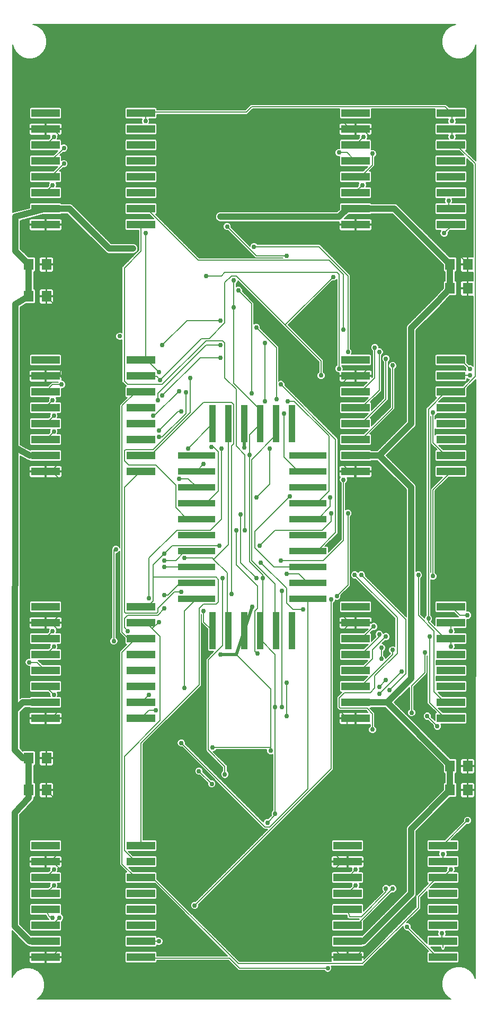
<source format=gbl>
G75*
%MOIN*%
%OFA0B0*%
%FSLAX25Y25*%
%IPPOS*%
%LPD*%
%AMOC8*
5,1,8,0,0,1.08239X$1,22.5*
%
%ADD10R,0.04016X0.23622*%
%ADD11R,0.18000X0.05000*%
%ADD12R,0.06299X0.07087*%
%ADD13R,0.23622X0.04016*%
%ADD14C,0.00600*%
%ADD15C,0.02978*%
%ADD16C,0.02000*%
%ADD17C,0.04000*%
D10*
X0132427Y0236579D03*
X0142427Y0236579D03*
X0152427Y0236579D03*
X0162427Y0236579D03*
X0172427Y0236579D03*
X0182427Y0236579D03*
X0182427Y0366579D03*
X0172427Y0366579D03*
X0162427Y0366579D03*
X0152427Y0366579D03*
X0142427Y0366579D03*
X0132427Y0366579D03*
D11*
X0087427Y0366579D03*
X0087427Y0356579D03*
X0087427Y0346579D03*
X0087427Y0336579D03*
X0087427Y0376579D03*
X0087427Y0386579D03*
X0087427Y0396579D03*
X0087427Y0406579D03*
X0087427Y0491579D03*
X0087427Y0501579D03*
X0087427Y0511579D03*
X0087427Y0521579D03*
X0087427Y0531579D03*
X0087427Y0541579D03*
X0087427Y0551579D03*
X0087427Y0561579D03*
X0027427Y0561579D03*
X0027427Y0551579D03*
X0027427Y0541579D03*
X0027427Y0531579D03*
X0027427Y0521579D03*
X0027427Y0511579D03*
X0027427Y0501579D03*
X0027427Y0491579D03*
X0027427Y0406579D03*
X0027427Y0396579D03*
X0027427Y0386579D03*
X0027427Y0376579D03*
X0027427Y0366579D03*
X0027427Y0356579D03*
X0027427Y0346579D03*
X0027427Y0336579D03*
X0027427Y0251579D03*
X0027427Y0241579D03*
X0027427Y0231579D03*
X0027427Y0221579D03*
X0027427Y0211579D03*
X0027427Y0201579D03*
X0027427Y0191579D03*
X0027427Y0181579D03*
X0027427Y0101579D03*
X0027427Y0091579D03*
X0027427Y0081579D03*
X0027427Y0071579D03*
X0027427Y0061579D03*
X0027427Y0051579D03*
X0027427Y0041579D03*
X0027427Y0031579D03*
X0087427Y0031579D03*
X0087427Y0041579D03*
X0087427Y0051579D03*
X0087427Y0061579D03*
X0087427Y0071579D03*
X0087427Y0081579D03*
X0087427Y0091579D03*
X0087427Y0101579D03*
X0087427Y0181579D03*
X0087427Y0191579D03*
X0087427Y0201579D03*
X0087427Y0211579D03*
X0087427Y0221579D03*
X0087427Y0231579D03*
X0087427Y0241579D03*
X0087427Y0251579D03*
X0217427Y0101579D03*
X0217427Y0091579D03*
X0217427Y0081579D03*
X0217427Y0071579D03*
X0217427Y0061579D03*
X0217427Y0051579D03*
X0217427Y0041579D03*
X0217427Y0031579D03*
X0277427Y0031579D03*
X0277427Y0041579D03*
X0277427Y0051579D03*
X0277427Y0061579D03*
X0277427Y0071579D03*
X0277427Y0081579D03*
X0277427Y0091579D03*
X0277427Y0101579D03*
X0282427Y0181579D03*
X0282427Y0191579D03*
X0282427Y0201579D03*
X0282427Y0211579D03*
X0282427Y0221579D03*
X0282427Y0231579D03*
X0282427Y0241579D03*
X0282427Y0251579D03*
X0282427Y0336579D03*
X0282427Y0346579D03*
X0282427Y0356579D03*
X0282427Y0366579D03*
X0282427Y0376579D03*
X0282427Y0386579D03*
X0282427Y0396579D03*
X0282427Y0406579D03*
X0282427Y0491579D03*
X0282427Y0501579D03*
X0282427Y0511579D03*
X0282427Y0521579D03*
X0282427Y0531579D03*
X0282427Y0541579D03*
X0282427Y0551579D03*
X0282427Y0561579D03*
X0222427Y0561579D03*
X0222427Y0551579D03*
X0222427Y0541579D03*
X0222427Y0531579D03*
X0222427Y0521579D03*
X0222427Y0511579D03*
X0222427Y0501579D03*
X0222427Y0491579D03*
X0222427Y0406579D03*
X0222427Y0396579D03*
X0222427Y0386579D03*
X0222427Y0376579D03*
X0222427Y0366579D03*
X0222427Y0356579D03*
X0222427Y0346579D03*
X0222427Y0336579D03*
X0222427Y0251579D03*
X0222427Y0241579D03*
X0222427Y0231579D03*
X0222427Y0221579D03*
X0222427Y0211579D03*
X0222427Y0201579D03*
X0222427Y0191579D03*
X0222427Y0181579D03*
D12*
X0281915Y0151579D03*
X0281915Y0136579D03*
X0292938Y0136579D03*
X0292938Y0151579D03*
X0292938Y0451579D03*
X0292938Y0466579D03*
X0281915Y0466579D03*
X0281915Y0451579D03*
X0027938Y0446579D03*
X0027938Y0466579D03*
X0016915Y0466579D03*
X0016915Y0446579D03*
X0016915Y0156579D03*
X0027938Y0156579D03*
X0027938Y0136579D03*
X0016915Y0136579D03*
D13*
X0122427Y0256579D03*
X0122427Y0266579D03*
X0122427Y0276579D03*
X0122427Y0286579D03*
X0122427Y0296579D03*
X0122427Y0306579D03*
X0122427Y0316579D03*
X0122427Y0326579D03*
X0122427Y0336579D03*
X0122427Y0346579D03*
X0192427Y0346579D03*
X0192427Y0336579D03*
X0192427Y0326579D03*
X0192427Y0316579D03*
X0192427Y0306579D03*
X0192427Y0296579D03*
X0192427Y0286579D03*
X0192427Y0276579D03*
X0192427Y0266579D03*
X0192427Y0256579D03*
D14*
X0006385Y0048227D02*
X0006367Y0018974D01*
X0007454Y0020856D01*
X0009465Y0022867D01*
X0011927Y0024288D01*
X0014674Y0025024D01*
X0017518Y0025024D01*
X0020265Y0024288D01*
X0022727Y0022867D01*
X0024738Y0020856D01*
X0026160Y0018393D01*
X0026896Y0015646D01*
X0026896Y0012803D01*
X0026160Y0010056D01*
X0024738Y0007593D01*
X0022727Y0005582D01*
X0022238Y0005300D01*
X0282464Y0005300D01*
X0280795Y0006263D01*
X0278784Y0008274D01*
X0277363Y0010737D01*
X0276627Y0013484D01*
X0276627Y0016327D01*
X0277363Y0019074D01*
X0278784Y0021537D01*
X0280795Y0023548D01*
X0283258Y0024970D01*
X0286005Y0025705D01*
X0288848Y0025705D01*
X0291595Y0024970D01*
X0294058Y0023548D01*
X0296069Y0021537D01*
X0297491Y0019074D01*
X0297727Y0018190D01*
X0297952Y0394314D01*
X0292534Y0388896D01*
X0292534Y0383620D01*
X0291885Y0382972D01*
X0277464Y0382972D01*
X0274678Y0380186D01*
X0291885Y0380186D01*
X0292534Y0379537D01*
X0292534Y0373620D01*
X0291885Y0372972D01*
X0273622Y0372972D01*
X0273306Y0372207D01*
X0272576Y0371477D01*
X0272512Y0371451D01*
X0272512Y0369730D01*
X0272968Y0370186D01*
X0291885Y0370186D01*
X0292534Y0369537D01*
X0292534Y0363620D01*
X0291885Y0362972D01*
X0272968Y0362972D01*
X0272512Y0363428D01*
X0272512Y0359730D01*
X0272968Y0360186D01*
X0291885Y0360186D01*
X0292534Y0359537D01*
X0292534Y0353620D01*
X0291885Y0352972D01*
X0274806Y0352972D01*
X0277591Y0350186D01*
X0291885Y0350186D01*
X0292534Y0349537D01*
X0292534Y0343620D01*
X0291885Y0342972D01*
X0272968Y0342972D01*
X0272320Y0343620D01*
X0272320Y0349537D01*
X0272968Y0350186D01*
X0273612Y0350186D01*
X0269698Y0354099D01*
X0269698Y0371451D01*
X0269698Y0371451D01*
X0269698Y0273188D01*
X0269698Y0273188D01*
X0269698Y0325716D01*
X0276953Y0332972D01*
X0272968Y0332972D01*
X0272320Y0333620D01*
X0272320Y0339537D01*
X0272968Y0340186D01*
X0291885Y0340186D01*
X0292534Y0339537D01*
X0292534Y0333620D01*
X0291885Y0332972D01*
X0280933Y0332972D01*
X0272512Y0324551D01*
X0272512Y0273188D01*
X0272576Y0273161D01*
X0273306Y0272431D01*
X0273701Y0271477D01*
X0273701Y0270444D01*
X0273306Y0269490D01*
X0272576Y0268760D01*
X0271621Y0268365D01*
X0270589Y0268365D01*
X0269698Y0268734D01*
X0269698Y0246453D01*
X0269761Y0246427D01*
X0270492Y0245697D01*
X0270887Y0244742D01*
X0270887Y0243710D01*
X0270492Y0242755D01*
X0270066Y0242330D01*
X0272320Y0240077D01*
X0272320Y0244537D01*
X0272968Y0245186D01*
X0287151Y0245186D01*
X0284365Y0247972D01*
X0272968Y0247972D01*
X0272320Y0248620D01*
X0272320Y0254537D01*
X0269698Y0254537D01*
X0269698Y0253939D02*
X0272320Y0253939D01*
X0272320Y0254537D02*
X0272968Y0255186D01*
X0291885Y0255186D01*
X0292534Y0254537D01*
X0297868Y0254537D01*
X0297868Y0253939D02*
X0292534Y0253939D01*
X0292534Y0254537D02*
X0292534Y0248933D01*
X0293431Y0248933D01*
X0294385Y0248537D01*
X0295116Y0247807D01*
X0295511Y0246853D01*
X0295511Y0245820D01*
X0295116Y0244866D01*
X0294385Y0244136D01*
X0293431Y0243741D01*
X0292534Y0243741D01*
X0292534Y0238620D01*
X0291885Y0237972D01*
X0284548Y0237972D01*
X0284563Y0237958D01*
X0284958Y0237003D01*
X0284958Y0235971D01*
X0284633Y0235186D01*
X0291885Y0235186D01*
X0292534Y0234537D01*
X0292534Y0228620D01*
X0291885Y0227972D01*
X0284619Y0227972D01*
X0284958Y0227154D01*
X0284958Y0226121D01*
X0284570Y0225186D01*
X0291885Y0225186D01*
X0292534Y0224537D01*
X0292534Y0218620D01*
X0291885Y0217972D01*
X0273216Y0217972D01*
X0273216Y0215186D01*
X0291885Y0215186D01*
X0292534Y0214537D01*
X0292534Y0208620D01*
X0291885Y0207972D01*
X0273216Y0207972D01*
X0273216Y0205186D01*
X0291885Y0205186D01*
X0292534Y0204537D01*
X0292534Y0198620D01*
X0291885Y0197972D01*
X0274322Y0197972D01*
X0277108Y0195186D01*
X0291885Y0195186D01*
X0292534Y0194537D01*
X0292534Y0188620D01*
X0291885Y0187972D01*
X0274473Y0187972D01*
X0277259Y0185186D01*
X0291885Y0185186D01*
X0292534Y0184537D01*
X0292534Y0178620D01*
X0291885Y0177972D01*
X0276196Y0177972D01*
X0276515Y0177202D01*
X0276515Y0176169D01*
X0276120Y0175215D01*
X0275390Y0174485D01*
X0274436Y0174090D01*
X0273403Y0174090D01*
X0272449Y0174485D01*
X0271718Y0175215D01*
X0271323Y0176169D01*
X0271323Y0177202D01*
X0271349Y0177266D01*
X0268167Y0180448D01*
X0268104Y0180422D01*
X0267071Y0180422D01*
X0266117Y0180817D01*
X0265386Y0181547D01*
X0264991Y0182501D01*
X0264991Y0183534D01*
X0265386Y0184488D01*
X0266117Y0185219D01*
X0267071Y0185614D01*
X0268104Y0185614D01*
X0269058Y0185219D01*
X0269788Y0184488D01*
X0270183Y0183534D01*
X0270183Y0182501D01*
X0270157Y0182438D01*
X0272320Y0180275D01*
X0272320Y0184537D01*
X0272968Y0185186D01*
X0273279Y0185186D01*
X0268412Y0190053D01*
X0267587Y0190877D01*
X0267587Y0220893D01*
X0267587Y0220893D01*
X0267587Y0209873D01*
X0266763Y0209049D01*
X0259145Y0201431D01*
X0259145Y0187355D01*
X0259208Y0187329D01*
X0259938Y0186599D01*
X0260334Y0185645D01*
X0260334Y0184612D01*
X0259938Y0183658D01*
X0259208Y0182928D01*
X0258254Y0182532D01*
X0257221Y0182532D01*
X0256267Y0182928D01*
X0255537Y0183658D01*
X0255142Y0184612D01*
X0255142Y0185645D01*
X0255537Y0186599D01*
X0256267Y0187329D01*
X0256331Y0187355D01*
X0256331Y0201089D01*
X0246821Y0191579D01*
X0282170Y0156229D01*
X0285523Y0156229D01*
X0286172Y0155581D01*
X0286172Y0147577D01*
X0285523Y0146928D01*
X0285022Y0146928D01*
X0285022Y0141229D01*
X0285523Y0141229D01*
X0286172Y0140581D01*
X0286172Y0132577D01*
X0285523Y0131928D01*
X0281659Y0131928D01*
X0260534Y0110804D01*
X0260534Y0070961D01*
X0260061Y0069819D01*
X0259187Y0068945D01*
X0229187Y0038945D01*
X0228045Y0038472D01*
X0227385Y0038472D01*
X0226885Y0037972D01*
X0207968Y0037972D01*
X0207320Y0038620D01*
X0207320Y0044537D01*
X0207968Y0045186D01*
X0226640Y0045186D01*
X0254320Y0072866D01*
X0254320Y0112709D01*
X0254793Y0113851D01*
X0255667Y0114725D01*
X0277658Y0136716D01*
X0277658Y0140581D01*
X0278307Y0141229D01*
X0278808Y0141229D01*
X0278808Y0146928D01*
X0278307Y0146928D01*
X0277658Y0147577D01*
X0277658Y0151953D01*
X0241140Y0188472D01*
X0232385Y0188472D01*
X0231885Y0187972D01*
X0231557Y0187972D01*
X0234521Y0185008D01*
X0234521Y0176802D01*
X0234584Y0176776D01*
X0235314Y0176046D01*
X0235710Y0175092D01*
X0235710Y0174059D01*
X0235314Y0173105D01*
X0234584Y0172374D01*
X0233630Y0171979D01*
X0232597Y0171979D01*
X0231643Y0172374D01*
X0230913Y0173105D01*
X0230518Y0174059D01*
X0230518Y0175092D01*
X0230913Y0176046D01*
X0231643Y0176776D01*
X0231707Y0176802D01*
X0231707Y0177808D01*
X0231598Y0177779D01*
X0222727Y0177779D01*
X0222727Y0181279D01*
X0222127Y0181279D01*
X0222127Y0177779D01*
X0213255Y0177779D01*
X0212925Y0177867D01*
X0212628Y0178038D01*
X0212386Y0178281D01*
X0212215Y0178577D01*
X0212127Y0178908D01*
X0212127Y0181279D01*
X0222127Y0181279D01*
X0222127Y0181879D01*
X0222127Y0185379D01*
X0213255Y0185379D01*
X0212925Y0185290D01*
X0212628Y0185119D01*
X0212386Y0184877D01*
X0212215Y0184581D01*
X0212127Y0184250D01*
X0212127Y0181879D01*
X0222127Y0181879D01*
X0222727Y0181879D01*
X0222727Y0185379D01*
X0230170Y0185379D01*
X0229013Y0186535D01*
X0212128Y0186535D01*
X0211304Y0187360D01*
X0211304Y0187360D01*
X0210600Y0188063D01*
X0210600Y0194857D01*
X0213715Y0197972D01*
X0212968Y0197972D01*
X0212320Y0198620D01*
X0212320Y0204537D01*
X0212968Y0205186D01*
X0227261Y0205186D01*
X0230047Y0207972D01*
X0212968Y0207972D01*
X0212320Y0208620D01*
X0212320Y0214537D01*
X0212968Y0215186D01*
X0227411Y0215186D01*
X0230197Y0217972D01*
X0212968Y0217972D01*
X0212320Y0218620D01*
X0212320Y0224537D01*
X0212968Y0225186D01*
X0227562Y0225186D01*
X0230347Y0227972D01*
X0212968Y0227972D01*
X0212320Y0228620D01*
X0212320Y0234537D01*
X0212968Y0235186D01*
X0227712Y0235186D01*
X0230305Y0237779D01*
X0222727Y0237779D01*
X0222127Y0237779D01*
X0222127Y0241279D01*
X0222727Y0241279D01*
X0222727Y0241879D01*
X0232727Y0241879D01*
X0232727Y0244250D01*
X0232638Y0244581D01*
X0232467Y0244877D01*
X0232225Y0245119D01*
X0231928Y0245290D01*
X0231598Y0245379D01*
X0222727Y0245379D01*
X0222727Y0241879D01*
X0222127Y0241879D01*
X0222127Y0245379D01*
X0213255Y0245379D01*
X0212925Y0245290D01*
X0212628Y0245119D01*
X0212386Y0244877D01*
X0212215Y0244581D01*
X0212127Y0244250D01*
X0212127Y0241879D01*
X0222127Y0241879D01*
X0222127Y0241279D01*
X0212127Y0241279D01*
X0212127Y0238908D01*
X0212215Y0238577D01*
X0212386Y0238281D01*
X0212628Y0238038D01*
X0212925Y0237867D01*
X0213255Y0237779D01*
X0208490Y0237779D01*
X0208490Y0238377D02*
X0212330Y0238377D01*
X0212127Y0238976D02*
X0208490Y0238976D01*
X0208490Y0239574D02*
X0212127Y0239574D01*
X0212127Y0240173D02*
X0208490Y0240173D01*
X0208490Y0240771D02*
X0212127Y0240771D01*
X0212127Y0241968D02*
X0208490Y0241968D01*
X0208490Y0241370D02*
X0222127Y0241370D01*
X0221857Y0241412D02*
X0222427Y0241579D01*
X0219043Y0241412D01*
X0212007Y0248447D01*
X0212007Y0254779D01*
X0219043Y0261815D01*
X0219043Y0273071D01*
X0221857Y0275885D01*
X0221857Y0336390D01*
X0222427Y0336579D01*
X0221857Y0337094D01*
X0218339Y0337094D01*
X0212007Y0343426D01*
X0212007Y0389859D01*
X0218339Y0396191D01*
X0221857Y0396191D01*
X0222427Y0396579D01*
X0222561Y0396895D01*
X0226078Y0396895D01*
X0233114Y0403930D01*
X0233114Y0409559D01*
X0222561Y0420112D01*
X0222561Y0491170D01*
X0222427Y0491579D01*
X0221857Y0491873D01*
X0144467Y0491873D01*
X0143060Y0493280D01*
X0136025Y0493280D01*
X0109290Y0520015D01*
X0149392Y0560117D01*
X0155724Y0560117D01*
X0210600Y0560117D01*
X0219043Y0551674D01*
X0221857Y0551674D01*
X0222427Y0551579D01*
X0222561Y0550971D01*
X0227485Y0550971D01*
X0235928Y0542528D01*
X0235928Y0524236D01*
X0292915Y0467249D01*
X0292938Y0466579D01*
X0292915Y0466546D01*
X0292915Y0451771D01*
X0292938Y0451579D01*
X0292638Y0451447D02*
X0286172Y0451447D01*
X0286172Y0450849D02*
X0288489Y0450849D01*
X0288489Y0451279D02*
X0288489Y0447864D01*
X0288577Y0447534D01*
X0288749Y0447237D01*
X0288991Y0446995D01*
X0289287Y0446824D01*
X0289618Y0446735D01*
X0292638Y0446735D01*
X0292638Y0451279D01*
X0288489Y0451279D01*
X0288489Y0451879D02*
X0292638Y0451879D01*
X0292638Y0451279D01*
X0293238Y0451279D01*
X0293238Y0446735D01*
X0296259Y0446735D01*
X0296433Y0446782D01*
X0296433Y0402677D01*
X0295792Y0403317D01*
X0294838Y0403712D01*
X0293806Y0403712D01*
X0293742Y0403686D01*
X0292534Y0404894D01*
X0292534Y0409537D01*
X0291885Y0410186D01*
X0272968Y0410186D01*
X0272320Y0409537D01*
X0272320Y0403620D01*
X0272968Y0402972D01*
X0290476Y0402972D01*
X0291752Y0401696D01*
X0291726Y0401633D01*
X0291726Y0400600D01*
X0291906Y0400165D01*
X0291885Y0400186D01*
X0272968Y0400186D01*
X0272320Y0399537D01*
X0272320Y0393620D01*
X0272968Y0392972D01*
X0291885Y0392972D01*
X0292534Y0393620D01*
X0292534Y0395012D01*
X0292851Y0394694D01*
X0293806Y0394299D01*
X0293957Y0394299D01*
X0289844Y0390186D01*
X0272968Y0390186D01*
X0272320Y0389537D01*
X0272320Y0383620D01*
X0272968Y0382972D01*
X0273484Y0382972D01*
X0267708Y0377196D01*
X0266884Y0376371D01*
X0266884Y0246453D01*
X0266820Y0246427D01*
X0266090Y0245697D01*
X0265695Y0244742D01*
X0265695Y0244591D01*
X0263366Y0246919D01*
X0263366Y0269437D01*
X0263429Y0269463D01*
X0264160Y0270194D01*
X0264555Y0271148D01*
X0264555Y0272181D01*
X0264160Y0273135D01*
X0263429Y0273865D01*
X0262475Y0274260D01*
X0261443Y0274260D01*
X0260534Y0273884D01*
X0260534Y0327197D01*
X0260061Y0328339D01*
X0259187Y0329213D01*
X0241821Y0346579D01*
X0259187Y0363945D01*
X0260061Y0364819D01*
X0260534Y0365961D01*
X0260534Y0425292D01*
X0275340Y0440098D01*
X0275383Y0440117D01*
X0275775Y0440533D01*
X0276180Y0440938D01*
X0276198Y0440982D01*
X0281802Y0446928D01*
X0285523Y0446928D01*
X0286172Y0447577D01*
X0286172Y0455581D01*
X0285523Y0456229D01*
X0285022Y0456229D01*
X0285022Y0461928D01*
X0285523Y0461928D01*
X0286172Y0462577D01*
X0286172Y0470581D01*
X0285523Y0471229D01*
X0281659Y0471229D01*
X0249549Y0503339D01*
X0248675Y0504213D01*
X0247533Y0504686D01*
X0232385Y0504686D01*
X0231885Y0505186D01*
X0212968Y0505186D01*
X0212320Y0504537D01*
X0212320Y0501047D01*
X0210870Y0499686D01*
X0136809Y0499686D01*
X0135667Y0499213D01*
X0134793Y0498339D01*
X0134320Y0497197D01*
X0134320Y0495961D01*
X0134793Y0494819D01*
X0135667Y0493945D01*
X0136809Y0493472D01*
X0212127Y0493472D01*
X0212127Y0491879D01*
X0222127Y0491879D01*
X0222127Y0495379D01*
X0215361Y0495379D01*
X0218124Y0497972D01*
X0231885Y0497972D01*
X0232385Y0498472D01*
X0245628Y0498472D01*
X0277658Y0466441D01*
X0277658Y0462577D01*
X0278307Y0461928D01*
X0278808Y0461928D01*
X0278808Y0456229D01*
X0278307Y0456229D01*
X0277658Y0455581D01*
X0277658Y0451592D01*
X0271316Y0444862D01*
X0254793Y0428339D01*
X0254320Y0427197D01*
X0254320Y0367866D01*
X0236140Y0349686D01*
X0232385Y0349686D01*
X0231885Y0350186D01*
X0212968Y0350186D01*
X0212320Y0349537D01*
X0212320Y0343620D01*
X0212968Y0342972D01*
X0231885Y0342972D01*
X0232385Y0343472D01*
X0236140Y0343472D01*
X0254320Y0325292D01*
X0254320Y0245413D01*
X0228648Y0271084D01*
X0228674Y0271148D01*
X0228674Y0272181D01*
X0228279Y0273135D01*
X0227549Y0273865D01*
X0226595Y0274260D01*
X0225562Y0274260D01*
X0224608Y0273865D01*
X0223968Y0273225D01*
X0223328Y0273865D01*
X0222373Y0274260D01*
X0221341Y0274260D01*
X0220386Y0273865D01*
X0219656Y0273135D01*
X0219261Y0272181D01*
X0219261Y0271148D01*
X0219656Y0270194D01*
X0220386Y0269463D01*
X0221341Y0269068D01*
X0222373Y0269068D01*
X0222437Y0269094D01*
X0247185Y0244347D01*
X0247185Y0226754D01*
X0246294Y0227123D01*
X0245261Y0227123D01*
X0244307Y0226728D01*
X0243577Y0225997D01*
X0243181Y0225043D01*
X0243181Y0224010D01*
X0243577Y0223056D01*
X0244307Y0222326D01*
X0244370Y0222300D01*
X0244370Y0222295D01*
X0241338Y0219263D01*
X0241338Y0219415D01*
X0240943Y0220369D01*
X0240213Y0221099D01*
X0240149Y0221126D01*
X0240149Y0223707D01*
X0240213Y0223733D01*
X0240943Y0224463D01*
X0241338Y0225417D01*
X0241338Y0226450D01*
X0240943Y0227404D01*
X0240213Y0228135D01*
X0239258Y0228530D01*
X0239107Y0228530D01*
X0240976Y0230400D01*
X0241040Y0230373D01*
X0242073Y0230373D01*
X0243027Y0230768D01*
X0243757Y0231499D01*
X0244152Y0232453D01*
X0244152Y0233486D01*
X0243757Y0234440D01*
X0243027Y0235170D01*
X0242073Y0235565D01*
X0241040Y0235565D01*
X0240086Y0235170D01*
X0239895Y0234980D01*
X0239536Y0235847D01*
X0238805Y0236577D01*
X0237851Y0236972D01*
X0236819Y0236972D01*
X0235864Y0236577D01*
X0235134Y0235847D01*
X0234739Y0234893D01*
X0234739Y0233860D01*
X0235134Y0232906D01*
X0235208Y0232832D01*
X0232534Y0230158D01*
X0232534Y0234537D01*
X0231885Y0235186D01*
X0231692Y0235186D01*
X0233237Y0236731D01*
X0233301Y0236705D01*
X0234334Y0236705D01*
X0235288Y0237100D01*
X0236018Y0237831D01*
X0236413Y0238785D01*
X0236413Y0239818D01*
X0236018Y0240772D01*
X0235288Y0241502D01*
X0234334Y0241897D01*
X0233301Y0241897D01*
X0232347Y0241502D01*
X0232123Y0241279D01*
X0222727Y0241279D01*
X0222727Y0237779D01*
X0222727Y0238377D02*
X0222127Y0238377D01*
X0222127Y0237779D02*
X0213255Y0237779D01*
X0212569Y0234786D02*
X0208490Y0234786D01*
X0208490Y0234188D02*
X0212320Y0234188D01*
X0212320Y0233589D02*
X0208490Y0233589D01*
X0208490Y0232991D02*
X0212320Y0232991D01*
X0212320Y0232392D02*
X0208490Y0232392D01*
X0208490Y0231794D02*
X0212320Y0231794D01*
X0212320Y0231195D02*
X0208490Y0231195D01*
X0208490Y0230597D02*
X0212320Y0230597D01*
X0212320Y0229998D02*
X0208490Y0229998D01*
X0208490Y0229400D02*
X0212320Y0229400D01*
X0212320Y0228801D02*
X0208490Y0228801D01*
X0208490Y0228203D02*
X0212737Y0228203D01*
X0212394Y0224612D02*
X0208490Y0224612D01*
X0208490Y0225210D02*
X0227586Y0225210D01*
X0228184Y0225809D02*
X0208490Y0225809D01*
X0208490Y0226407D02*
X0228783Y0226407D01*
X0229381Y0227006D02*
X0208490Y0227006D01*
X0208490Y0227604D02*
X0229980Y0227604D01*
X0232534Y0230597D02*
X0232972Y0230597D01*
X0232534Y0231195D02*
X0233571Y0231195D01*
X0234169Y0231794D02*
X0232534Y0231794D01*
X0232534Y0232392D02*
X0234768Y0232392D01*
X0235099Y0232991D02*
X0232534Y0232991D01*
X0232534Y0233589D02*
X0234851Y0233589D01*
X0234739Y0234188D02*
X0232534Y0234188D01*
X0232285Y0234786D02*
X0234739Y0234786D01*
X0234943Y0235385D02*
X0231891Y0235385D01*
X0232489Y0235983D02*
X0235270Y0235983D01*
X0235875Y0236582D02*
X0233088Y0236582D01*
X0235368Y0237180D02*
X0247185Y0237180D01*
X0247185Y0236582D02*
X0238794Y0236582D01*
X0239399Y0235983D02*
X0247185Y0235983D01*
X0247185Y0235385D02*
X0242509Y0235385D01*
X0243411Y0234786D02*
X0247185Y0234786D01*
X0247185Y0234188D02*
X0243861Y0234188D01*
X0244109Y0233589D02*
X0247185Y0233589D01*
X0247185Y0232991D02*
X0244152Y0232991D01*
X0244127Y0232392D02*
X0247185Y0232392D01*
X0247185Y0231794D02*
X0243879Y0231794D01*
X0243453Y0231195D02*
X0247185Y0231195D01*
X0247185Y0230597D02*
X0242612Y0230597D01*
X0240575Y0229998D02*
X0247185Y0229998D01*
X0247185Y0229400D02*
X0239976Y0229400D01*
X0239378Y0228801D02*
X0247185Y0228801D01*
X0247185Y0228203D02*
X0240049Y0228203D01*
X0240743Y0227604D02*
X0247185Y0227604D01*
X0247185Y0227006D02*
X0246577Y0227006D01*
X0244978Y0227006D02*
X0241108Y0227006D01*
X0241338Y0226407D02*
X0243986Y0226407D01*
X0243498Y0225809D02*
X0241338Y0225809D01*
X0241252Y0225210D02*
X0243251Y0225210D01*
X0243181Y0224612D02*
X0241004Y0224612D01*
X0240493Y0224013D02*
X0243181Y0224013D01*
X0243428Y0223415D02*
X0240149Y0223415D01*
X0240149Y0222816D02*
X0243817Y0222816D01*
X0244292Y0222218D02*
X0240149Y0222218D01*
X0240149Y0221619D02*
X0243694Y0221619D01*
X0243095Y0221020D02*
X0240291Y0221020D01*
X0240890Y0220422D02*
X0242497Y0220422D01*
X0241898Y0219823D02*
X0241169Y0219823D01*
X0238742Y0218898D02*
X0238742Y0225934D01*
X0233114Y0224527D02*
X0241556Y0232969D01*
X0240604Y0235385D02*
X0239727Y0235385D01*
X0237335Y0234376D02*
X0237335Y0232969D01*
X0226078Y0221713D01*
X0222561Y0221713D01*
X0222427Y0221579D01*
X0227859Y0215634D02*
X0208490Y0215634D01*
X0208490Y0216232D02*
X0228458Y0216232D01*
X0229056Y0216831D02*
X0208490Y0216831D01*
X0208490Y0217429D02*
X0229655Y0217429D01*
X0233114Y0218898D02*
X0226078Y0211863D01*
X0222561Y0211863D01*
X0222427Y0211579D01*
X0227534Y0205459D02*
X0208490Y0205459D01*
X0208490Y0204861D02*
X0212643Y0204861D01*
X0212320Y0204262D02*
X0208490Y0204262D01*
X0208490Y0203664D02*
X0212320Y0203664D01*
X0212320Y0203065D02*
X0208490Y0203065D01*
X0208490Y0202467D02*
X0212320Y0202467D01*
X0212320Y0201868D02*
X0208490Y0201868D01*
X0208490Y0201270D02*
X0212320Y0201270D01*
X0212320Y0200671D02*
X0208490Y0200671D01*
X0208490Y0200073D02*
X0212320Y0200073D01*
X0212320Y0199474D02*
X0208490Y0199474D01*
X0208490Y0198876D02*
X0212320Y0198876D01*
X0212663Y0198277D02*
X0208490Y0198277D01*
X0208490Y0197679D02*
X0213422Y0197679D01*
X0212823Y0197080D02*
X0208490Y0197080D01*
X0208490Y0196482D02*
X0212225Y0196482D01*
X0211626Y0195883D02*
X0208490Y0195883D01*
X0208490Y0195284D02*
X0211028Y0195284D01*
X0210600Y0194686D02*
X0208490Y0194686D01*
X0208490Y0194087D02*
X0210600Y0194087D01*
X0210600Y0193489D02*
X0208490Y0193489D01*
X0208490Y0192890D02*
X0210600Y0192890D01*
X0210600Y0192292D02*
X0208490Y0192292D01*
X0208490Y0191693D02*
X0210600Y0191693D01*
X0210600Y0191095D02*
X0208490Y0191095D01*
X0208490Y0190496D02*
X0210600Y0190496D01*
X0210600Y0189898D02*
X0208490Y0189898D01*
X0208490Y0189299D02*
X0210600Y0189299D01*
X0210600Y0188701D02*
X0208490Y0188701D01*
X0208490Y0188102D02*
X0210600Y0188102D01*
X0210600Y0187943D02*
X0210600Y0232969D01*
X0219043Y0241412D01*
X0221857Y0241412D01*
X0222127Y0241968D02*
X0222727Y0241968D01*
X0222727Y0241370D02*
X0232215Y0241370D01*
X0232727Y0241968D02*
X0247185Y0241968D01*
X0247185Y0241370D02*
X0235420Y0241370D01*
X0236018Y0240771D02*
X0247185Y0240771D01*
X0247185Y0240173D02*
X0236266Y0240173D01*
X0236413Y0239574D02*
X0247185Y0239574D01*
X0247185Y0238976D02*
X0236413Y0238976D01*
X0236244Y0238377D02*
X0247185Y0238377D01*
X0247185Y0237779D02*
X0235966Y0237779D01*
X0233817Y0239301D02*
X0226782Y0232266D01*
X0222561Y0232266D01*
X0222427Y0231579D01*
X0227911Y0235385D02*
X0208490Y0235385D01*
X0208490Y0235983D02*
X0228509Y0235983D01*
X0229108Y0236582D02*
X0208490Y0236582D01*
X0208490Y0237180D02*
X0229706Y0237180D01*
X0232727Y0242567D02*
X0247185Y0242567D01*
X0247185Y0243165D02*
X0232727Y0243165D01*
X0232727Y0243764D02*
X0247185Y0243764D01*
X0247169Y0244362D02*
X0232696Y0244362D01*
X0232383Y0244961D02*
X0246570Y0244961D01*
X0245972Y0245559D02*
X0208490Y0245559D01*
X0208490Y0244961D02*
X0212470Y0244961D01*
X0212157Y0244362D02*
X0208490Y0244362D01*
X0208490Y0243764D02*
X0212127Y0243764D01*
X0212127Y0243165D02*
X0208490Y0243165D01*
X0208490Y0242567D02*
X0212127Y0242567D01*
X0208490Y0246158D02*
X0245373Y0246158D01*
X0244775Y0246756D02*
X0208490Y0246756D01*
X0208490Y0247355D02*
X0244176Y0247355D01*
X0243578Y0247953D02*
X0208490Y0247953D01*
X0208490Y0248552D02*
X0212388Y0248552D01*
X0212320Y0248620D02*
X0212968Y0247972D01*
X0231885Y0247972D01*
X0232534Y0248620D01*
X0232534Y0254537D01*
X0236994Y0254537D01*
X0237593Y0253939D02*
X0232534Y0253939D01*
X0232534Y0254537D02*
X0231885Y0255186D01*
X0212968Y0255186D01*
X0212320Y0254537D01*
X0209105Y0254537D01*
X0209283Y0254716D02*
X0209679Y0255670D01*
X0209679Y0255869D01*
X0210084Y0255701D01*
X0211117Y0255701D01*
X0212071Y0256096D01*
X0212801Y0256826D01*
X0213196Y0257780D01*
X0213196Y0258813D01*
X0213170Y0258877D01*
X0219043Y0264749D01*
X0219043Y0308132D01*
X0219106Y0308158D01*
X0219837Y0308888D01*
X0220232Y0309843D01*
X0220232Y0310875D01*
X0219837Y0311830D01*
X0219106Y0312560D01*
X0218152Y0312955D01*
X0217119Y0312955D01*
X0216229Y0312586D01*
X0216229Y0329238D01*
X0216292Y0329265D01*
X0217022Y0329995D01*
X0217418Y0330949D01*
X0217418Y0331982D01*
X0217087Y0332779D01*
X0222127Y0332779D01*
X0222127Y0336279D01*
X0222727Y0336279D01*
X0222727Y0336879D01*
X0232727Y0336879D01*
X0232727Y0339250D01*
X0232638Y0339581D01*
X0232467Y0339877D01*
X0232225Y0340119D01*
X0231928Y0340290D01*
X0231598Y0340379D01*
X0222727Y0340379D01*
X0222727Y0336879D01*
X0222127Y0336879D01*
X0222127Y0340379D01*
X0213255Y0340379D01*
X0212925Y0340290D01*
X0212628Y0340119D01*
X0212386Y0339877D01*
X0212215Y0339581D01*
X0212127Y0339250D01*
X0212127Y0336879D01*
X0222127Y0336879D01*
X0222127Y0336279D01*
X0212127Y0336279D01*
X0212127Y0333908D01*
X0212215Y0333577D01*
X0212386Y0333281D01*
X0212628Y0333038D01*
X0212689Y0333004D01*
X0212621Y0332936D01*
X0212225Y0331982D01*
X0212225Y0330949D01*
X0212621Y0329995D01*
X0213351Y0329265D01*
X0213414Y0329238D01*
X0213414Y0294057D01*
X0205345Y0285987D01*
X0205345Y0289045D01*
X0204696Y0289694D01*
X0203181Y0289694D01*
X0211304Y0297816D01*
X0211304Y0357376D01*
X0210480Y0358200D01*
X0177993Y0390687D01*
X0178019Y0390750D01*
X0178019Y0391783D01*
X0177624Y0392737D01*
X0176894Y0393467D01*
X0175939Y0393863D01*
X0174907Y0393863D01*
X0174016Y0393494D01*
X0174016Y0415066D01*
X0173192Y0415891D01*
X0162515Y0426567D01*
X0162541Y0426631D01*
X0162541Y0427664D01*
X0162146Y0428618D01*
X0161416Y0429348D01*
X0160462Y0429743D01*
X0159429Y0429743D01*
X0158538Y0429374D01*
X0158538Y0442504D01*
X0151258Y0449784D01*
X0151285Y0449848D01*
X0151285Y0450881D01*
X0150889Y0451835D01*
X0150159Y0452565D01*
X0149205Y0452960D01*
X0148172Y0452960D01*
X0147281Y0452591D01*
X0147281Y0454469D01*
X0147345Y0454495D01*
X0148075Y0455226D01*
X0148470Y0456180D01*
X0148470Y0456331D01*
X0176830Y0427971D01*
X0199344Y0405458D01*
X0199344Y0399122D01*
X0199280Y0399096D01*
X0198550Y0398365D01*
X0198155Y0397411D01*
X0198155Y0396378D01*
X0198550Y0395424D01*
X0199280Y0394694D01*
X0200234Y0394299D01*
X0201267Y0394299D01*
X0202221Y0394694D01*
X0202951Y0395424D01*
X0203347Y0396378D01*
X0203347Y0397411D01*
X0202951Y0398365D01*
X0202221Y0399096D01*
X0202158Y0399122D01*
X0202158Y0406624D01*
X0180227Y0428554D01*
X0207910Y0456237D01*
X0207973Y0456211D01*
X0209006Y0456211D01*
X0209960Y0456606D01*
X0210600Y0457246D01*
X0210600Y0403343D01*
X0210537Y0403317D01*
X0209807Y0402587D01*
X0209411Y0401633D01*
X0209411Y0400600D01*
X0209807Y0399646D01*
X0210537Y0398915D01*
X0211491Y0398520D01*
X0212127Y0398520D01*
X0212127Y0396879D01*
X0222127Y0396879D01*
X0222127Y0400379D01*
X0214512Y0400379D01*
X0214603Y0400600D01*
X0214603Y0401633D01*
X0214208Y0402587D01*
X0213823Y0402972D01*
X0231885Y0402972D01*
X0232534Y0403620D01*
X0232534Y0409537D01*
X0231885Y0410186D01*
X0219824Y0410186D01*
X0219837Y0410199D01*
X0220232Y0411153D01*
X0220232Y0412186D01*
X0219837Y0413140D01*
X0219106Y0413870D01*
X0219043Y0413896D01*
X0219043Y0460093D01*
X0218219Y0460917D01*
X0199926Y0479209D01*
X0160765Y0479209D01*
X0160739Y0479273D01*
X0160009Y0480003D01*
X0159054Y0480398D01*
X0158022Y0480398D01*
X0157068Y0480003D01*
X0156337Y0479273D01*
X0155942Y0478319D01*
X0155942Y0478167D01*
X0144223Y0489886D01*
X0144249Y0489950D01*
X0144249Y0490983D01*
X0143854Y0491937D01*
X0143124Y0492667D01*
X0142169Y0493062D01*
X0141137Y0493062D01*
X0140182Y0492667D01*
X0139452Y0491937D01*
X0139057Y0490983D01*
X0139057Y0489950D01*
X0139452Y0488996D01*
X0140182Y0488265D01*
X0141137Y0487870D01*
X0142169Y0487870D01*
X0142233Y0487896D01*
X0159362Y0470767D01*
X0176714Y0470767D01*
X0123944Y0470767D01*
X0096739Y0497972D01*
X0096885Y0497972D01*
X0097534Y0498620D01*
X0097534Y0504537D01*
X0096885Y0505186D01*
X0077968Y0505186D01*
X0077320Y0504537D01*
X0077320Y0498620D01*
X0077968Y0497972D01*
X0092759Y0497972D01*
X0095545Y0495186D01*
X0077968Y0495186D01*
X0077320Y0494537D01*
X0077320Y0488620D01*
X0077968Y0487972D01*
X0086073Y0487972D01*
X0086073Y0475571D01*
X0075520Y0465018D01*
X0075520Y0423746D01*
X0074629Y0424115D01*
X0073596Y0424115D01*
X0072642Y0423720D01*
X0071912Y0422989D01*
X0071517Y0422035D01*
X0071517Y0421002D01*
X0071912Y0420048D01*
X0072642Y0419318D01*
X0073596Y0418923D01*
X0074629Y0418923D01*
X0075520Y0419292D01*
X0075520Y0392794D01*
X0076344Y0391970D01*
X0078128Y0390186D01*
X0077968Y0390186D01*
X0077320Y0389537D01*
X0077320Y0383620D01*
X0077968Y0382972D01*
X0078602Y0382972D01*
X0074937Y0379306D01*
X0074113Y0378482D01*
X0074113Y0288722D01*
X0073919Y0289191D01*
X0073189Y0289921D01*
X0072234Y0290317D01*
X0071202Y0290317D01*
X0070247Y0289921D01*
X0069517Y0289191D01*
X0069275Y0288606D01*
X0068972Y0288303D01*
X0068972Y0232389D01*
X0068909Y0232362D01*
X0068179Y0231632D01*
X0067783Y0230678D01*
X0067783Y0229645D01*
X0068179Y0228691D01*
X0068909Y0227961D01*
X0069863Y0227565D01*
X0070896Y0227565D01*
X0071850Y0227961D01*
X0072580Y0228691D01*
X0072975Y0229645D01*
X0072975Y0230678D01*
X0072580Y0231632D01*
X0071850Y0232362D01*
X0071786Y0232389D01*
X0071786Y0285124D01*
X0072234Y0285124D01*
X0073189Y0285520D01*
X0073919Y0286250D01*
X0074113Y0286718D01*
X0074113Y0235201D01*
X0077320Y0231994D01*
X0077320Y0228620D01*
X0077968Y0227972D01*
X0078382Y0227972D01*
X0074113Y0223703D01*
X0074113Y0089567D01*
X0074937Y0088743D01*
X0078494Y0085186D01*
X0077968Y0085186D01*
X0077320Y0084537D01*
X0077320Y0078620D01*
X0077968Y0077972D01*
X0096262Y0077972D01*
X0141774Y0032459D01*
X0097534Y0032459D01*
X0097534Y0034537D01*
X0096885Y0035186D01*
X0077968Y0035186D01*
X0077320Y0034537D01*
X0077320Y0028620D01*
X0077968Y0027972D01*
X0096885Y0027972D01*
X0097534Y0028620D01*
X0097534Y0029645D01*
X0142477Y0029645D01*
X0147985Y0024138D01*
X0148809Y0023313D01*
X0202745Y0023313D01*
X0202771Y0023250D01*
X0203501Y0022520D01*
X0204456Y0022124D01*
X0205488Y0022124D01*
X0206442Y0022520D01*
X0207173Y0023250D01*
X0207568Y0024204D01*
X0207568Y0025237D01*
X0207199Y0026128D01*
X0227365Y0026128D01*
X0228189Y0026952D01*
X0252327Y0051090D01*
X0252327Y0050235D01*
X0252723Y0049281D01*
X0253453Y0048551D01*
X0254407Y0048156D01*
X0255440Y0048156D01*
X0255503Y0048182D01*
X0268499Y0035186D01*
X0267968Y0035186D01*
X0267320Y0034537D01*
X0267320Y0028620D01*
X0267968Y0027972D01*
X0286885Y0027972D01*
X0287534Y0028620D01*
X0287534Y0034537D01*
X0286885Y0035186D01*
X0272479Y0035186D01*
X0269693Y0037972D01*
X0276020Y0037972D01*
X0276020Y0037001D01*
X0276844Y0036177D01*
X0278009Y0036177D01*
X0278834Y0037001D01*
X0278834Y0037972D01*
X0286885Y0037972D01*
X0287534Y0038620D01*
X0287534Y0044537D01*
X0286885Y0045186D01*
X0278986Y0045186D01*
X0279329Y0046014D01*
X0279329Y0047047D01*
X0278946Y0047972D01*
X0286885Y0047972D01*
X0287534Y0048620D01*
X0287534Y0054537D01*
X0286885Y0055186D01*
X0267968Y0055186D01*
X0267320Y0054537D01*
X0267320Y0048620D01*
X0267968Y0047972D01*
X0274520Y0047972D01*
X0274137Y0047047D01*
X0274137Y0046014D01*
X0274480Y0045186D01*
X0267968Y0045186D01*
X0267320Y0044537D01*
X0267320Y0040345D01*
X0257493Y0050172D01*
X0257520Y0050235D01*
X0257520Y0051268D01*
X0257124Y0052222D01*
X0256394Y0052952D01*
X0255440Y0053348D01*
X0254585Y0053348D01*
X0263366Y0062129D01*
X0263366Y0069164D01*
X0267320Y0073118D01*
X0267320Y0068620D01*
X0267968Y0067972D01*
X0286885Y0067972D01*
X0287534Y0068620D01*
X0287534Y0074537D01*
X0286885Y0075186D01*
X0269387Y0075186D01*
X0272173Y0077972D01*
X0286885Y0077972D01*
X0287534Y0078620D01*
X0287534Y0084537D01*
X0286885Y0085186D01*
X0284572Y0085186D01*
X0284958Y0086116D01*
X0284958Y0087149D01*
X0284617Y0087972D01*
X0286885Y0087972D01*
X0287534Y0088620D01*
X0287534Y0094537D01*
X0286885Y0095186D01*
X0279710Y0095186D01*
X0280033Y0095965D01*
X0280033Y0096998D01*
X0279638Y0097952D01*
X0279618Y0097972D01*
X0286885Y0097972D01*
X0287534Y0098620D01*
X0287534Y0104537D01*
X0286885Y0105186D01*
X0282502Y0105186D01*
X0292335Y0115018D01*
X0292398Y0114992D01*
X0293431Y0114992D01*
X0294385Y0115387D01*
X0295116Y0116118D01*
X0295511Y0117072D01*
X0295511Y0118105D01*
X0295116Y0119059D01*
X0294385Y0119789D01*
X0293431Y0120184D01*
X0292398Y0120184D01*
X0291444Y0119789D01*
X0290714Y0119059D01*
X0290319Y0118105D01*
X0290319Y0117072D01*
X0290345Y0117008D01*
X0278523Y0105186D01*
X0267968Y0105186D01*
X0267320Y0104537D01*
X0267320Y0098620D01*
X0267968Y0097972D01*
X0275255Y0097972D01*
X0275236Y0097952D01*
X0274841Y0096998D01*
X0274841Y0095965D01*
X0275164Y0095186D01*
X0267968Y0095186D01*
X0267320Y0094537D01*
X0267320Y0088620D01*
X0267968Y0087972D01*
X0280107Y0087972D01*
X0279766Y0087149D01*
X0279766Y0086116D01*
X0279792Y0086052D01*
X0278925Y0085186D01*
X0267968Y0085186D01*
X0267320Y0084537D01*
X0267320Y0078620D01*
X0267968Y0077972D01*
X0268193Y0077972D01*
X0261376Y0071154D01*
X0260552Y0070330D01*
X0260552Y0063295D01*
X0227727Y0030469D01*
X0227727Y0031279D01*
X0217727Y0031279D01*
X0217727Y0031879D01*
X0227727Y0031879D01*
X0227727Y0034250D01*
X0227638Y0034581D01*
X0227467Y0034877D01*
X0227225Y0035119D01*
X0226928Y0035290D01*
X0226598Y0035379D01*
X0217727Y0035379D01*
X0217727Y0031879D01*
X0217127Y0031879D01*
X0217127Y0035379D01*
X0208255Y0035379D01*
X0207925Y0035290D01*
X0207628Y0035119D01*
X0207386Y0034877D01*
X0207215Y0034581D01*
X0207127Y0034250D01*
X0207127Y0031879D01*
X0217127Y0031879D01*
X0217127Y0031279D01*
X0207127Y0031279D01*
X0207127Y0028942D01*
X0149271Y0028942D01*
X0097534Y0080679D01*
X0097534Y0084537D01*
X0096885Y0085186D01*
X0082474Y0085186D01*
X0079688Y0087972D01*
X0096885Y0087972D01*
X0097534Y0088620D01*
X0097534Y0094537D01*
X0096885Y0095186D01*
X0082324Y0095186D01*
X0079538Y0097972D01*
X0096885Y0097972D01*
X0097534Y0098620D01*
X0097534Y0104537D01*
X0096885Y0105186D01*
X0088887Y0105186D01*
X0088887Y0165550D01*
X0124647Y0201310D01*
X0125472Y0202134D01*
X0125472Y0246924D01*
X0125472Y0241533D01*
X0129312Y0237692D01*
X0129312Y0224309D01*
X0129960Y0223661D01*
X0133169Y0223661D01*
X0128286Y0218778D01*
X0128286Y0161329D01*
X0129110Y0160504D01*
X0138839Y0150775D01*
X0138839Y0148661D01*
X0138775Y0148634D01*
X0138045Y0147904D01*
X0137650Y0146950D01*
X0137650Y0145917D01*
X0138045Y0144963D01*
X0138775Y0144233D01*
X0139730Y0143837D01*
X0140762Y0143837D01*
X0141716Y0144233D01*
X0142447Y0144963D01*
X0142842Y0145917D01*
X0142842Y0146950D01*
X0142447Y0147904D01*
X0141716Y0148634D01*
X0141653Y0148661D01*
X0141653Y0151941D01*
X0132872Y0160722D01*
X0133023Y0160722D01*
X0133978Y0161118D01*
X0134708Y0161848D01*
X0134734Y0161911D01*
X0166573Y0161911D01*
X0166495Y0161724D01*
X0166495Y0160691D01*
X0166890Y0159737D01*
X0167621Y0159007D01*
X0168575Y0158612D01*
X0169608Y0158612D01*
X0170498Y0158981D01*
X0170498Y0124037D01*
X0170435Y0124010D01*
X0169705Y0123280D01*
X0169309Y0122326D01*
X0169309Y0121293D01*
X0169542Y0120732D01*
X0167560Y0118751D01*
X0167497Y0118777D01*
X0166464Y0118777D01*
X0165510Y0118382D01*
X0164780Y0117652D01*
X0164385Y0116697D01*
X0164385Y0116546D01*
X0115378Y0165553D01*
X0115404Y0165616D01*
X0115404Y0166649D01*
X0115009Y0167603D01*
X0114278Y0168334D01*
X0113324Y0168729D01*
X0112291Y0168729D01*
X0111337Y0168334D01*
X0110607Y0167603D01*
X0110212Y0166649D01*
X0110212Y0165616D01*
X0110607Y0164662D01*
X0111337Y0163932D01*
X0112291Y0163537D01*
X0113324Y0163537D01*
X0113388Y0163563D01*
X0164166Y0112784D01*
X0164991Y0111960D01*
X0167101Y0111960D01*
X0121830Y0066689D01*
X0121767Y0066715D01*
X0120734Y0066715D01*
X0119780Y0066320D01*
X0119049Y0065589D01*
X0118654Y0064635D01*
X0118654Y0063602D01*
X0119049Y0062648D01*
X0119780Y0061918D01*
X0120734Y0061523D01*
X0121767Y0061523D01*
X0122721Y0061918D01*
X0123451Y0062648D01*
X0123846Y0063602D01*
X0123846Y0064635D01*
X0123820Y0064699D01*
X0207665Y0148544D01*
X0208490Y0149368D01*
X0208490Y0253959D01*
X0208553Y0253985D01*
X0209283Y0254716D01*
X0209457Y0255136D02*
X0212918Y0255136D01*
X0212320Y0254537D02*
X0212320Y0248620D01*
X0212320Y0249151D02*
X0208490Y0249151D01*
X0208490Y0249749D02*
X0212320Y0249749D01*
X0212320Y0250348D02*
X0208490Y0250348D01*
X0208490Y0250946D02*
X0212320Y0250946D01*
X0212320Y0251545D02*
X0208490Y0251545D01*
X0208490Y0252143D02*
X0212320Y0252143D01*
X0212320Y0252742D02*
X0208490Y0252742D01*
X0208490Y0253340D02*
X0212320Y0253340D01*
X0212320Y0253939D02*
X0208490Y0253939D01*
X0209679Y0255734D02*
X0210003Y0255734D01*
X0211197Y0255734D02*
X0235797Y0255734D01*
X0236396Y0255136D02*
X0231935Y0255136D01*
X0232534Y0253340D02*
X0238191Y0253340D01*
X0238790Y0252742D02*
X0232534Y0252742D01*
X0232534Y0252143D02*
X0239388Y0252143D01*
X0239987Y0251545D02*
X0232534Y0251545D01*
X0232534Y0250946D02*
X0240585Y0250946D01*
X0241184Y0250348D02*
X0232534Y0250348D01*
X0232534Y0249749D02*
X0241782Y0249749D01*
X0242381Y0249151D02*
X0232534Y0249151D01*
X0232466Y0248552D02*
X0242979Y0248552D01*
X0246392Y0253340D02*
X0254320Y0253340D01*
X0254320Y0252742D02*
X0246991Y0252742D01*
X0247589Y0252143D02*
X0254320Y0252143D01*
X0254320Y0251545D02*
X0248188Y0251545D01*
X0248786Y0250946D02*
X0254320Y0250946D01*
X0254320Y0250348D02*
X0249385Y0250348D01*
X0249983Y0249749D02*
X0254320Y0249749D01*
X0254320Y0249151D02*
X0250582Y0249151D01*
X0251180Y0248552D02*
X0254320Y0248552D01*
X0254320Y0247953D02*
X0251779Y0247953D01*
X0252377Y0247355D02*
X0254320Y0247355D01*
X0254320Y0246756D02*
X0252976Y0246756D01*
X0253574Y0246158D02*
X0254320Y0246158D01*
X0254320Y0245559D02*
X0254173Y0245559D01*
X0254220Y0243522D02*
X0226078Y0271664D01*
X0228545Y0272492D02*
X0254320Y0272492D01*
X0254320Y0271894D02*
X0228674Y0271894D01*
X0228674Y0271295D02*
X0254320Y0271295D01*
X0254320Y0270697D02*
X0229035Y0270697D01*
X0229634Y0270098D02*
X0254320Y0270098D01*
X0254320Y0269500D02*
X0230232Y0269500D01*
X0230831Y0268901D02*
X0254320Y0268901D01*
X0254320Y0268303D02*
X0231429Y0268303D01*
X0232028Y0267704D02*
X0254320Y0267704D01*
X0254320Y0267106D02*
X0232626Y0267106D01*
X0233225Y0266507D02*
X0254320Y0266507D01*
X0254320Y0265909D02*
X0233823Y0265909D01*
X0234422Y0265310D02*
X0254320Y0265310D01*
X0254320Y0264712D02*
X0235020Y0264712D01*
X0235619Y0264113D02*
X0254320Y0264113D01*
X0254320Y0263515D02*
X0236217Y0263515D01*
X0236816Y0262916D02*
X0254320Y0262916D01*
X0254320Y0262318D02*
X0237415Y0262318D01*
X0238013Y0261719D02*
X0254320Y0261719D01*
X0254320Y0261121D02*
X0238612Y0261121D01*
X0239210Y0260522D02*
X0254320Y0260522D01*
X0254320Y0259924D02*
X0239809Y0259924D01*
X0240407Y0259325D02*
X0254320Y0259325D01*
X0254320Y0258727D02*
X0241006Y0258727D01*
X0241604Y0258128D02*
X0254320Y0258128D01*
X0254320Y0257530D02*
X0242203Y0257530D01*
X0242801Y0256931D02*
X0254320Y0256931D01*
X0254320Y0256333D02*
X0243400Y0256333D01*
X0243998Y0255734D02*
X0254320Y0255734D01*
X0254320Y0255136D02*
X0244597Y0255136D01*
X0245195Y0254537D02*
X0254320Y0254537D01*
X0254320Y0253939D02*
X0245794Y0253939D01*
X0248592Y0244930D02*
X0221857Y0271664D01*
X0219448Y0270697D02*
X0219043Y0270697D01*
X0219043Y0271295D02*
X0219261Y0271295D01*
X0219261Y0271894D02*
X0219043Y0271894D01*
X0219043Y0272492D02*
X0219390Y0272492D01*
X0219638Y0273091D02*
X0219043Y0273091D01*
X0219043Y0273689D02*
X0220211Y0273689D01*
X0219043Y0274288D02*
X0254320Y0274288D01*
X0254320Y0274887D02*
X0219043Y0274887D01*
X0219043Y0275485D02*
X0254320Y0275485D01*
X0254320Y0276084D02*
X0219043Y0276084D01*
X0219043Y0276682D02*
X0254320Y0276682D01*
X0254320Y0277281D02*
X0219043Y0277281D01*
X0219043Y0277879D02*
X0254320Y0277879D01*
X0254320Y0278478D02*
X0219043Y0278478D01*
X0219043Y0279076D02*
X0254320Y0279076D01*
X0254320Y0279675D02*
X0219043Y0279675D01*
X0219043Y0280273D02*
X0254320Y0280273D01*
X0254320Y0280872D02*
X0219043Y0280872D01*
X0219043Y0281470D02*
X0254320Y0281470D01*
X0254320Y0282069D02*
X0219043Y0282069D01*
X0219043Y0282667D02*
X0254320Y0282667D01*
X0254320Y0283266D02*
X0219043Y0283266D01*
X0219043Y0283864D02*
X0254320Y0283864D01*
X0254320Y0284463D02*
X0219043Y0284463D01*
X0219043Y0285061D02*
X0254320Y0285061D01*
X0254320Y0285660D02*
X0219043Y0285660D01*
X0219043Y0286258D02*
X0254320Y0286258D01*
X0254320Y0286857D02*
X0219043Y0286857D01*
X0219043Y0287455D02*
X0254320Y0287455D01*
X0254320Y0288054D02*
X0219043Y0288054D01*
X0219043Y0288652D02*
X0254320Y0288652D01*
X0254320Y0289251D02*
X0219043Y0289251D01*
X0219043Y0289849D02*
X0254320Y0289849D01*
X0254320Y0290448D02*
X0219043Y0290448D01*
X0219043Y0291046D02*
X0254320Y0291046D01*
X0254320Y0291645D02*
X0219043Y0291645D01*
X0219043Y0292243D02*
X0254320Y0292243D01*
X0254320Y0292842D02*
X0219043Y0292842D01*
X0219043Y0293440D02*
X0254320Y0293440D01*
X0254320Y0294039D02*
X0219043Y0294039D01*
X0219043Y0294637D02*
X0254320Y0294637D01*
X0254320Y0295236D02*
X0219043Y0295236D01*
X0219043Y0295834D02*
X0254320Y0295834D01*
X0254320Y0296433D02*
X0219043Y0296433D01*
X0219043Y0297031D02*
X0254320Y0297031D01*
X0254320Y0297630D02*
X0219043Y0297630D01*
X0219043Y0298228D02*
X0254320Y0298228D01*
X0254320Y0298827D02*
X0219043Y0298827D01*
X0219043Y0299425D02*
X0254320Y0299425D01*
X0254320Y0300024D02*
X0219043Y0300024D01*
X0219043Y0300622D02*
X0254320Y0300622D01*
X0254320Y0301221D02*
X0219043Y0301221D01*
X0219043Y0301820D02*
X0254320Y0301820D01*
X0254320Y0302418D02*
X0219043Y0302418D01*
X0219043Y0303017D02*
X0254320Y0303017D01*
X0254320Y0303615D02*
X0219043Y0303615D01*
X0219043Y0304214D02*
X0254320Y0304214D01*
X0254320Y0304812D02*
X0219043Y0304812D01*
X0219043Y0305411D02*
X0254320Y0305411D01*
X0254320Y0306009D02*
X0219043Y0306009D01*
X0219043Y0306608D02*
X0254320Y0306608D01*
X0254320Y0307206D02*
X0219043Y0307206D01*
X0219043Y0307805D02*
X0254320Y0307805D01*
X0254320Y0308403D02*
X0219351Y0308403D01*
X0219883Y0309002D02*
X0254320Y0309002D01*
X0254320Y0309600D02*
X0220131Y0309600D01*
X0220232Y0310199D02*
X0254320Y0310199D01*
X0254320Y0310797D02*
X0220232Y0310797D01*
X0220016Y0311396D02*
X0254320Y0311396D01*
X0254320Y0311994D02*
X0219672Y0311994D01*
X0219027Y0312593D02*
X0254320Y0312593D01*
X0254320Y0313191D02*
X0216229Y0313191D01*
X0216229Y0312593D02*
X0216244Y0312593D01*
X0216229Y0313790D02*
X0254320Y0313790D01*
X0254320Y0314388D02*
X0216229Y0314388D01*
X0216229Y0314987D02*
X0254320Y0314987D01*
X0254320Y0315585D02*
X0216229Y0315585D01*
X0216229Y0316184D02*
X0254320Y0316184D01*
X0254320Y0316782D02*
X0216229Y0316782D01*
X0216229Y0317381D02*
X0254320Y0317381D01*
X0254320Y0317979D02*
X0216229Y0317979D01*
X0216229Y0318578D02*
X0254320Y0318578D01*
X0254320Y0319176D02*
X0216229Y0319176D01*
X0216229Y0319775D02*
X0254320Y0319775D01*
X0254320Y0320373D02*
X0216229Y0320373D01*
X0216229Y0320972D02*
X0254320Y0320972D01*
X0254320Y0321570D02*
X0216229Y0321570D01*
X0216229Y0322169D02*
X0254320Y0322169D01*
X0254320Y0322767D02*
X0216229Y0322767D01*
X0216229Y0323366D02*
X0254320Y0323366D01*
X0254320Y0323964D02*
X0216229Y0323964D01*
X0216229Y0324563D02*
X0254320Y0324563D01*
X0254320Y0325161D02*
X0216229Y0325161D01*
X0216229Y0325760D02*
X0253851Y0325760D01*
X0253253Y0326358D02*
X0216229Y0326358D01*
X0216229Y0326957D02*
X0252654Y0326957D01*
X0252056Y0327555D02*
X0216229Y0327555D01*
X0216229Y0328154D02*
X0251457Y0328154D01*
X0250859Y0328753D02*
X0216229Y0328753D01*
X0216379Y0329351D02*
X0250260Y0329351D01*
X0249662Y0329950D02*
X0216977Y0329950D01*
X0217252Y0330548D02*
X0249063Y0330548D01*
X0248465Y0331147D02*
X0217418Y0331147D01*
X0217418Y0331745D02*
X0247866Y0331745D01*
X0247268Y0332344D02*
X0217268Y0332344D01*
X0214822Y0331465D02*
X0214822Y0293474D01*
X0202158Y0280810D01*
X0175423Y0280810D01*
X0171202Y0276589D02*
X0192308Y0276589D01*
X0192427Y0276579D01*
X0192427Y0286579D02*
X0193012Y0287142D01*
X0198640Y0287142D01*
X0209897Y0298399D01*
X0209897Y0356793D01*
X0175423Y0391267D01*
X0177849Y0392195D02*
X0229238Y0392195D01*
X0229822Y0392779D02*
X0227229Y0390186D01*
X0212968Y0390186D01*
X0212320Y0389537D01*
X0212320Y0383620D01*
X0212968Y0382972D01*
X0230568Y0382972D01*
X0227782Y0380186D01*
X0212968Y0380186D01*
X0212320Y0379537D01*
X0212320Y0373620D01*
X0212968Y0372972D01*
X0230417Y0372972D01*
X0227632Y0370186D01*
X0212968Y0370186D01*
X0212320Y0369537D01*
X0212320Y0363620D01*
X0212968Y0362972D01*
X0230267Y0362972D01*
X0227481Y0360186D01*
X0212968Y0360186D01*
X0212320Y0359537D01*
X0212320Y0353620D01*
X0212968Y0352972D01*
X0231885Y0352972D01*
X0232534Y0353620D01*
X0232534Y0359537D01*
X0231885Y0360186D01*
X0231461Y0360186D01*
X0247185Y0375909D01*
X0247185Y0401000D01*
X0247248Y0401026D01*
X0247978Y0401756D01*
X0248373Y0402710D01*
X0248373Y0403743D01*
X0247978Y0404697D01*
X0247248Y0405428D01*
X0246294Y0405823D01*
X0245261Y0405823D01*
X0244307Y0405428D01*
X0243577Y0404697D01*
X0243181Y0403743D01*
X0243181Y0402710D01*
X0243577Y0401756D01*
X0244307Y0401026D01*
X0244370Y0401000D01*
X0244370Y0377075D01*
X0232534Y0365238D01*
X0232534Y0369537D01*
X0231885Y0370186D01*
X0231611Y0370186D01*
X0242963Y0381538D01*
X0242963Y0405221D01*
X0243027Y0405247D01*
X0243757Y0405977D01*
X0244152Y0406932D01*
X0244152Y0407964D01*
X0243757Y0408919D01*
X0243027Y0409649D01*
X0242073Y0410044D01*
X0241040Y0410044D01*
X0240086Y0409649D01*
X0239355Y0408919D01*
X0238960Y0407964D01*
X0238960Y0406932D01*
X0239355Y0405977D01*
X0240086Y0405247D01*
X0240149Y0405221D01*
X0240149Y0382703D01*
X0232534Y0375088D01*
X0232534Y0379537D01*
X0231885Y0380186D01*
X0231762Y0380186D01*
X0238742Y0387166D01*
X0238742Y0409442D01*
X0238805Y0409468D01*
X0239536Y0410199D01*
X0239931Y0411153D01*
X0239931Y0412186D01*
X0239536Y0413140D01*
X0238805Y0413870D01*
X0237851Y0414265D01*
X0237117Y0414265D01*
X0237117Y0415000D01*
X0236722Y0415954D01*
X0235991Y0416684D01*
X0235037Y0417080D01*
X0234004Y0417080D01*
X0233050Y0416684D01*
X0232320Y0415954D01*
X0231925Y0415000D01*
X0231925Y0413967D01*
X0232320Y0413013D01*
X0233050Y0412283D01*
X0233114Y0412256D01*
X0233114Y0396071D01*
X0232727Y0395684D01*
X0232727Y0396279D01*
X0222727Y0396279D01*
X0222727Y0396879D01*
X0232727Y0396879D01*
X0232727Y0399250D01*
X0232638Y0399581D01*
X0232467Y0399877D01*
X0232225Y0400119D01*
X0231928Y0400290D01*
X0231598Y0400379D01*
X0222727Y0400379D01*
X0222727Y0396879D01*
X0222127Y0396879D01*
X0222127Y0396279D01*
X0222727Y0396279D01*
X0222727Y0392779D01*
X0229822Y0392779D01*
X0228639Y0391596D02*
X0178019Y0391596D01*
X0178019Y0390998D02*
X0228041Y0390998D01*
X0227442Y0390399D02*
X0178280Y0390399D01*
X0178879Y0389801D02*
X0212583Y0389801D01*
X0212320Y0389202D02*
X0179477Y0389202D01*
X0180076Y0388604D02*
X0212320Y0388604D01*
X0212320Y0388005D02*
X0180674Y0388005D01*
X0181273Y0387407D02*
X0212320Y0387407D01*
X0212320Y0386808D02*
X0181871Y0386808D01*
X0182470Y0386210D02*
X0212320Y0386210D01*
X0212320Y0385611D02*
X0183068Y0385611D01*
X0183667Y0385013D02*
X0212320Y0385013D01*
X0212320Y0384414D02*
X0184265Y0384414D01*
X0184864Y0383816D02*
X0212320Y0383816D01*
X0212723Y0383217D02*
X0185462Y0383217D01*
X0186061Y0382619D02*
X0230215Y0382619D01*
X0229616Y0382020D02*
X0186660Y0382020D01*
X0187258Y0381422D02*
X0229018Y0381422D01*
X0228419Y0380823D02*
X0187857Y0380823D01*
X0188455Y0380224D02*
X0227821Y0380224D01*
X0226782Y0377196D02*
X0222561Y0377196D01*
X0222427Y0376579D01*
X0226782Y0377196D02*
X0237335Y0387749D01*
X0237335Y0411669D01*
X0239763Y0410749D02*
X0254320Y0410749D01*
X0254320Y0411347D02*
X0239931Y0411347D01*
X0239931Y0411946D02*
X0254320Y0411946D01*
X0254320Y0412544D02*
X0239783Y0412544D01*
X0239533Y0413143D02*
X0254320Y0413143D01*
X0254320Y0413741D02*
X0238934Y0413741D01*
X0237117Y0414340D02*
X0254320Y0414340D01*
X0254320Y0414938D02*
X0237117Y0414938D01*
X0236894Y0415537D02*
X0254320Y0415537D01*
X0254320Y0416135D02*
X0236540Y0416135D01*
X0235872Y0416734D02*
X0254320Y0416734D01*
X0254320Y0417332D02*
X0219043Y0417332D01*
X0219043Y0416734D02*
X0233169Y0416734D01*
X0232501Y0416135D02*
X0219043Y0416135D01*
X0219043Y0415537D02*
X0232147Y0415537D01*
X0231925Y0414938D02*
X0219043Y0414938D01*
X0219043Y0414340D02*
X0231925Y0414340D01*
X0232018Y0413741D02*
X0219235Y0413741D01*
X0219834Y0413143D02*
X0232266Y0413143D01*
X0232789Y0412544D02*
X0220083Y0412544D01*
X0220232Y0411946D02*
X0233114Y0411946D01*
X0233114Y0411347D02*
X0220232Y0411347D01*
X0220064Y0410749D02*
X0233114Y0410749D01*
X0233114Y0410150D02*
X0231921Y0410150D01*
X0232519Y0409552D02*
X0233114Y0409552D01*
X0233114Y0408953D02*
X0232534Y0408953D01*
X0232534Y0408355D02*
X0233114Y0408355D01*
X0233114Y0407756D02*
X0232534Y0407756D01*
X0232534Y0407158D02*
X0233114Y0407158D01*
X0233114Y0406559D02*
X0232534Y0406559D01*
X0232534Y0405960D02*
X0233114Y0405960D01*
X0233114Y0405362D02*
X0232534Y0405362D01*
X0232534Y0404763D02*
X0233114Y0404763D01*
X0233114Y0404165D02*
X0232534Y0404165D01*
X0232480Y0403566D02*
X0233114Y0403566D01*
X0233114Y0402968D02*
X0213827Y0402968D01*
X0214298Y0402369D02*
X0233114Y0402369D01*
X0233114Y0401771D02*
X0214546Y0401771D01*
X0214603Y0401172D02*
X0233114Y0401172D01*
X0233114Y0400574D02*
X0214593Y0400574D01*
X0212007Y0401116D02*
X0212007Y0460214D01*
X0210600Y0461621D01*
X0140246Y0461621D01*
X0138135Y0459510D01*
X0128286Y0459510D01*
X0123361Y0469360D02*
X0091701Y0501019D01*
X0087480Y0501019D01*
X0087427Y0501579D01*
X0093198Y0497533D02*
X0050867Y0497533D01*
X0050268Y0498131D02*
X0077809Y0498131D01*
X0077320Y0498730D02*
X0049670Y0498730D01*
X0049071Y0499328D02*
X0077320Y0499328D01*
X0077320Y0499927D02*
X0048473Y0499927D01*
X0047874Y0500525D02*
X0077320Y0500525D01*
X0077320Y0501124D02*
X0047276Y0501124D01*
X0046677Y0501722D02*
X0077320Y0501722D01*
X0077320Y0502321D02*
X0046079Y0502321D01*
X0045480Y0502919D02*
X0077320Y0502919D01*
X0077320Y0503518D02*
X0044882Y0503518D01*
X0044283Y0504116D02*
X0077320Y0504116D01*
X0077497Y0504715D02*
X0037356Y0504715D01*
X0037385Y0504686D02*
X0036885Y0505186D01*
X0017968Y0505186D01*
X0017320Y0504537D01*
X0017320Y0502141D01*
X0007952Y0499685D01*
X0007734Y0499685D01*
X0007359Y0499530D01*
X0006966Y0499427D01*
X0006793Y0499295D01*
X0006654Y0499238D01*
X0006717Y0604821D01*
X0007363Y0602410D01*
X0008784Y0599947D01*
X0010795Y0597937D01*
X0013258Y0596515D01*
X0016005Y0595779D01*
X0018848Y0595779D01*
X0021595Y0596515D01*
X0024058Y0597937D01*
X0026069Y0599947D01*
X0027491Y0602410D01*
X0028227Y0605157D01*
X0028227Y0608001D01*
X0027491Y0610747D01*
X0026069Y0613210D01*
X0024058Y0615221D01*
X0021595Y0616643D01*
X0019515Y0617200D01*
X0285338Y0617200D01*
X0283258Y0616643D01*
X0280795Y0615221D01*
X0278784Y0613210D01*
X0277363Y0610747D01*
X0276627Y0608001D01*
X0276627Y0605157D01*
X0277363Y0602410D01*
X0278784Y0599947D01*
X0280795Y0597937D01*
X0283258Y0596515D01*
X0286005Y0595779D01*
X0288848Y0595779D01*
X0291595Y0596515D01*
X0294058Y0597937D01*
X0296069Y0599947D01*
X0297491Y0602410D01*
X0298077Y0604599D01*
X0298034Y0531660D01*
X0291722Y0537972D01*
X0291885Y0537972D01*
X0292534Y0538620D01*
X0292534Y0544537D01*
X0291885Y0545186D01*
X0285173Y0545186D01*
X0285266Y0545279D01*
X0285661Y0546233D01*
X0285661Y0547266D01*
X0285369Y0547972D01*
X0291885Y0547972D01*
X0292534Y0548620D01*
X0292534Y0554537D01*
X0291885Y0555186D01*
X0285290Y0555186D01*
X0285661Y0556083D01*
X0285661Y0557116D01*
X0285307Y0557972D01*
X0291885Y0557972D01*
X0292534Y0558620D01*
X0292534Y0564537D01*
X0291885Y0565186D01*
X0281393Y0565186D01*
X0279427Y0567152D01*
X0156548Y0567152D01*
X0155724Y0566328D01*
X0153030Y0563635D01*
X0097534Y0563635D01*
X0097534Y0564537D01*
X0096885Y0565186D01*
X0077968Y0565186D01*
X0077320Y0564537D01*
X0077320Y0558620D01*
X0077968Y0557972D01*
X0088053Y0557972D01*
X0087698Y0557116D01*
X0087698Y0556083D01*
X0088070Y0555186D01*
X0077968Y0555186D01*
X0077320Y0554537D01*
X0077320Y0548620D01*
X0077968Y0547972D01*
X0096885Y0547972D01*
X0097534Y0548620D01*
X0097534Y0554537D01*
X0096885Y0555186D01*
X0092519Y0555186D01*
X0092890Y0556083D01*
X0092890Y0557116D01*
X0092536Y0557972D01*
X0096885Y0557972D01*
X0097534Y0558620D01*
X0097534Y0560820D01*
X0154196Y0560820D01*
X0157714Y0564338D01*
X0212320Y0564338D01*
X0212320Y0558620D01*
X0212968Y0557972D01*
X0231885Y0557972D01*
X0232534Y0558620D01*
X0232534Y0564338D01*
X0272320Y0564338D01*
X0272320Y0558620D01*
X0272968Y0557972D01*
X0280824Y0557972D01*
X0280469Y0557116D01*
X0280469Y0556083D01*
X0280841Y0555186D01*
X0272968Y0555186D01*
X0272320Y0554537D01*
X0272320Y0548620D01*
X0272968Y0547972D01*
X0280761Y0547972D01*
X0280469Y0547266D01*
X0280469Y0546233D01*
X0280864Y0545279D01*
X0280958Y0545186D01*
X0272968Y0545186D01*
X0272320Y0544537D01*
X0272320Y0538620D01*
X0272968Y0537972D01*
X0287743Y0537972D01*
X0290528Y0535186D01*
X0272968Y0535186D01*
X0272320Y0534537D01*
X0272320Y0528620D01*
X0272968Y0527972D01*
X0291885Y0527972D01*
X0292534Y0528620D01*
X0292534Y0533181D01*
X0296433Y0529282D01*
X0296433Y0471376D01*
X0296259Y0471422D01*
X0293238Y0471422D01*
X0293238Y0466879D01*
X0292638Y0466879D01*
X0292638Y0466279D01*
X0288489Y0466279D01*
X0288489Y0462864D01*
X0288577Y0462534D01*
X0288749Y0462237D01*
X0288991Y0461995D01*
X0289287Y0461824D01*
X0289618Y0461735D01*
X0292638Y0461735D01*
X0292638Y0466279D01*
X0293238Y0466279D01*
X0293238Y0461735D01*
X0296259Y0461735D01*
X0296433Y0461782D01*
X0296433Y0456376D01*
X0296259Y0456422D01*
X0293238Y0456422D01*
X0293238Y0451879D01*
X0292638Y0451879D01*
X0292638Y0456422D01*
X0289618Y0456422D01*
X0289287Y0456333D01*
X0288991Y0456162D01*
X0288749Y0455920D01*
X0288577Y0455624D01*
X0288489Y0455293D01*
X0288489Y0451879D01*
X0288489Y0452046D02*
X0286172Y0452046D01*
X0286172Y0452644D02*
X0288489Y0452644D01*
X0288489Y0453243D02*
X0286172Y0453243D01*
X0286172Y0453841D02*
X0288489Y0453841D01*
X0288489Y0454440D02*
X0286172Y0454440D01*
X0286172Y0455038D02*
X0288489Y0455038D01*
X0288585Y0455637D02*
X0286115Y0455637D01*
X0285022Y0456235D02*
X0289117Y0456235D01*
X0292638Y0456235D02*
X0293238Y0456235D01*
X0293238Y0455637D02*
X0292638Y0455637D01*
X0292638Y0455038D02*
X0293238Y0455038D01*
X0293238Y0454440D02*
X0292638Y0454440D01*
X0292638Y0453841D02*
X0293238Y0453841D01*
X0293238Y0453243D02*
X0292638Y0453243D01*
X0292638Y0452644D02*
X0293238Y0452644D01*
X0293238Y0452046D02*
X0292638Y0452046D01*
X0292638Y0450849D02*
X0293238Y0450849D01*
X0293238Y0450250D02*
X0292638Y0450250D01*
X0292638Y0449652D02*
X0293238Y0449652D01*
X0293238Y0449053D02*
X0292638Y0449053D01*
X0292638Y0448455D02*
X0293238Y0448455D01*
X0293238Y0447856D02*
X0292638Y0447856D01*
X0292638Y0447258D02*
X0293238Y0447258D01*
X0296433Y0446659D02*
X0281548Y0446659D01*
X0280984Y0446061D02*
X0296433Y0446061D01*
X0296433Y0445462D02*
X0280420Y0445462D01*
X0279856Y0444864D02*
X0296433Y0444864D01*
X0296433Y0444265D02*
X0279292Y0444265D01*
X0278728Y0443667D02*
X0296433Y0443667D01*
X0296433Y0443068D02*
X0278164Y0443068D01*
X0277600Y0442470D02*
X0296433Y0442470D01*
X0296433Y0441871D02*
X0277036Y0441871D01*
X0276472Y0441273D02*
X0296433Y0441273D01*
X0296433Y0440674D02*
X0275916Y0440674D01*
X0275318Y0440076D02*
X0296433Y0440076D01*
X0296433Y0439477D02*
X0274719Y0439477D01*
X0274121Y0438879D02*
X0296433Y0438879D01*
X0296433Y0438280D02*
X0273522Y0438280D01*
X0272924Y0437682D02*
X0296433Y0437682D01*
X0296433Y0437083D02*
X0272325Y0437083D01*
X0271727Y0436485D02*
X0296433Y0436485D01*
X0296433Y0435886D02*
X0271128Y0435886D01*
X0270530Y0435288D02*
X0296433Y0435288D01*
X0296433Y0434689D02*
X0269931Y0434689D01*
X0269332Y0434091D02*
X0296433Y0434091D01*
X0296433Y0433492D02*
X0268734Y0433492D01*
X0268135Y0432893D02*
X0296433Y0432893D01*
X0296433Y0432295D02*
X0267537Y0432295D01*
X0266938Y0431696D02*
X0296433Y0431696D01*
X0296433Y0431098D02*
X0266340Y0431098D01*
X0265741Y0430499D02*
X0296433Y0430499D01*
X0296433Y0429901D02*
X0265143Y0429901D01*
X0264544Y0429302D02*
X0296433Y0429302D01*
X0296433Y0428704D02*
X0263946Y0428704D01*
X0263347Y0428105D02*
X0296433Y0428105D01*
X0296433Y0427507D02*
X0262749Y0427507D01*
X0262150Y0426908D02*
X0296433Y0426908D01*
X0296433Y0426310D02*
X0261552Y0426310D01*
X0260953Y0425711D02*
X0296433Y0425711D01*
X0296433Y0425113D02*
X0260534Y0425113D01*
X0260534Y0424514D02*
X0296433Y0424514D01*
X0296433Y0423916D02*
X0260534Y0423916D01*
X0260534Y0423317D02*
X0296433Y0423317D01*
X0296433Y0422719D02*
X0260534Y0422719D01*
X0260534Y0422120D02*
X0296433Y0422120D01*
X0296433Y0421522D02*
X0260534Y0421522D01*
X0260534Y0420923D02*
X0296433Y0420923D01*
X0296433Y0420325D02*
X0260534Y0420325D01*
X0260534Y0419726D02*
X0296433Y0419726D01*
X0296433Y0419128D02*
X0260534Y0419128D01*
X0260534Y0418529D02*
X0296433Y0418529D01*
X0296433Y0417931D02*
X0260534Y0417931D01*
X0260534Y0417332D02*
X0296433Y0417332D01*
X0296433Y0416734D02*
X0260534Y0416734D01*
X0260534Y0416135D02*
X0296433Y0416135D01*
X0296433Y0415537D02*
X0260534Y0415537D01*
X0260534Y0414938D02*
X0296433Y0414938D01*
X0296433Y0414340D02*
X0260534Y0414340D01*
X0260534Y0413741D02*
X0296433Y0413741D01*
X0296433Y0413143D02*
X0260534Y0413143D01*
X0260534Y0412544D02*
X0296433Y0412544D01*
X0296433Y0411946D02*
X0260534Y0411946D01*
X0260534Y0411347D02*
X0296433Y0411347D01*
X0296433Y0410749D02*
X0260534Y0410749D01*
X0260534Y0410150D02*
X0272932Y0410150D01*
X0272334Y0409552D02*
X0260534Y0409552D01*
X0260534Y0408953D02*
X0272320Y0408953D01*
X0272320Y0408355D02*
X0260534Y0408355D01*
X0260534Y0407756D02*
X0272320Y0407756D01*
X0272320Y0407158D02*
X0260534Y0407158D01*
X0260534Y0406559D02*
X0272320Y0406559D01*
X0272320Y0405960D02*
X0260534Y0405960D01*
X0260534Y0405362D02*
X0272320Y0405362D01*
X0272320Y0404763D02*
X0260534Y0404763D01*
X0260534Y0404165D02*
X0272320Y0404165D01*
X0272373Y0403566D02*
X0260534Y0403566D01*
X0260534Y0402968D02*
X0290480Y0402968D01*
X0291079Y0402369D02*
X0260534Y0402369D01*
X0260534Y0401771D02*
X0291677Y0401771D01*
X0291726Y0401172D02*
X0260534Y0401172D01*
X0260534Y0400574D02*
X0291737Y0400574D01*
X0294322Y0401116D02*
X0289397Y0406041D01*
X0283065Y0406041D01*
X0282427Y0406579D01*
X0283065Y0396895D02*
X0282427Y0396579D01*
X0283065Y0396895D02*
X0294322Y0396895D01*
X0293106Y0394589D02*
X0292534Y0394589D01*
X0292534Y0393990D02*
X0293649Y0393990D01*
X0293050Y0393392D02*
X0292305Y0393392D01*
X0292452Y0392793D02*
X0260534Y0392793D01*
X0260534Y0392195D02*
X0291853Y0392195D01*
X0291255Y0391596D02*
X0260534Y0391596D01*
X0260534Y0390998D02*
X0290656Y0390998D01*
X0290058Y0390399D02*
X0260534Y0390399D01*
X0260534Y0389801D02*
X0272583Y0389801D01*
X0272320Y0389202D02*
X0260534Y0389202D01*
X0260534Y0388604D02*
X0272320Y0388604D01*
X0272320Y0388005D02*
X0260534Y0388005D01*
X0260534Y0387407D02*
X0272320Y0387407D01*
X0272320Y0386808D02*
X0260534Y0386808D01*
X0260534Y0386210D02*
X0272320Y0386210D01*
X0272320Y0385611D02*
X0260534Y0385611D01*
X0260534Y0385013D02*
X0272320Y0385013D01*
X0272320Y0384414D02*
X0260534Y0384414D01*
X0260534Y0383816D02*
X0272320Y0383816D01*
X0272723Y0383217D02*
X0260534Y0383217D01*
X0260534Y0382619D02*
X0273131Y0382619D01*
X0272532Y0382020D02*
X0260534Y0382020D01*
X0260534Y0381422D02*
X0271934Y0381422D01*
X0271335Y0380823D02*
X0260534Y0380823D01*
X0260534Y0380224D02*
X0270737Y0380224D01*
X0270138Y0379626D02*
X0260534Y0379626D01*
X0260534Y0379027D02*
X0269540Y0379027D01*
X0268941Y0378429D02*
X0260534Y0378429D01*
X0260534Y0377830D02*
X0268343Y0377830D01*
X0267744Y0377232D02*
X0260534Y0377232D01*
X0260534Y0376633D02*
X0267146Y0376633D01*
X0266884Y0376035D02*
X0260534Y0376035D01*
X0260534Y0375436D02*
X0266884Y0375436D01*
X0266884Y0374838D02*
X0260534Y0374838D01*
X0260534Y0374239D02*
X0266884Y0374239D01*
X0266884Y0373641D02*
X0260534Y0373641D01*
X0260534Y0373042D02*
X0266884Y0373042D01*
X0266884Y0372444D02*
X0260534Y0372444D01*
X0260534Y0371845D02*
X0266884Y0371845D01*
X0266884Y0371247D02*
X0260534Y0371247D01*
X0260534Y0370648D02*
X0266884Y0370648D01*
X0266884Y0370050D02*
X0260534Y0370050D01*
X0260534Y0369451D02*
X0266884Y0369451D01*
X0266884Y0368853D02*
X0260534Y0368853D01*
X0260534Y0368254D02*
X0266884Y0368254D01*
X0266884Y0367656D02*
X0260534Y0367656D01*
X0260534Y0367057D02*
X0266884Y0367057D01*
X0266884Y0366459D02*
X0260534Y0366459D01*
X0260492Y0365860D02*
X0266884Y0365860D01*
X0266884Y0365262D02*
X0260244Y0365262D01*
X0259905Y0364663D02*
X0266884Y0364663D01*
X0266884Y0364065D02*
X0259307Y0364065D01*
X0258708Y0363466D02*
X0266884Y0363466D01*
X0266884Y0362868D02*
X0258110Y0362868D01*
X0257511Y0362269D02*
X0266884Y0362269D01*
X0266884Y0361671D02*
X0256913Y0361671D01*
X0256314Y0361072D02*
X0266884Y0361072D01*
X0266884Y0360474D02*
X0255716Y0360474D01*
X0255117Y0359875D02*
X0266884Y0359875D01*
X0266884Y0359277D02*
X0254519Y0359277D01*
X0253920Y0358678D02*
X0266884Y0358678D01*
X0266884Y0358080D02*
X0253322Y0358080D01*
X0252723Y0357481D02*
X0266884Y0357481D01*
X0266884Y0356883D02*
X0252125Y0356883D01*
X0251526Y0356284D02*
X0266884Y0356284D01*
X0266884Y0355686D02*
X0250928Y0355686D01*
X0250329Y0355087D02*
X0266884Y0355087D01*
X0266884Y0354489D02*
X0249730Y0354489D01*
X0249132Y0353890D02*
X0266884Y0353890D01*
X0266884Y0353291D02*
X0248533Y0353291D01*
X0247935Y0352693D02*
X0266884Y0352693D01*
X0266884Y0352094D02*
X0247336Y0352094D01*
X0246738Y0351496D02*
X0266884Y0351496D01*
X0266884Y0350897D02*
X0246139Y0350897D01*
X0245541Y0350299D02*
X0266884Y0350299D01*
X0266884Y0349700D02*
X0244942Y0349700D01*
X0244344Y0349102D02*
X0266884Y0349102D01*
X0266884Y0348503D02*
X0243745Y0348503D01*
X0243147Y0347905D02*
X0266884Y0347905D01*
X0266884Y0347306D02*
X0242548Y0347306D01*
X0241950Y0346708D02*
X0266884Y0346708D01*
X0266884Y0346109D02*
X0242290Y0346109D01*
X0242889Y0345511D02*
X0266884Y0345511D01*
X0266884Y0344912D02*
X0243487Y0344912D01*
X0244086Y0344314D02*
X0266884Y0344314D01*
X0266884Y0343715D02*
X0244684Y0343715D01*
X0245283Y0343117D02*
X0266884Y0343117D01*
X0266884Y0342518D02*
X0245881Y0342518D01*
X0246480Y0341920D02*
X0266884Y0341920D01*
X0266884Y0341321D02*
X0247078Y0341321D01*
X0247677Y0340723D02*
X0266884Y0340723D01*
X0266884Y0340124D02*
X0248275Y0340124D01*
X0248874Y0339526D02*
X0266884Y0339526D01*
X0266884Y0338927D02*
X0249472Y0338927D01*
X0250071Y0338329D02*
X0266884Y0338329D01*
X0266884Y0337730D02*
X0250669Y0337730D01*
X0251268Y0337132D02*
X0266884Y0337132D01*
X0266884Y0336533D02*
X0251866Y0336533D01*
X0252465Y0335935D02*
X0266884Y0335935D01*
X0266884Y0335336D02*
X0253063Y0335336D01*
X0253662Y0334738D02*
X0266884Y0334738D01*
X0266884Y0334139D02*
X0254260Y0334139D01*
X0254859Y0333541D02*
X0266884Y0333541D01*
X0266884Y0332942D02*
X0255457Y0332942D01*
X0256056Y0332344D02*
X0266884Y0332344D01*
X0266884Y0331745D02*
X0256654Y0331745D01*
X0257253Y0331147D02*
X0266884Y0331147D01*
X0266884Y0330548D02*
X0257851Y0330548D01*
X0258450Y0329950D02*
X0266884Y0329950D01*
X0266884Y0329351D02*
X0259048Y0329351D01*
X0259647Y0328753D02*
X0266884Y0328753D01*
X0266884Y0328154D02*
X0260137Y0328154D01*
X0260385Y0327555D02*
X0266884Y0327555D01*
X0266884Y0326957D02*
X0260534Y0326957D01*
X0260534Y0326358D02*
X0266884Y0326358D01*
X0266884Y0325760D02*
X0260534Y0325760D01*
X0260534Y0325161D02*
X0266884Y0325161D01*
X0266884Y0324563D02*
X0260534Y0324563D01*
X0260534Y0323964D02*
X0266884Y0323964D01*
X0266884Y0323366D02*
X0260534Y0323366D01*
X0260534Y0322767D02*
X0266884Y0322767D01*
X0266884Y0322169D02*
X0260534Y0322169D01*
X0260534Y0321570D02*
X0266884Y0321570D01*
X0266884Y0320972D02*
X0260534Y0320972D01*
X0260534Y0320373D02*
X0266884Y0320373D01*
X0266884Y0319775D02*
X0260534Y0319775D01*
X0260534Y0319176D02*
X0266884Y0319176D01*
X0266884Y0318578D02*
X0260534Y0318578D01*
X0260534Y0317979D02*
X0266884Y0317979D01*
X0266884Y0317381D02*
X0260534Y0317381D01*
X0260534Y0316782D02*
X0266884Y0316782D01*
X0266884Y0316184D02*
X0260534Y0316184D01*
X0260534Y0315585D02*
X0266884Y0315585D01*
X0266884Y0314987D02*
X0260534Y0314987D01*
X0260534Y0314388D02*
X0266884Y0314388D01*
X0266884Y0313790D02*
X0260534Y0313790D01*
X0260534Y0313191D02*
X0266884Y0313191D01*
X0266884Y0312593D02*
X0260534Y0312593D01*
X0260534Y0311994D02*
X0266884Y0311994D01*
X0266884Y0311396D02*
X0260534Y0311396D01*
X0260534Y0310797D02*
X0266884Y0310797D01*
X0266884Y0310199D02*
X0260534Y0310199D01*
X0260534Y0309600D02*
X0266884Y0309600D01*
X0266884Y0309002D02*
X0260534Y0309002D01*
X0260534Y0308403D02*
X0266884Y0308403D01*
X0266884Y0307805D02*
X0260534Y0307805D01*
X0260534Y0307206D02*
X0266884Y0307206D01*
X0266884Y0306608D02*
X0260534Y0306608D01*
X0260534Y0306009D02*
X0266884Y0306009D01*
X0266884Y0305411D02*
X0260534Y0305411D01*
X0260534Y0304812D02*
X0266884Y0304812D01*
X0266884Y0304214D02*
X0260534Y0304214D01*
X0260534Y0303615D02*
X0266884Y0303615D01*
X0266884Y0303017D02*
X0260534Y0303017D01*
X0260534Y0302418D02*
X0266884Y0302418D01*
X0266884Y0301820D02*
X0260534Y0301820D01*
X0260534Y0301221D02*
X0266884Y0301221D01*
X0266884Y0300622D02*
X0260534Y0300622D01*
X0260534Y0300024D02*
X0266884Y0300024D01*
X0266884Y0299425D02*
X0260534Y0299425D01*
X0260534Y0298827D02*
X0266884Y0298827D01*
X0266884Y0298228D02*
X0260534Y0298228D01*
X0260534Y0297630D02*
X0266884Y0297630D01*
X0266884Y0297031D02*
X0260534Y0297031D01*
X0260534Y0296433D02*
X0266884Y0296433D01*
X0266884Y0295834D02*
X0260534Y0295834D01*
X0260534Y0295236D02*
X0266884Y0295236D01*
X0266884Y0294637D02*
X0260534Y0294637D01*
X0260534Y0294039D02*
X0266884Y0294039D01*
X0266884Y0293440D02*
X0260534Y0293440D01*
X0260534Y0292842D02*
X0266884Y0292842D01*
X0266884Y0292243D02*
X0260534Y0292243D01*
X0260534Y0291645D02*
X0266884Y0291645D01*
X0266884Y0291046D02*
X0260534Y0291046D01*
X0260534Y0290448D02*
X0266884Y0290448D01*
X0266884Y0289849D02*
X0260534Y0289849D01*
X0260534Y0289251D02*
X0266884Y0289251D01*
X0266884Y0288652D02*
X0260534Y0288652D01*
X0260534Y0288054D02*
X0266884Y0288054D01*
X0266884Y0287455D02*
X0260534Y0287455D01*
X0260534Y0286857D02*
X0266884Y0286857D01*
X0266884Y0286258D02*
X0260534Y0286258D01*
X0260534Y0285660D02*
X0266884Y0285660D01*
X0266884Y0285061D02*
X0260534Y0285061D01*
X0260534Y0284463D02*
X0266884Y0284463D01*
X0266884Y0283864D02*
X0260534Y0283864D01*
X0260534Y0283266D02*
X0266884Y0283266D01*
X0266884Y0282667D02*
X0260534Y0282667D01*
X0260534Y0282069D02*
X0266884Y0282069D01*
X0266884Y0281470D02*
X0260534Y0281470D01*
X0260534Y0280872D02*
X0266884Y0280872D01*
X0266884Y0280273D02*
X0260534Y0280273D01*
X0260534Y0279675D02*
X0266884Y0279675D01*
X0266884Y0279076D02*
X0260534Y0279076D01*
X0260534Y0278478D02*
X0266884Y0278478D01*
X0266884Y0277879D02*
X0260534Y0277879D01*
X0260534Y0277281D02*
X0266884Y0277281D01*
X0266884Y0276682D02*
X0260534Y0276682D01*
X0260534Y0276084D02*
X0266884Y0276084D01*
X0266884Y0275485D02*
X0260534Y0275485D01*
X0260534Y0274887D02*
X0266884Y0274887D01*
X0266884Y0274288D02*
X0260534Y0274288D01*
X0261959Y0271664D02*
X0261959Y0246337D01*
X0271809Y0236487D01*
X0271809Y0198496D01*
X0278140Y0192164D01*
X0282362Y0192164D01*
X0282427Y0191579D01*
X0282362Y0181611D02*
X0278844Y0181611D01*
X0268994Y0191460D01*
X0268994Y0232969D01*
X0272223Y0240173D02*
X0272320Y0240173D01*
X0272320Y0240771D02*
X0271625Y0240771D01*
X0271026Y0241370D02*
X0272320Y0241370D01*
X0272320Y0241968D02*
X0270428Y0241968D01*
X0270303Y0242567D02*
X0272320Y0242567D01*
X0272320Y0243165D02*
X0270661Y0243165D01*
X0270887Y0243764D02*
X0272320Y0243764D01*
X0272320Y0244362D02*
X0270887Y0244362D01*
X0270796Y0244961D02*
X0272743Y0244961D01*
X0270548Y0245559D02*
X0286777Y0245559D01*
X0286179Y0246158D02*
X0270030Y0246158D01*
X0269698Y0246756D02*
X0285580Y0246756D01*
X0284982Y0247355D02*
X0269698Y0247355D01*
X0269698Y0247953D02*
X0284383Y0247953D01*
X0283065Y0251261D02*
X0282427Y0251579D01*
X0283065Y0251261D02*
X0287990Y0246337D01*
X0292915Y0246337D01*
X0295303Y0247355D02*
X0297864Y0247355D01*
X0297865Y0247953D02*
X0294969Y0247953D01*
X0294350Y0248552D02*
X0297865Y0248552D01*
X0297865Y0249151D02*
X0292534Y0249151D01*
X0292534Y0249749D02*
X0297866Y0249749D01*
X0297866Y0250348D02*
X0292534Y0250348D01*
X0292534Y0250946D02*
X0297866Y0250946D01*
X0297867Y0251545D02*
X0292534Y0251545D01*
X0292534Y0252143D02*
X0297867Y0252143D01*
X0297867Y0252742D02*
X0292534Y0252742D01*
X0292534Y0253340D02*
X0297868Y0253340D01*
X0297869Y0255136D02*
X0291935Y0255136D01*
X0295511Y0246756D02*
X0297864Y0246756D01*
X0297863Y0246158D02*
X0295511Y0246158D01*
X0295403Y0245559D02*
X0297863Y0245559D01*
X0297863Y0244961D02*
X0295155Y0244961D01*
X0294612Y0244362D02*
X0297862Y0244362D01*
X0297862Y0243764D02*
X0293488Y0243764D01*
X0292534Y0243165D02*
X0297862Y0243165D01*
X0297861Y0242567D02*
X0292534Y0242567D01*
X0292534Y0241968D02*
X0297861Y0241968D01*
X0297861Y0241370D02*
X0292534Y0241370D01*
X0292534Y0240771D02*
X0297860Y0240771D01*
X0297860Y0240173D02*
X0292534Y0240173D01*
X0292534Y0239574D02*
X0297860Y0239574D01*
X0297859Y0238976D02*
X0292534Y0238976D01*
X0292291Y0238377D02*
X0297859Y0238377D01*
X0297858Y0237779D02*
X0284637Y0237779D01*
X0284884Y0237180D02*
X0297858Y0237180D01*
X0297858Y0236582D02*
X0284958Y0236582D01*
X0284958Y0235983D02*
X0297857Y0235983D01*
X0297857Y0235385D02*
X0284715Y0235385D01*
X0282362Y0236487D02*
X0282362Y0241412D01*
X0282427Y0241579D01*
X0282362Y0232266D02*
X0278140Y0232266D01*
X0268291Y0242115D01*
X0268291Y0244226D01*
X0268291Y0375789D01*
X0278844Y0386342D01*
X0282362Y0386342D01*
X0282427Y0386579D01*
X0283065Y0387045D01*
X0288694Y0387045D01*
X0297840Y0396191D01*
X0297840Y0529865D01*
X0286583Y0541121D01*
X0283065Y0541121D01*
X0282427Y0541579D01*
X0280809Y0545414D02*
X0229742Y0545414D01*
X0229686Y0545279D02*
X0230081Y0546233D01*
X0230081Y0547266D01*
X0229869Y0547779D01*
X0231598Y0547779D01*
X0231928Y0547867D01*
X0232225Y0548038D01*
X0232467Y0548281D01*
X0232638Y0548577D01*
X0232727Y0548908D01*
X0232727Y0551279D01*
X0222727Y0551279D01*
X0222727Y0551879D01*
X0232727Y0551879D01*
X0232727Y0554250D01*
X0232638Y0554581D01*
X0232467Y0554877D01*
X0232225Y0555119D01*
X0231928Y0555290D01*
X0231598Y0555379D01*
X0222727Y0555379D01*
X0222727Y0551879D01*
X0222127Y0551879D01*
X0222127Y0555379D01*
X0213255Y0555379D01*
X0212925Y0555290D01*
X0212628Y0555119D01*
X0212386Y0554877D01*
X0212215Y0554581D01*
X0212127Y0554250D01*
X0212127Y0551879D01*
X0222127Y0551879D01*
X0222127Y0551279D01*
X0222727Y0551279D01*
X0222727Y0547779D01*
X0225102Y0547779D01*
X0224889Y0547266D01*
X0224889Y0546233D01*
X0224916Y0546170D01*
X0223932Y0545186D01*
X0212968Y0545186D01*
X0212320Y0544537D01*
X0212320Y0539496D01*
X0211491Y0539496D01*
X0210537Y0539101D01*
X0209807Y0538371D01*
X0209411Y0537416D01*
X0209411Y0536384D01*
X0209807Y0535429D01*
X0210537Y0534699D01*
X0211491Y0534304D01*
X0212320Y0534304D01*
X0212320Y0528620D01*
X0212968Y0527972D01*
X0229934Y0527972D01*
X0227149Y0525186D01*
X0212968Y0525186D01*
X0212320Y0524537D01*
X0212320Y0518620D01*
X0212968Y0517972D01*
X0224585Y0517972D01*
X0224581Y0517968D01*
X0224186Y0517014D01*
X0224186Y0515981D01*
X0224212Y0515917D01*
X0223480Y0515186D01*
X0212968Y0515186D01*
X0212320Y0514537D01*
X0212320Y0508620D01*
X0212968Y0507972D01*
X0231885Y0507972D01*
X0232534Y0508620D01*
X0232534Y0514537D01*
X0231885Y0515186D01*
X0229048Y0515186D01*
X0229378Y0515981D01*
X0229378Y0517014D01*
X0228983Y0517968D01*
X0228979Y0517972D01*
X0231885Y0517972D01*
X0232534Y0518620D01*
X0232534Y0524537D01*
X0231885Y0525186D01*
X0231128Y0525186D01*
X0234521Y0528578D01*
X0234521Y0533969D01*
X0234584Y0533996D01*
X0235314Y0534726D01*
X0235710Y0535680D01*
X0235710Y0536713D01*
X0235314Y0537667D01*
X0234584Y0538397D01*
X0233630Y0538793D01*
X0232597Y0538793D01*
X0232534Y0538766D01*
X0232534Y0544537D01*
X0231885Y0545186D01*
X0229593Y0545186D01*
X0229686Y0545279D01*
X0229990Y0546012D02*
X0280561Y0546012D01*
X0280469Y0546611D02*
X0230081Y0546611D01*
X0230081Y0547209D02*
X0280469Y0547209D01*
X0280694Y0547808D02*
X0231706Y0547808D01*
X0232539Y0548406D02*
X0272534Y0548406D01*
X0272320Y0549005D02*
X0232727Y0549005D01*
X0232727Y0549603D02*
X0272320Y0549603D01*
X0272320Y0550202D02*
X0232727Y0550202D01*
X0232727Y0550800D02*
X0272320Y0550800D01*
X0272320Y0551399D02*
X0222727Y0551399D01*
X0222727Y0551997D02*
X0222127Y0551997D01*
X0222127Y0551399D02*
X0097534Y0551399D01*
X0097534Y0551997D02*
X0212127Y0551997D01*
X0212127Y0552596D02*
X0097534Y0552596D01*
X0097534Y0553194D02*
X0212127Y0553194D01*
X0212127Y0553793D02*
X0097534Y0553793D01*
X0097534Y0554391D02*
X0212165Y0554391D01*
X0212499Y0554990D02*
X0097081Y0554990D01*
X0096896Y0557982D02*
X0212957Y0557982D01*
X0212359Y0558581D02*
X0097494Y0558581D01*
X0097534Y0559179D02*
X0212320Y0559179D01*
X0212320Y0559778D02*
X0097534Y0559778D01*
X0097534Y0560376D02*
X0212320Y0560376D01*
X0212320Y0560975D02*
X0154351Y0560975D01*
X0154949Y0561573D02*
X0212320Y0561573D01*
X0212320Y0562172D02*
X0155548Y0562172D01*
X0156146Y0562770D02*
X0212320Y0562770D01*
X0212320Y0563369D02*
X0156745Y0563369D01*
X0157343Y0563967D02*
X0212320Y0563967D01*
X0212127Y0551279D02*
X0212127Y0548908D01*
X0212215Y0548577D01*
X0212386Y0548281D01*
X0212628Y0548038D01*
X0212925Y0547867D01*
X0213255Y0547779D01*
X0222127Y0547779D01*
X0222127Y0551279D01*
X0212127Y0551279D01*
X0212127Y0550800D02*
X0097534Y0550800D01*
X0097534Y0550202D02*
X0212127Y0550202D01*
X0212127Y0549603D02*
X0097534Y0549603D01*
X0097534Y0549005D02*
X0212127Y0549005D01*
X0212314Y0548406D02*
X0097320Y0548406D01*
X0096885Y0545186D02*
X0077968Y0545186D01*
X0077320Y0544537D01*
X0077320Y0538620D01*
X0077968Y0537972D01*
X0096885Y0537972D01*
X0097534Y0538620D01*
X0097534Y0544537D01*
X0096885Y0545186D01*
X0097256Y0544815D02*
X0212597Y0544815D01*
X0212320Y0544217D02*
X0097534Y0544217D01*
X0097534Y0543618D02*
X0212320Y0543618D01*
X0212320Y0543020D02*
X0097534Y0543020D01*
X0097534Y0542421D02*
X0212320Y0542421D01*
X0212320Y0541823D02*
X0097534Y0541823D01*
X0097534Y0541224D02*
X0212320Y0541224D01*
X0212320Y0540626D02*
X0097534Y0540626D01*
X0097534Y0540027D02*
X0212320Y0540027D01*
X0211328Y0539429D02*
X0097534Y0539429D01*
X0097534Y0538830D02*
X0210266Y0538830D01*
X0209749Y0538231D02*
X0097145Y0538231D01*
X0096885Y0535186D02*
X0077968Y0535186D01*
X0077320Y0534537D01*
X0077320Y0528620D01*
X0077968Y0527972D01*
X0096885Y0527972D01*
X0097534Y0528620D01*
X0097534Y0534537D01*
X0096885Y0535186D01*
X0097431Y0534640D02*
X0210679Y0534640D01*
X0209997Y0535239D02*
X0036450Y0535239D01*
X0036397Y0535186D02*
X0038356Y0537144D01*
X0038419Y0537118D01*
X0039452Y0537118D01*
X0040406Y0537513D01*
X0041137Y0538244D01*
X0041532Y0539198D01*
X0041532Y0540231D01*
X0041137Y0541185D01*
X0040406Y0541915D01*
X0039452Y0542310D01*
X0038419Y0542310D01*
X0037534Y0541943D01*
X0037534Y0544537D01*
X0036885Y0545186D01*
X0034711Y0545186D01*
X0034805Y0545279D01*
X0035200Y0546233D01*
X0035200Y0547266D01*
X0034987Y0547779D01*
X0036598Y0547779D01*
X0036928Y0547867D01*
X0037225Y0548038D01*
X0037467Y0548281D01*
X0037638Y0548577D01*
X0037727Y0548908D01*
X0037727Y0551279D01*
X0027727Y0551279D01*
X0027727Y0551879D01*
X0037727Y0551879D01*
X0037727Y0554250D01*
X0037638Y0554581D01*
X0037467Y0554877D01*
X0037225Y0555119D01*
X0036928Y0555290D01*
X0036598Y0555379D01*
X0027727Y0555379D01*
X0027727Y0551879D01*
X0027127Y0551879D01*
X0027127Y0555379D01*
X0018255Y0555379D01*
X0017925Y0555290D01*
X0017628Y0555119D01*
X0017386Y0554877D01*
X0017215Y0554581D01*
X0017127Y0554250D01*
X0017127Y0551879D01*
X0027127Y0551879D01*
X0027127Y0551279D01*
X0027727Y0551279D01*
X0027727Y0547779D01*
X0030220Y0547779D01*
X0030008Y0547266D01*
X0030008Y0546233D01*
X0030034Y0546170D01*
X0029050Y0545186D01*
X0017968Y0545186D01*
X0017320Y0544537D01*
X0017320Y0538620D01*
X0017968Y0537972D01*
X0035203Y0537972D01*
X0032417Y0535186D01*
X0017968Y0535186D01*
X0017320Y0534537D01*
X0017320Y0528620D01*
X0017968Y0527972D01*
X0035053Y0527972D01*
X0032267Y0525186D01*
X0017968Y0525186D01*
X0017320Y0524537D01*
X0017320Y0518620D01*
X0017968Y0517972D01*
X0029703Y0517972D01*
X0029699Y0517968D01*
X0029304Y0517014D01*
X0029304Y0515981D01*
X0029330Y0515917D01*
X0028599Y0515186D01*
X0017968Y0515186D01*
X0017320Y0514537D01*
X0017320Y0508620D01*
X0017968Y0507972D01*
X0036885Y0507972D01*
X0037534Y0508620D01*
X0037534Y0514537D01*
X0036885Y0515186D01*
X0034167Y0515186D01*
X0034496Y0515981D01*
X0034496Y0517014D01*
X0034101Y0517968D01*
X0034097Y0517972D01*
X0036885Y0517972D01*
X0037534Y0518620D01*
X0037534Y0524537D01*
X0036885Y0525186D01*
X0036247Y0525186D01*
X0038356Y0527295D01*
X0038419Y0527269D01*
X0039452Y0527269D01*
X0040406Y0527664D01*
X0041137Y0528394D01*
X0041532Y0529348D01*
X0041532Y0530381D01*
X0041137Y0531335D01*
X0040406Y0532065D01*
X0039452Y0532461D01*
X0038419Y0532461D01*
X0037534Y0532094D01*
X0037534Y0534537D01*
X0036885Y0535186D01*
X0036397Y0535186D01*
X0037049Y0535837D02*
X0209638Y0535837D01*
X0209411Y0536436D02*
X0037647Y0536436D01*
X0038246Y0537034D02*
X0209411Y0537034D01*
X0209501Y0537633D02*
X0040526Y0537633D01*
X0041124Y0538231D02*
X0077708Y0538231D01*
X0077320Y0538830D02*
X0041379Y0538830D01*
X0041532Y0539429D02*
X0077320Y0539429D01*
X0077320Y0540027D02*
X0041532Y0540027D01*
X0041368Y0540626D02*
X0077320Y0540626D01*
X0077320Y0541224D02*
X0041097Y0541224D01*
X0040499Y0541823D02*
X0077320Y0541823D01*
X0077320Y0542421D02*
X0037534Y0542421D01*
X0037534Y0543020D02*
X0077320Y0543020D01*
X0077320Y0543618D02*
X0037534Y0543618D01*
X0037534Y0544217D02*
X0077320Y0544217D01*
X0077597Y0544815D02*
X0037256Y0544815D01*
X0035108Y0546012D02*
X0224758Y0546012D01*
X0224889Y0546611D02*
X0035200Y0546611D01*
X0035200Y0547209D02*
X0224889Y0547209D01*
X0224159Y0545414D02*
X0034860Y0545414D01*
X0032604Y0546750D02*
X0027679Y0541825D01*
X0027427Y0541579D01*
X0029278Y0545414D02*
X0006681Y0545414D01*
X0006682Y0546012D02*
X0029876Y0546012D01*
X0030008Y0546611D02*
X0006682Y0546611D01*
X0006682Y0547209D02*
X0030008Y0547209D01*
X0027727Y0547808D02*
X0027127Y0547808D01*
X0027127Y0547779D02*
X0027127Y0551279D01*
X0017127Y0551279D01*
X0017127Y0548908D01*
X0017215Y0548577D01*
X0017386Y0548281D01*
X0017628Y0548038D01*
X0017925Y0547867D01*
X0018255Y0547779D01*
X0027127Y0547779D01*
X0027127Y0548406D02*
X0027727Y0548406D01*
X0027727Y0549005D02*
X0027127Y0549005D01*
X0027127Y0549603D02*
X0027727Y0549603D01*
X0027727Y0550202D02*
X0027127Y0550202D01*
X0027127Y0550800D02*
X0027727Y0550800D01*
X0027679Y0550971D02*
X0027427Y0551579D01*
X0027727Y0551399D02*
X0077320Y0551399D01*
X0077320Y0551997D02*
X0037727Y0551997D01*
X0037727Y0552596D02*
X0077320Y0552596D01*
X0077320Y0553194D02*
X0037727Y0553194D01*
X0037727Y0553793D02*
X0077320Y0553793D01*
X0077320Y0554391D02*
X0037689Y0554391D01*
X0037354Y0554990D02*
X0077772Y0554990D01*
X0077957Y0557982D02*
X0036896Y0557982D01*
X0036885Y0557972D02*
X0037534Y0558620D01*
X0037534Y0564537D01*
X0036885Y0565186D01*
X0017968Y0565186D01*
X0017320Y0564537D01*
X0017320Y0558620D01*
X0017968Y0557972D01*
X0036885Y0557972D01*
X0037494Y0558581D02*
X0077359Y0558581D01*
X0077320Y0559179D02*
X0037534Y0559179D01*
X0037534Y0559778D02*
X0077320Y0559778D01*
X0077320Y0560376D02*
X0037534Y0560376D01*
X0037534Y0560975D02*
X0077320Y0560975D01*
X0077320Y0561573D02*
X0037534Y0561573D01*
X0037534Y0562172D02*
X0077320Y0562172D01*
X0077320Y0562770D02*
X0037534Y0562770D01*
X0037534Y0563369D02*
X0077320Y0563369D01*
X0077320Y0563967D02*
X0037534Y0563967D01*
X0037505Y0564566D02*
X0077348Y0564566D01*
X0077947Y0565164D02*
X0036907Y0565164D01*
X0037727Y0550800D02*
X0077320Y0550800D01*
X0077320Y0550202D02*
X0037727Y0550202D01*
X0037727Y0549603D02*
X0077320Y0549603D01*
X0077320Y0549005D02*
X0037727Y0549005D01*
X0037539Y0548406D02*
X0077534Y0548406D01*
X0077423Y0534640D02*
X0037431Y0534640D01*
X0037534Y0534042D02*
X0077320Y0534042D01*
X0077320Y0533443D02*
X0037534Y0533443D01*
X0037534Y0532845D02*
X0077320Y0532845D01*
X0077320Y0532246D02*
X0039969Y0532246D01*
X0040824Y0531648D02*
X0077320Y0531648D01*
X0077320Y0531049D02*
X0041255Y0531049D01*
X0041503Y0530451D02*
X0077320Y0530451D01*
X0077320Y0529852D02*
X0041532Y0529852D01*
X0041493Y0529254D02*
X0077320Y0529254D01*
X0077320Y0528655D02*
X0041245Y0528655D01*
X0040799Y0528057D02*
X0077883Y0528057D01*
X0077968Y0525186D02*
X0077320Y0524537D01*
X0077320Y0518620D01*
X0077968Y0517972D01*
X0096885Y0517972D01*
X0097534Y0518620D01*
X0097534Y0524537D01*
X0096885Y0525186D01*
X0077968Y0525186D01*
X0077846Y0525064D02*
X0037007Y0525064D01*
X0036724Y0525663D02*
X0227625Y0525663D01*
X0228224Y0526261D02*
X0037322Y0526261D01*
X0037921Y0526860D02*
X0228823Y0526860D01*
X0229421Y0527458D02*
X0039910Y0527458D01*
X0038936Y0529865D02*
X0031197Y0522126D01*
X0027679Y0522126D01*
X0027427Y0521579D01*
X0029664Y0517882D02*
X0006665Y0517882D01*
X0006664Y0517284D02*
X0029416Y0517284D01*
X0029304Y0516685D02*
X0006664Y0516685D01*
X0006664Y0516087D02*
X0029304Y0516087D01*
X0028901Y0515488D02*
X0006663Y0515488D01*
X0006663Y0514890D02*
X0017672Y0514890D01*
X0017320Y0514291D02*
X0006663Y0514291D01*
X0006662Y0513693D02*
X0017320Y0513693D01*
X0017320Y0513094D02*
X0006662Y0513094D01*
X0006662Y0512495D02*
X0017320Y0512495D01*
X0017320Y0511897D02*
X0006661Y0511897D01*
X0006661Y0511298D02*
X0017320Y0511298D01*
X0017320Y0510700D02*
X0006661Y0510700D01*
X0006660Y0510101D02*
X0017320Y0510101D01*
X0017320Y0509503D02*
X0006660Y0509503D01*
X0006659Y0508904D02*
X0017320Y0508904D01*
X0017634Y0508306D02*
X0006659Y0508306D01*
X0006659Y0507707D02*
X0278584Y0507707D01*
X0278693Y0507972D02*
X0278359Y0507164D01*
X0278359Y0506131D01*
X0278750Y0505186D01*
X0272968Y0505186D01*
X0272320Y0504537D01*
X0272320Y0498620D01*
X0272968Y0497972D01*
X0291885Y0497972D01*
X0292534Y0498620D01*
X0292534Y0504537D01*
X0291885Y0505186D01*
X0283159Y0505186D01*
X0283551Y0506131D01*
X0283551Y0507164D01*
X0283216Y0507972D01*
X0291885Y0507972D01*
X0292534Y0508620D01*
X0292534Y0514537D01*
X0291885Y0515186D01*
X0272968Y0515186D01*
X0272320Y0514537D01*
X0272320Y0508620D01*
X0272968Y0507972D01*
X0278693Y0507972D01*
X0278359Y0507109D02*
X0006658Y0507109D01*
X0006658Y0506510D02*
X0278359Y0506510D01*
X0278449Y0505912D02*
X0006658Y0505912D01*
X0006657Y0505313D02*
X0278697Y0505313D01*
X0280955Y0506648D02*
X0280955Y0503130D01*
X0282362Y0501723D01*
X0282427Y0501579D01*
X0283212Y0505313D02*
X0296433Y0505313D01*
X0296433Y0504715D02*
X0292356Y0504715D01*
X0292534Y0504116D02*
X0296433Y0504116D01*
X0296433Y0503518D02*
X0292534Y0503518D01*
X0292534Y0502919D02*
X0296433Y0502919D01*
X0296433Y0502321D02*
X0292534Y0502321D01*
X0292534Y0501722D02*
X0296433Y0501722D01*
X0296433Y0501124D02*
X0292534Y0501124D01*
X0292534Y0500525D02*
X0296433Y0500525D01*
X0296433Y0499927D02*
X0292534Y0499927D01*
X0292534Y0499328D02*
X0296433Y0499328D01*
X0296433Y0498730D02*
X0292534Y0498730D01*
X0292045Y0498131D02*
X0296433Y0498131D01*
X0296433Y0497533D02*
X0255355Y0497533D01*
X0254756Y0498131D02*
X0272809Y0498131D01*
X0272320Y0498730D02*
X0254158Y0498730D01*
X0253559Y0499328D02*
X0272320Y0499328D01*
X0272320Y0499927D02*
X0252961Y0499927D01*
X0252362Y0500525D02*
X0272320Y0500525D01*
X0272320Y0501124D02*
X0251764Y0501124D01*
X0251165Y0501722D02*
X0272320Y0501722D01*
X0272320Y0502321D02*
X0250567Y0502321D01*
X0249968Y0502919D02*
X0272320Y0502919D01*
X0272320Y0503518D02*
X0249370Y0503518D01*
X0249549Y0503339D02*
X0249549Y0503339D01*
X0248771Y0504116D02*
X0272320Y0504116D01*
X0272497Y0504715D02*
X0232356Y0504715D01*
X0232219Y0508306D02*
X0272634Y0508306D01*
X0272320Y0508904D02*
X0232534Y0508904D01*
X0232534Y0509503D02*
X0272320Y0509503D01*
X0272320Y0510101D02*
X0232534Y0510101D01*
X0232534Y0510700D02*
X0272320Y0510700D01*
X0272320Y0511298D02*
X0232534Y0511298D01*
X0232534Y0511897D02*
X0272320Y0511897D01*
X0272320Y0512495D02*
X0232534Y0512495D01*
X0232534Y0513094D02*
X0272320Y0513094D01*
X0272320Y0513693D02*
X0232534Y0513693D01*
X0232534Y0514291D02*
X0272320Y0514291D01*
X0272672Y0514890D02*
X0232181Y0514890D01*
X0229378Y0516087D02*
X0296433Y0516087D01*
X0296433Y0516685D02*
X0229378Y0516685D01*
X0229266Y0517284D02*
X0296433Y0517284D01*
X0296433Y0517882D02*
X0229018Y0517882D01*
X0229174Y0515488D02*
X0296433Y0515488D01*
X0296433Y0514890D02*
X0292181Y0514890D01*
X0292534Y0514291D02*
X0296433Y0514291D01*
X0296433Y0513693D02*
X0292534Y0513693D01*
X0292534Y0513094D02*
X0296433Y0513094D01*
X0296433Y0512495D02*
X0292534Y0512495D01*
X0292534Y0511897D02*
X0296433Y0511897D01*
X0296433Y0511298D02*
X0292534Y0511298D01*
X0292534Y0510700D02*
X0296433Y0510700D01*
X0296433Y0510101D02*
X0292534Y0510101D01*
X0292534Y0509503D02*
X0296433Y0509503D01*
X0296433Y0508904D02*
X0292534Y0508904D01*
X0292219Y0508306D02*
X0296433Y0508306D01*
X0296433Y0507707D02*
X0283326Y0507707D01*
X0283551Y0507109D02*
X0296433Y0507109D01*
X0296433Y0506510D02*
X0283551Y0506510D01*
X0283460Y0505912D02*
X0296433Y0505912D01*
X0296433Y0496934D02*
X0255953Y0496934D01*
X0256552Y0496336D02*
X0296433Y0496336D01*
X0296433Y0495737D02*
X0257150Y0495737D01*
X0257749Y0495139D02*
X0272921Y0495139D01*
X0272968Y0495186D02*
X0272320Y0494537D01*
X0272320Y0488620D01*
X0272968Y0487972D01*
X0276196Y0487972D01*
X0275940Y0487715D01*
X0275544Y0486761D01*
X0275544Y0485728D01*
X0275940Y0484774D01*
X0276670Y0484044D01*
X0277624Y0483649D01*
X0278657Y0483649D01*
X0279611Y0484044D01*
X0280341Y0484774D01*
X0280736Y0485728D01*
X0280736Y0486761D01*
X0280710Y0486825D01*
X0281857Y0487972D01*
X0291885Y0487972D01*
X0292534Y0488620D01*
X0292534Y0494537D01*
X0291885Y0495186D01*
X0272968Y0495186D01*
X0272322Y0494540D02*
X0258347Y0494540D01*
X0258946Y0493942D02*
X0272320Y0493942D01*
X0272320Y0493343D02*
X0259545Y0493343D01*
X0260143Y0492745D02*
X0272320Y0492745D01*
X0272320Y0492146D02*
X0260742Y0492146D01*
X0261340Y0491548D02*
X0272320Y0491548D01*
X0272320Y0490949D02*
X0261939Y0490949D01*
X0262537Y0490351D02*
X0272320Y0490351D01*
X0272320Y0489752D02*
X0263136Y0489752D01*
X0263734Y0489154D02*
X0272320Y0489154D01*
X0272385Y0488555D02*
X0264333Y0488555D01*
X0264931Y0487957D02*
X0276181Y0487957D01*
X0275792Y0487358D02*
X0265530Y0487358D01*
X0266128Y0486760D02*
X0275544Y0486760D01*
X0275544Y0486161D02*
X0266727Y0486161D01*
X0267325Y0485562D02*
X0275613Y0485562D01*
X0275861Y0484964D02*
X0267924Y0484964D01*
X0268522Y0484365D02*
X0276348Y0484365D01*
X0277339Y0483767D02*
X0269121Y0483767D01*
X0269719Y0483168D02*
X0296433Y0483168D01*
X0296433Y0482570D02*
X0270318Y0482570D01*
X0270916Y0481971D02*
X0296433Y0481971D01*
X0296433Y0481373D02*
X0271515Y0481373D01*
X0272113Y0480774D02*
X0296433Y0480774D01*
X0296433Y0480176D02*
X0272712Y0480176D01*
X0273310Y0479577D02*
X0296433Y0479577D01*
X0296433Y0478979D02*
X0273909Y0478979D01*
X0274507Y0478380D02*
X0296433Y0478380D01*
X0296433Y0477782D02*
X0275106Y0477782D01*
X0275704Y0477183D02*
X0296433Y0477183D01*
X0296433Y0476585D02*
X0276303Y0476585D01*
X0276901Y0475986D02*
X0296433Y0475986D01*
X0296433Y0475388D02*
X0277500Y0475388D01*
X0278098Y0474789D02*
X0296433Y0474789D01*
X0296433Y0474191D02*
X0278697Y0474191D01*
X0279295Y0473592D02*
X0296433Y0473592D01*
X0296433Y0472994D02*
X0279894Y0472994D01*
X0280492Y0472395D02*
X0296433Y0472395D01*
X0296433Y0471797D02*
X0281091Y0471797D01*
X0285554Y0471198D02*
X0289053Y0471198D01*
X0288991Y0471162D02*
X0288749Y0470920D01*
X0288577Y0470624D01*
X0288489Y0470293D01*
X0288489Y0466879D01*
X0292638Y0466879D01*
X0292638Y0471422D01*
X0289618Y0471422D01*
X0289287Y0471333D01*
X0288991Y0471162D01*
X0288571Y0470600D02*
X0286152Y0470600D01*
X0286172Y0470001D02*
X0288489Y0470001D01*
X0288489Y0469403D02*
X0286172Y0469403D01*
X0286172Y0468804D02*
X0288489Y0468804D01*
X0288489Y0468206D02*
X0286172Y0468206D01*
X0286172Y0467607D02*
X0288489Y0467607D01*
X0288489Y0467009D02*
X0286172Y0467009D01*
X0286172Y0466410D02*
X0292638Y0466410D01*
X0292638Y0465812D02*
X0293238Y0465812D01*
X0293238Y0465213D02*
X0292638Y0465213D01*
X0292638Y0464615D02*
X0293238Y0464615D01*
X0293238Y0464016D02*
X0292638Y0464016D01*
X0292638Y0463418D02*
X0293238Y0463418D01*
X0293238Y0462819D02*
X0292638Y0462819D01*
X0292638Y0462221D02*
X0293238Y0462221D01*
X0296433Y0461622D02*
X0285022Y0461622D01*
X0285022Y0461024D02*
X0296433Y0461024D01*
X0296433Y0460425D02*
X0285022Y0460425D01*
X0285022Y0459827D02*
X0296433Y0459827D01*
X0296433Y0459228D02*
X0285022Y0459228D01*
X0285022Y0458629D02*
X0296433Y0458629D01*
X0296433Y0458031D02*
X0285022Y0458031D01*
X0285022Y0457432D02*
X0296433Y0457432D01*
X0296433Y0456834D02*
X0285022Y0456834D01*
X0285815Y0462221D02*
X0288765Y0462221D01*
X0288501Y0462819D02*
X0286172Y0462819D01*
X0286172Y0463418D02*
X0288489Y0463418D01*
X0288489Y0464016D02*
X0286172Y0464016D01*
X0286172Y0464615D02*
X0288489Y0464615D01*
X0288489Y0465213D02*
X0286172Y0465213D01*
X0286172Y0465812D02*
X0288489Y0465812D01*
X0292638Y0467009D02*
X0293238Y0467009D01*
X0293238Y0467607D02*
X0292638Y0467607D01*
X0292638Y0468206D02*
X0293238Y0468206D01*
X0293238Y0468804D02*
X0292638Y0468804D01*
X0292638Y0469403D02*
X0293238Y0469403D01*
X0293238Y0470001D02*
X0292638Y0470001D01*
X0292638Y0470600D02*
X0293238Y0470600D01*
X0293238Y0471198D02*
X0292638Y0471198D01*
X0296433Y0483767D02*
X0278942Y0483767D01*
X0279932Y0484365D02*
X0296433Y0484365D01*
X0296433Y0484964D02*
X0280420Y0484964D01*
X0280668Y0485562D02*
X0296433Y0485562D01*
X0296433Y0486161D02*
X0280736Y0486161D01*
X0280736Y0486760D02*
X0296433Y0486760D01*
X0296433Y0487358D02*
X0281243Y0487358D01*
X0281842Y0487957D02*
X0296433Y0487957D01*
X0296433Y0488555D02*
X0292469Y0488555D01*
X0292534Y0489154D02*
X0296433Y0489154D01*
X0296433Y0489752D02*
X0292534Y0489752D01*
X0292534Y0490351D02*
X0296433Y0490351D01*
X0296433Y0490949D02*
X0292534Y0490949D01*
X0292534Y0491548D02*
X0296433Y0491548D01*
X0296433Y0492146D02*
X0292534Y0492146D01*
X0292534Y0492745D02*
X0296433Y0492745D01*
X0296433Y0493343D02*
X0292534Y0493343D01*
X0292534Y0493942D02*
X0296433Y0493942D01*
X0296433Y0494540D02*
X0292531Y0494540D01*
X0291932Y0495139D02*
X0296433Y0495139D01*
X0291885Y0517972D02*
X0292534Y0518620D01*
X0292534Y0524537D01*
X0291885Y0525186D01*
X0272968Y0525186D01*
X0272320Y0524537D01*
X0272320Y0518620D01*
X0272968Y0517972D01*
X0291885Y0517972D01*
X0292394Y0518481D02*
X0296433Y0518481D01*
X0296433Y0519079D02*
X0292534Y0519079D01*
X0292534Y0519678D02*
X0296433Y0519678D01*
X0296433Y0520276D02*
X0292534Y0520276D01*
X0292534Y0520875D02*
X0296433Y0520875D01*
X0296433Y0521473D02*
X0292534Y0521473D01*
X0292534Y0522072D02*
X0296433Y0522072D01*
X0296433Y0522670D02*
X0292534Y0522670D01*
X0292534Y0523269D02*
X0296433Y0523269D01*
X0296433Y0523867D02*
X0292534Y0523867D01*
X0292534Y0524466D02*
X0296433Y0524466D01*
X0296433Y0525064D02*
X0292007Y0525064D01*
X0291970Y0528057D02*
X0296433Y0528057D01*
X0296433Y0528655D02*
X0292534Y0528655D01*
X0292534Y0529254D02*
X0296433Y0529254D01*
X0295862Y0529852D02*
X0292534Y0529852D01*
X0292534Y0530451D02*
X0295263Y0530451D01*
X0294665Y0531049D02*
X0292534Y0531049D01*
X0292534Y0531648D02*
X0294066Y0531648D01*
X0293468Y0532246D02*
X0292534Y0532246D01*
X0292534Y0532845D02*
X0292869Y0532845D01*
X0295054Y0534640D02*
X0298035Y0534640D01*
X0298035Y0534042D02*
X0295652Y0534042D01*
X0296251Y0533443D02*
X0298035Y0533443D01*
X0298034Y0532845D02*
X0296849Y0532845D01*
X0297448Y0532246D02*
X0298034Y0532246D01*
X0298036Y0535239D02*
X0294455Y0535239D01*
X0293857Y0535837D02*
X0298036Y0535837D01*
X0298037Y0536436D02*
X0293258Y0536436D01*
X0292660Y0537034D02*
X0298037Y0537034D01*
X0298037Y0537633D02*
X0292061Y0537633D01*
X0292145Y0538231D02*
X0298038Y0538231D01*
X0298038Y0538830D02*
X0292534Y0538830D01*
X0292534Y0539429D02*
X0298038Y0539429D01*
X0298039Y0540027D02*
X0292534Y0540027D01*
X0292534Y0540626D02*
X0298039Y0540626D01*
X0298039Y0541224D02*
X0292534Y0541224D01*
X0292534Y0541823D02*
X0298040Y0541823D01*
X0298040Y0542421D02*
X0292534Y0542421D01*
X0292534Y0543020D02*
X0298040Y0543020D01*
X0298041Y0543618D02*
X0292534Y0543618D01*
X0292534Y0544217D02*
X0298041Y0544217D01*
X0298042Y0544815D02*
X0292256Y0544815D01*
X0292320Y0548406D02*
X0298044Y0548406D01*
X0298043Y0547808D02*
X0285437Y0547808D01*
X0285661Y0547209D02*
X0298043Y0547209D01*
X0298043Y0546611D02*
X0285661Y0546611D01*
X0285570Y0546012D02*
X0298042Y0546012D01*
X0298042Y0545414D02*
X0285322Y0545414D01*
X0283065Y0546750D02*
X0283065Y0550971D01*
X0282427Y0551579D01*
X0280674Y0555588D02*
X0092686Y0555588D01*
X0092890Y0556187D02*
X0280469Y0556187D01*
X0280469Y0556785D02*
X0092890Y0556785D01*
X0092779Y0557384D02*
X0280580Y0557384D01*
X0283065Y0556599D02*
X0283065Y0561524D01*
X0282427Y0561579D01*
X0282362Y0562228D01*
X0278844Y0565745D01*
X0157131Y0565745D01*
X0153613Y0562228D01*
X0090294Y0562228D01*
X0087427Y0561579D01*
X0087480Y0562228D01*
X0090294Y0562228D01*
X0090294Y0556599D01*
X0087903Y0555588D02*
X0006687Y0555588D01*
X0006687Y0554990D02*
X0017499Y0554990D01*
X0017165Y0554391D02*
X0006687Y0554391D01*
X0006686Y0553793D02*
X0017127Y0553793D01*
X0017127Y0553194D02*
X0006686Y0553194D01*
X0006686Y0552596D02*
X0017127Y0552596D01*
X0017127Y0551997D02*
X0006685Y0551997D01*
X0006685Y0551399D02*
X0027127Y0551399D01*
X0027127Y0551997D02*
X0027727Y0551997D01*
X0027727Y0552596D02*
X0027127Y0552596D01*
X0027127Y0553194D02*
X0027727Y0553194D01*
X0027727Y0553793D02*
X0027127Y0553793D01*
X0027127Y0554391D02*
X0027727Y0554391D01*
X0027727Y0554990D02*
X0027127Y0554990D01*
X0027679Y0550971D02*
X0032604Y0550971D01*
X0076927Y0506648D01*
X0095923Y0506648D01*
X0109290Y0520015D01*
X0097534Y0520276D02*
X0212320Y0520276D01*
X0212320Y0519678D02*
X0097534Y0519678D01*
X0097534Y0519079D02*
X0212320Y0519079D01*
X0212459Y0518481D02*
X0097394Y0518481D01*
X0097534Y0520875D02*
X0212320Y0520875D01*
X0212320Y0521473D02*
X0097534Y0521473D01*
X0097534Y0522072D02*
X0212320Y0522072D01*
X0212320Y0522670D02*
X0097534Y0522670D01*
X0097534Y0523269D02*
X0212320Y0523269D01*
X0212320Y0523867D02*
X0097534Y0523867D01*
X0097534Y0524466D02*
X0212320Y0524466D01*
X0212846Y0525064D02*
X0097007Y0525064D01*
X0096970Y0528057D02*
X0212883Y0528057D01*
X0212320Y0528655D02*
X0097534Y0528655D01*
X0097534Y0529254D02*
X0212320Y0529254D01*
X0212320Y0529852D02*
X0097534Y0529852D01*
X0097534Y0530451D02*
X0212320Y0530451D01*
X0212320Y0531049D02*
X0097534Y0531049D01*
X0097534Y0531648D02*
X0212320Y0531648D01*
X0212320Y0532246D02*
X0097534Y0532246D01*
X0097534Y0532845D02*
X0212320Y0532845D01*
X0212320Y0533443D02*
X0097534Y0533443D01*
X0097534Y0534042D02*
X0212320Y0534042D01*
X0212007Y0536900D02*
X0216932Y0536900D01*
X0221857Y0531975D01*
X0222427Y0531579D01*
X0222427Y0541579D02*
X0222561Y0541825D01*
X0227485Y0546750D01*
X0222727Y0547808D02*
X0222127Y0547808D01*
X0222127Y0548406D02*
X0222727Y0548406D01*
X0222727Y0549005D02*
X0222127Y0549005D01*
X0222127Y0549603D02*
X0222727Y0549603D01*
X0222727Y0550202D02*
X0222127Y0550202D01*
X0222127Y0550800D02*
X0222727Y0550800D01*
X0222727Y0552596D02*
X0222127Y0552596D01*
X0222127Y0553194D02*
X0222727Y0553194D01*
X0222727Y0553793D02*
X0222127Y0553793D01*
X0222127Y0554391D02*
X0222727Y0554391D01*
X0222727Y0554990D02*
X0222127Y0554990D01*
X0231896Y0557982D02*
X0272957Y0557982D01*
X0272359Y0558581D02*
X0232494Y0558581D01*
X0232534Y0559179D02*
X0272320Y0559179D01*
X0272320Y0559778D02*
X0232534Y0559778D01*
X0232534Y0560376D02*
X0272320Y0560376D01*
X0272320Y0560975D02*
X0232534Y0560975D01*
X0232534Y0561573D02*
X0272320Y0561573D01*
X0272320Y0562172D02*
X0232534Y0562172D01*
X0232534Y0562770D02*
X0272320Y0562770D01*
X0272320Y0563369D02*
X0232534Y0563369D01*
X0232534Y0563967D02*
X0272320Y0563967D01*
X0272772Y0554990D02*
X0232354Y0554990D01*
X0232689Y0554391D02*
X0272320Y0554391D01*
X0272320Y0553793D02*
X0232727Y0553793D01*
X0232727Y0553194D02*
X0272320Y0553194D01*
X0272320Y0552596D02*
X0232727Y0552596D01*
X0232727Y0551997D02*
X0272320Y0551997D01*
X0272597Y0544815D02*
X0232256Y0544815D01*
X0232534Y0544217D02*
X0272320Y0544217D01*
X0272320Y0543618D02*
X0232534Y0543618D01*
X0232534Y0543020D02*
X0272320Y0543020D01*
X0272320Y0542421D02*
X0232534Y0542421D01*
X0232534Y0541823D02*
X0272320Y0541823D01*
X0272320Y0541224D02*
X0232534Y0541224D01*
X0232534Y0540626D02*
X0272320Y0540626D01*
X0272320Y0540027D02*
X0232534Y0540027D01*
X0232534Y0539429D02*
X0272320Y0539429D01*
X0272320Y0538830D02*
X0232534Y0538830D01*
X0234750Y0538231D02*
X0272708Y0538231D01*
X0272423Y0534640D02*
X0235229Y0534640D01*
X0235527Y0535239D02*
X0290475Y0535239D01*
X0289877Y0535837D02*
X0235710Y0535837D01*
X0235710Y0536436D02*
X0289278Y0536436D01*
X0288680Y0537034D02*
X0235577Y0537034D01*
X0235329Y0537633D02*
X0288081Y0537633D01*
X0292534Y0549005D02*
X0298044Y0549005D01*
X0298044Y0549603D02*
X0292534Y0549603D01*
X0292534Y0550202D02*
X0298045Y0550202D01*
X0298045Y0550800D02*
X0292534Y0550800D01*
X0292534Y0551399D02*
X0298045Y0551399D01*
X0298046Y0551997D02*
X0292534Y0551997D01*
X0292534Y0552596D02*
X0298046Y0552596D01*
X0298047Y0553194D02*
X0292534Y0553194D01*
X0292534Y0553793D02*
X0298047Y0553793D01*
X0298047Y0554391D02*
X0292534Y0554391D01*
X0292081Y0554990D02*
X0298048Y0554990D01*
X0298048Y0555588D02*
X0285456Y0555588D01*
X0285661Y0556187D02*
X0298048Y0556187D01*
X0298049Y0556785D02*
X0285661Y0556785D01*
X0285550Y0557384D02*
X0298049Y0557384D01*
X0298049Y0557982D02*
X0291896Y0557982D01*
X0292494Y0558581D02*
X0298050Y0558581D01*
X0298050Y0559179D02*
X0292534Y0559179D01*
X0292534Y0559778D02*
X0298050Y0559778D01*
X0298051Y0560376D02*
X0292534Y0560376D01*
X0292534Y0560975D02*
X0298051Y0560975D01*
X0298052Y0561573D02*
X0292534Y0561573D01*
X0292534Y0562172D02*
X0298052Y0562172D01*
X0298052Y0562770D02*
X0292534Y0562770D01*
X0292534Y0563369D02*
X0298053Y0563369D01*
X0298053Y0563967D02*
X0292534Y0563967D01*
X0292505Y0564566D02*
X0298053Y0564566D01*
X0298054Y0565164D02*
X0291907Y0565164D01*
X0298054Y0565763D02*
X0280816Y0565763D01*
X0280218Y0566362D02*
X0298054Y0566362D01*
X0298055Y0566960D02*
X0279619Y0566960D01*
X0284108Y0596287D02*
X0020746Y0596287D01*
X0022238Y0596886D02*
X0282616Y0596886D01*
X0281579Y0597484D02*
X0023274Y0597484D01*
X0024204Y0598083D02*
X0280649Y0598083D01*
X0280051Y0598681D02*
X0024803Y0598681D01*
X0025401Y0599280D02*
X0279452Y0599280D01*
X0278854Y0599878D02*
X0026000Y0599878D01*
X0026374Y0600477D02*
X0278479Y0600477D01*
X0278133Y0601075D02*
X0026720Y0601075D01*
X0027065Y0601674D02*
X0277788Y0601674D01*
X0277442Y0602272D02*
X0027411Y0602272D01*
X0027614Y0602871D02*
X0277239Y0602871D01*
X0277079Y0603469D02*
X0027774Y0603469D01*
X0027935Y0604068D02*
X0276918Y0604068D01*
X0276758Y0604666D02*
X0028095Y0604666D01*
X0028227Y0605265D02*
X0276627Y0605265D01*
X0276627Y0605863D02*
X0028227Y0605863D01*
X0028227Y0606462D02*
X0276627Y0606462D01*
X0276627Y0607060D02*
X0028227Y0607060D01*
X0028227Y0607659D02*
X0276627Y0607659D01*
X0276695Y0608257D02*
X0028158Y0608257D01*
X0027997Y0608856D02*
X0276856Y0608856D01*
X0277016Y0609454D02*
X0027837Y0609454D01*
X0027677Y0610053D02*
X0277177Y0610053D01*
X0277337Y0610651D02*
X0027516Y0610651D01*
X0027201Y0611250D02*
X0277653Y0611250D01*
X0277998Y0611848D02*
X0026855Y0611848D01*
X0026509Y0612447D02*
X0278344Y0612447D01*
X0278689Y0613045D02*
X0026164Y0613045D01*
X0025635Y0613644D02*
X0279218Y0613644D01*
X0279817Y0614242D02*
X0025036Y0614242D01*
X0024438Y0614841D02*
X0280415Y0614841D01*
X0281174Y0615439D02*
X0023679Y0615439D01*
X0022643Y0616038D02*
X0282211Y0616038D01*
X0283247Y0616636D02*
X0021606Y0616636D01*
X0014108Y0596287D02*
X0006712Y0596287D01*
X0006711Y0595689D02*
X0298072Y0595689D01*
X0298072Y0596287D02*
X0290746Y0596287D01*
X0292238Y0596886D02*
X0298073Y0596886D01*
X0298073Y0597484D02*
X0293274Y0597484D01*
X0294204Y0598083D02*
X0298073Y0598083D01*
X0298074Y0598681D02*
X0294803Y0598681D01*
X0295401Y0599280D02*
X0298074Y0599280D01*
X0298074Y0599878D02*
X0296000Y0599878D01*
X0296374Y0600477D02*
X0298075Y0600477D01*
X0298075Y0601075D02*
X0296720Y0601075D01*
X0297065Y0601674D02*
X0298075Y0601674D01*
X0298076Y0602272D02*
X0297411Y0602272D01*
X0297614Y0602871D02*
X0298076Y0602871D01*
X0298077Y0603469D02*
X0297774Y0603469D01*
X0297935Y0604068D02*
X0298077Y0604068D01*
X0298072Y0595090D02*
X0006711Y0595090D01*
X0006711Y0594492D02*
X0298071Y0594492D01*
X0298071Y0593893D02*
X0006710Y0593893D01*
X0006710Y0593295D02*
X0298070Y0593295D01*
X0298070Y0592696D02*
X0006709Y0592696D01*
X0006709Y0592098D02*
X0298070Y0592098D01*
X0298069Y0591499D02*
X0006709Y0591499D01*
X0006708Y0590900D02*
X0298069Y0590900D01*
X0298069Y0590302D02*
X0006708Y0590302D01*
X0006708Y0589703D02*
X0298068Y0589703D01*
X0298068Y0589105D02*
X0006707Y0589105D01*
X0006707Y0588506D02*
X0298068Y0588506D01*
X0298067Y0587908D02*
X0006707Y0587908D01*
X0006706Y0587309D02*
X0298067Y0587309D01*
X0298067Y0586711D02*
X0006706Y0586711D01*
X0006706Y0586112D02*
X0298066Y0586112D01*
X0298066Y0585514D02*
X0006705Y0585514D01*
X0006705Y0584915D02*
X0298065Y0584915D01*
X0298065Y0584317D02*
X0006704Y0584317D01*
X0006704Y0583718D02*
X0298065Y0583718D01*
X0298064Y0583120D02*
X0006704Y0583120D01*
X0006703Y0582521D02*
X0298064Y0582521D01*
X0298064Y0581923D02*
X0006703Y0581923D01*
X0006703Y0581324D02*
X0298063Y0581324D01*
X0298063Y0580726D02*
X0006702Y0580726D01*
X0006702Y0580127D02*
X0298063Y0580127D01*
X0298062Y0579529D02*
X0006702Y0579529D01*
X0006701Y0578930D02*
X0298062Y0578930D01*
X0298062Y0578332D02*
X0006701Y0578332D01*
X0006701Y0577733D02*
X0298061Y0577733D01*
X0298061Y0577135D02*
X0006700Y0577135D01*
X0006700Y0576536D02*
X0298060Y0576536D01*
X0298060Y0575938D02*
X0006699Y0575938D01*
X0006699Y0575339D02*
X0298060Y0575339D01*
X0298059Y0574741D02*
X0006699Y0574741D01*
X0006698Y0574142D02*
X0298059Y0574142D01*
X0298059Y0573544D02*
X0006698Y0573544D01*
X0006698Y0572945D02*
X0298058Y0572945D01*
X0298058Y0572347D02*
X0006697Y0572347D01*
X0006697Y0571748D02*
X0298058Y0571748D01*
X0298057Y0571150D02*
X0006697Y0571150D01*
X0006696Y0570551D02*
X0298057Y0570551D01*
X0298057Y0569953D02*
X0006696Y0569953D01*
X0006696Y0569354D02*
X0298056Y0569354D01*
X0298056Y0568756D02*
X0006695Y0568756D01*
X0006695Y0568157D02*
X0298055Y0568157D01*
X0298055Y0567559D02*
X0006694Y0567559D01*
X0006694Y0566960D02*
X0156356Y0566960D01*
X0155757Y0566362D02*
X0006694Y0566362D01*
X0006693Y0565763D02*
X0155159Y0565763D01*
X0154560Y0565164D02*
X0096907Y0565164D01*
X0097505Y0564566D02*
X0153962Y0564566D01*
X0153363Y0563967D02*
X0097534Y0563967D01*
X0087809Y0557384D02*
X0006688Y0557384D01*
X0006689Y0557982D02*
X0017957Y0557982D01*
X0017359Y0558581D02*
X0006689Y0558581D01*
X0006689Y0559179D02*
X0017320Y0559179D01*
X0017320Y0559778D02*
X0006690Y0559778D01*
X0006690Y0560376D02*
X0017320Y0560376D01*
X0017320Y0560975D02*
X0006691Y0560975D01*
X0006691Y0561573D02*
X0017320Y0561573D01*
X0017320Y0562172D02*
X0006691Y0562172D01*
X0006692Y0562770D02*
X0017320Y0562770D01*
X0017320Y0563369D02*
X0006692Y0563369D01*
X0006692Y0563967D02*
X0017320Y0563967D01*
X0017348Y0564566D02*
X0006693Y0564566D01*
X0006693Y0565164D02*
X0017947Y0565164D01*
X0017127Y0550800D02*
X0006684Y0550800D01*
X0006684Y0550202D02*
X0017127Y0550202D01*
X0017127Y0549603D02*
X0006684Y0549603D01*
X0006683Y0549005D02*
X0017127Y0549005D01*
X0017314Y0548406D02*
X0006683Y0548406D01*
X0006683Y0547808D02*
X0018148Y0547808D01*
X0017597Y0544815D02*
X0006681Y0544815D01*
X0006681Y0544217D02*
X0017320Y0544217D01*
X0017320Y0543618D02*
X0006680Y0543618D01*
X0006680Y0543020D02*
X0017320Y0543020D01*
X0017320Y0542421D02*
X0006679Y0542421D01*
X0006679Y0541823D02*
X0017320Y0541823D01*
X0017320Y0541224D02*
X0006679Y0541224D01*
X0006678Y0540626D02*
X0017320Y0540626D01*
X0017320Y0540027D02*
X0006678Y0540027D01*
X0006678Y0539429D02*
X0017320Y0539429D01*
X0017320Y0538830D02*
X0006677Y0538830D01*
X0006677Y0538231D02*
X0017708Y0538231D01*
X0017423Y0534640D02*
X0006675Y0534640D01*
X0006674Y0534042D02*
X0017320Y0534042D01*
X0017320Y0533443D02*
X0006674Y0533443D01*
X0006674Y0532845D02*
X0017320Y0532845D01*
X0017320Y0532246D02*
X0006673Y0532246D01*
X0006673Y0531648D02*
X0017320Y0531648D01*
X0017320Y0531049D02*
X0006673Y0531049D01*
X0006672Y0530451D02*
X0017320Y0530451D01*
X0017320Y0529852D02*
X0006672Y0529852D01*
X0006672Y0529254D02*
X0017320Y0529254D01*
X0017320Y0528655D02*
X0006671Y0528655D01*
X0006671Y0528057D02*
X0017883Y0528057D01*
X0017846Y0525064D02*
X0006669Y0525064D01*
X0006669Y0524466D02*
X0017320Y0524466D01*
X0017320Y0523867D02*
X0006668Y0523867D01*
X0006668Y0523269D02*
X0017320Y0523269D01*
X0017320Y0522670D02*
X0006668Y0522670D01*
X0006667Y0522072D02*
X0017320Y0522072D01*
X0017320Y0521473D02*
X0006667Y0521473D01*
X0006667Y0520875D02*
X0017320Y0520875D01*
X0017320Y0520276D02*
X0006666Y0520276D01*
X0006666Y0519678D02*
X0017320Y0519678D01*
X0017320Y0519079D02*
X0006666Y0519079D01*
X0006665Y0518481D02*
X0017459Y0518481D01*
X0027679Y0512276D02*
X0027427Y0511579D01*
X0027679Y0512276D02*
X0031900Y0516497D01*
X0034292Y0515488D02*
X0223783Y0515488D01*
X0224186Y0516087D02*
X0034496Y0516087D01*
X0034496Y0516685D02*
X0224186Y0516685D01*
X0224298Y0517284D02*
X0034385Y0517284D01*
X0034137Y0517882D02*
X0224545Y0517882D01*
X0226782Y0516497D02*
X0222561Y0512276D01*
X0222427Y0511579D01*
X0222427Y0521579D02*
X0222561Y0522126D01*
X0226078Y0522126D01*
X0233114Y0529161D01*
X0233114Y0536196D01*
X0234630Y0534042D02*
X0272320Y0534042D01*
X0272320Y0533443D02*
X0234521Y0533443D01*
X0234521Y0532845D02*
X0272320Y0532845D01*
X0272320Y0532246D02*
X0234521Y0532246D01*
X0234521Y0531648D02*
X0272320Y0531648D01*
X0272320Y0531049D02*
X0234521Y0531049D01*
X0234521Y0530451D02*
X0272320Y0530451D01*
X0272320Y0529852D02*
X0234521Y0529852D01*
X0234521Y0529254D02*
X0272320Y0529254D01*
X0272320Y0528655D02*
X0234521Y0528655D01*
X0233999Y0528057D02*
X0272883Y0528057D01*
X0272846Y0525064D02*
X0232007Y0525064D01*
X0231605Y0525663D02*
X0296433Y0525663D01*
X0296433Y0526261D02*
X0232204Y0526261D01*
X0232802Y0526860D02*
X0296433Y0526860D01*
X0296433Y0527458D02*
X0233401Y0527458D01*
X0232534Y0524466D02*
X0272320Y0524466D01*
X0272320Y0523867D02*
X0232534Y0523867D01*
X0232534Y0523269D02*
X0272320Y0523269D01*
X0272320Y0522670D02*
X0232534Y0522670D01*
X0232534Y0522072D02*
X0272320Y0522072D01*
X0272320Y0521473D02*
X0232534Y0521473D01*
X0232534Y0520875D02*
X0272320Y0520875D01*
X0272320Y0520276D02*
X0232534Y0520276D01*
X0232534Y0519678D02*
X0272320Y0519678D01*
X0272320Y0519079D02*
X0232534Y0519079D01*
X0232394Y0518481D02*
X0272459Y0518481D01*
X0282427Y0491579D02*
X0283065Y0491170D01*
X0278140Y0486245D01*
X0271704Y0472395D02*
X0206741Y0472395D01*
X0207339Y0471797D02*
X0272303Y0471797D01*
X0272901Y0471198D02*
X0207938Y0471198D01*
X0208536Y0470600D02*
X0273500Y0470600D01*
X0274098Y0470001D02*
X0209135Y0470001D01*
X0209733Y0469403D02*
X0274697Y0469403D01*
X0275295Y0468804D02*
X0210332Y0468804D01*
X0210930Y0468206D02*
X0275894Y0468206D01*
X0276492Y0467607D02*
X0211529Y0467607D01*
X0212127Y0467009D02*
X0277091Y0467009D01*
X0277658Y0466410D02*
X0212726Y0466410D01*
X0213324Y0465812D02*
X0277658Y0465812D01*
X0277658Y0465213D02*
X0213923Y0465213D01*
X0214521Y0464615D02*
X0277658Y0464615D01*
X0277658Y0464016D02*
X0215120Y0464016D01*
X0215718Y0463418D02*
X0277658Y0463418D01*
X0277658Y0462819D02*
X0216317Y0462819D01*
X0216915Y0462221D02*
X0278014Y0462221D01*
X0278808Y0461622D02*
X0217514Y0461622D01*
X0218112Y0461024D02*
X0278808Y0461024D01*
X0278808Y0460425D02*
X0218711Y0460425D01*
X0219043Y0459827D02*
X0278808Y0459827D01*
X0278808Y0459228D02*
X0219043Y0459228D01*
X0219043Y0458629D02*
X0278808Y0458629D01*
X0278808Y0458031D02*
X0219043Y0458031D01*
X0219043Y0457432D02*
X0278808Y0457432D01*
X0278808Y0456834D02*
X0219043Y0456834D01*
X0219043Y0456235D02*
X0278808Y0456235D01*
X0277714Y0455637D02*
X0219043Y0455637D01*
X0219043Y0455038D02*
X0277658Y0455038D01*
X0277658Y0454440D02*
X0219043Y0454440D01*
X0219043Y0453841D02*
X0277658Y0453841D01*
X0277658Y0453243D02*
X0219043Y0453243D01*
X0219043Y0452644D02*
X0277658Y0452644D01*
X0277658Y0452046D02*
X0219043Y0452046D01*
X0219043Y0451447D02*
X0277522Y0451447D01*
X0276958Y0450849D02*
X0219043Y0450849D01*
X0219043Y0450250D02*
X0276394Y0450250D01*
X0275830Y0449652D02*
X0219043Y0449652D01*
X0219043Y0449053D02*
X0275266Y0449053D01*
X0274702Y0448455D02*
X0219043Y0448455D01*
X0219043Y0447856D02*
X0274138Y0447856D01*
X0273574Y0447258D02*
X0219043Y0447258D01*
X0219043Y0446659D02*
X0273010Y0446659D01*
X0272446Y0446061D02*
X0219043Y0446061D01*
X0219043Y0445462D02*
X0271881Y0445462D01*
X0271317Y0444864D02*
X0219043Y0444864D01*
X0219043Y0444265D02*
X0270719Y0444265D01*
X0270121Y0443667D02*
X0219043Y0443667D01*
X0219043Y0443068D02*
X0269522Y0443068D01*
X0268924Y0442470D02*
X0219043Y0442470D01*
X0219043Y0441871D02*
X0268325Y0441871D01*
X0267726Y0441273D02*
X0219043Y0441273D01*
X0219043Y0440674D02*
X0267128Y0440674D01*
X0266529Y0440076D02*
X0219043Y0440076D01*
X0219043Y0439477D02*
X0265931Y0439477D01*
X0265332Y0438879D02*
X0219043Y0438879D01*
X0219043Y0438280D02*
X0264734Y0438280D01*
X0264135Y0437682D02*
X0219043Y0437682D01*
X0219043Y0437083D02*
X0263537Y0437083D01*
X0262938Y0436485D02*
X0219043Y0436485D01*
X0219043Y0435886D02*
X0262340Y0435886D01*
X0261741Y0435288D02*
X0219043Y0435288D01*
X0219043Y0434689D02*
X0261143Y0434689D01*
X0260544Y0434091D02*
X0219043Y0434091D01*
X0219043Y0433492D02*
X0259946Y0433492D01*
X0259347Y0432893D02*
X0219043Y0432893D01*
X0219043Y0432295D02*
X0258749Y0432295D01*
X0258150Y0431696D02*
X0219043Y0431696D01*
X0219043Y0431098D02*
X0257552Y0431098D01*
X0256953Y0430499D02*
X0219043Y0430499D01*
X0219043Y0429901D02*
X0256355Y0429901D01*
X0255756Y0429302D02*
X0219043Y0429302D01*
X0219043Y0428704D02*
X0255158Y0428704D01*
X0254696Y0428105D02*
X0219043Y0428105D01*
X0219043Y0427507D02*
X0254448Y0427507D01*
X0254320Y0426908D02*
X0219043Y0426908D01*
X0219043Y0426310D02*
X0254320Y0426310D01*
X0254320Y0425711D02*
X0219043Y0425711D01*
X0219043Y0425113D02*
X0254320Y0425113D01*
X0254320Y0424514D02*
X0219043Y0424514D01*
X0219043Y0423916D02*
X0254320Y0423916D01*
X0254320Y0423317D02*
X0219043Y0423317D01*
X0219043Y0422719D02*
X0254320Y0422719D01*
X0254320Y0422120D02*
X0219043Y0422120D01*
X0219043Y0421522D02*
X0254320Y0421522D01*
X0254320Y0420923D02*
X0219043Y0420923D01*
X0219043Y0420325D02*
X0254320Y0420325D01*
X0254320Y0419726D02*
X0219043Y0419726D01*
X0219043Y0419128D02*
X0254320Y0419128D01*
X0254320Y0418529D02*
X0219043Y0418529D01*
X0219043Y0417931D02*
X0254320Y0417931D01*
X0254320Y0410150D02*
X0239487Y0410150D01*
X0239988Y0409552D02*
X0238889Y0409552D01*
X0238742Y0408953D02*
X0239390Y0408953D01*
X0239122Y0408355D02*
X0238742Y0408355D01*
X0238742Y0407756D02*
X0238960Y0407756D01*
X0238960Y0407158D02*
X0238742Y0407158D01*
X0238742Y0406559D02*
X0239114Y0406559D01*
X0239372Y0405960D02*
X0238742Y0405960D01*
X0238742Y0405362D02*
X0239971Y0405362D01*
X0240149Y0404763D02*
X0238742Y0404763D01*
X0238742Y0404165D02*
X0240149Y0404165D01*
X0240149Y0403566D02*
X0238742Y0403566D01*
X0238742Y0402968D02*
X0240149Y0402968D01*
X0240149Y0402369D02*
X0238742Y0402369D01*
X0238742Y0401771D02*
X0240149Y0401771D01*
X0240149Y0401172D02*
X0238742Y0401172D01*
X0238742Y0400574D02*
X0240149Y0400574D01*
X0240149Y0399975D02*
X0238742Y0399975D01*
X0238742Y0399377D02*
X0240149Y0399377D01*
X0240149Y0398778D02*
X0238742Y0398778D01*
X0238742Y0398180D02*
X0240149Y0398180D01*
X0240149Y0397581D02*
X0238742Y0397581D01*
X0238742Y0396983D02*
X0240149Y0396983D01*
X0240149Y0396384D02*
X0238742Y0396384D01*
X0238742Y0395786D02*
X0240149Y0395786D01*
X0240149Y0395187D02*
X0238742Y0395187D01*
X0238742Y0394589D02*
X0240149Y0394589D01*
X0240149Y0393990D02*
X0238742Y0393990D01*
X0238742Y0393392D02*
X0240149Y0393392D01*
X0240149Y0392793D02*
X0238742Y0392793D01*
X0238742Y0392195D02*
X0240149Y0392195D01*
X0240149Y0391596D02*
X0238742Y0391596D01*
X0238742Y0390998D02*
X0240149Y0390998D01*
X0240149Y0390399D02*
X0238742Y0390399D01*
X0238742Y0389801D02*
X0240149Y0389801D01*
X0240149Y0389202D02*
X0238742Y0389202D01*
X0238742Y0388604D02*
X0240149Y0388604D01*
X0240149Y0388005D02*
X0238742Y0388005D01*
X0238742Y0387407D02*
X0240149Y0387407D01*
X0240149Y0386808D02*
X0238384Y0386808D01*
X0237786Y0386210D02*
X0240149Y0386210D01*
X0240149Y0385611D02*
X0237187Y0385611D01*
X0236589Y0385013D02*
X0240149Y0385013D01*
X0240149Y0384414D02*
X0235990Y0384414D01*
X0235392Y0383816D02*
X0240149Y0383816D01*
X0240149Y0383217D02*
X0234793Y0383217D01*
X0234195Y0382619D02*
X0240064Y0382619D01*
X0239466Y0382020D02*
X0233596Y0382020D01*
X0232998Y0381422D02*
X0238867Y0381422D01*
X0238269Y0380823D02*
X0232399Y0380823D01*
X0231800Y0380224D02*
X0237670Y0380224D01*
X0237072Y0379626D02*
X0232445Y0379626D01*
X0232534Y0379027D02*
X0236473Y0379027D01*
X0235875Y0378429D02*
X0232534Y0378429D01*
X0232534Y0377830D02*
X0235276Y0377830D01*
X0234678Y0377232D02*
X0232534Y0377232D01*
X0232534Y0376633D02*
X0234079Y0376633D01*
X0233481Y0376035D02*
X0232534Y0376035D01*
X0232534Y0375436D02*
X0232882Y0375436D01*
X0235066Y0373641D02*
X0240936Y0373641D01*
X0240338Y0373042D02*
X0234468Y0373042D01*
X0233869Y0372444D02*
X0239739Y0372444D01*
X0239141Y0371845D02*
X0233271Y0371845D01*
X0232672Y0371247D02*
X0238542Y0371247D01*
X0237944Y0370648D02*
X0232074Y0370648D01*
X0232021Y0370050D02*
X0237345Y0370050D01*
X0236747Y0369451D02*
X0232534Y0369451D01*
X0232534Y0368853D02*
X0236148Y0368853D01*
X0235550Y0368254D02*
X0232534Y0368254D01*
X0232534Y0367656D02*
X0234951Y0367656D01*
X0234353Y0367057D02*
X0232534Y0367057D01*
X0232534Y0366459D02*
X0233754Y0366459D01*
X0233156Y0365860D02*
X0232534Y0365860D01*
X0232534Y0365262D02*
X0232557Y0365262D01*
X0234741Y0363466D02*
X0249920Y0363466D01*
X0249321Y0362868D02*
X0234143Y0362868D01*
X0233544Y0362269D02*
X0248723Y0362269D01*
X0248124Y0361671D02*
X0232946Y0361671D01*
X0232347Y0361072D02*
X0247526Y0361072D01*
X0246927Y0360474D02*
X0231749Y0360474D01*
X0232196Y0359875D02*
X0246329Y0359875D01*
X0245730Y0359277D02*
X0232534Y0359277D01*
X0232534Y0358678D02*
X0245132Y0358678D01*
X0244533Y0358080D02*
X0232534Y0358080D01*
X0232534Y0357481D02*
X0243935Y0357481D01*
X0243336Y0356883D02*
X0232534Y0356883D01*
X0232534Y0356284D02*
X0242738Y0356284D01*
X0242139Y0355686D02*
X0232534Y0355686D01*
X0232534Y0355087D02*
X0241541Y0355087D01*
X0240942Y0354489D02*
X0232534Y0354489D01*
X0232534Y0353890D02*
X0240344Y0353890D01*
X0239745Y0353291D02*
X0232205Y0353291D01*
X0232371Y0349700D02*
X0236154Y0349700D01*
X0236753Y0350299D02*
X0211304Y0350299D01*
X0211304Y0350897D02*
X0237351Y0350897D01*
X0237950Y0351496D02*
X0211304Y0351496D01*
X0211304Y0352094D02*
X0238548Y0352094D01*
X0239147Y0352693D02*
X0211304Y0352693D01*
X0211304Y0353291D02*
X0212648Y0353291D01*
X0212320Y0353890D02*
X0211304Y0353890D01*
X0211304Y0354489D02*
X0212320Y0354489D01*
X0212320Y0355087D02*
X0211304Y0355087D01*
X0211304Y0355686D02*
X0212320Y0355686D01*
X0212320Y0356284D02*
X0211304Y0356284D01*
X0211304Y0356883D02*
X0212320Y0356883D01*
X0212320Y0357481D02*
X0211198Y0357481D01*
X0210600Y0358080D02*
X0212320Y0358080D01*
X0212320Y0358678D02*
X0210001Y0358678D01*
X0209403Y0359277D02*
X0212320Y0359277D01*
X0212657Y0359875D02*
X0208804Y0359875D01*
X0208206Y0360474D02*
X0227769Y0360474D01*
X0228368Y0361072D02*
X0207607Y0361072D01*
X0207009Y0361671D02*
X0228966Y0361671D01*
X0229565Y0362269D02*
X0206410Y0362269D01*
X0205812Y0362868D02*
X0230163Y0362868D01*
X0226078Y0366643D02*
X0222561Y0366643D01*
X0222427Y0366579D01*
X0226078Y0366643D02*
X0241556Y0382120D01*
X0241556Y0407448D01*
X0243991Y0408355D02*
X0254320Y0408355D01*
X0254320Y0408953D02*
X0243723Y0408953D01*
X0243124Y0409552D02*
X0254320Y0409552D01*
X0254320Y0407756D02*
X0244152Y0407756D01*
X0244152Y0407158D02*
X0254320Y0407158D01*
X0254320Y0406559D02*
X0243998Y0406559D01*
X0243740Y0405960D02*
X0254320Y0405960D01*
X0254320Y0405362D02*
X0247314Y0405362D01*
X0247912Y0404763D02*
X0254320Y0404763D01*
X0254320Y0404165D02*
X0248199Y0404165D01*
X0248373Y0403566D02*
X0254320Y0403566D01*
X0254320Y0402968D02*
X0248373Y0402968D01*
X0248232Y0402369D02*
X0254320Y0402369D01*
X0254320Y0401771D02*
X0247984Y0401771D01*
X0247394Y0401172D02*
X0254320Y0401172D01*
X0254320Y0400574D02*
X0247185Y0400574D01*
X0247185Y0399975D02*
X0254320Y0399975D01*
X0254320Y0399377D02*
X0247185Y0399377D01*
X0247185Y0398778D02*
X0254320Y0398778D01*
X0254320Y0398180D02*
X0247185Y0398180D01*
X0247185Y0397581D02*
X0254320Y0397581D01*
X0254320Y0396983D02*
X0247185Y0396983D01*
X0247185Y0396384D02*
X0254320Y0396384D01*
X0254320Y0395786D02*
X0247185Y0395786D01*
X0247185Y0395187D02*
X0254320Y0395187D01*
X0254320Y0394589D02*
X0247185Y0394589D01*
X0247185Y0393990D02*
X0254320Y0393990D01*
X0254320Y0393392D02*
X0247185Y0393392D01*
X0247185Y0392793D02*
X0254320Y0392793D01*
X0254320Y0392195D02*
X0247185Y0392195D01*
X0247185Y0391596D02*
X0254320Y0391596D01*
X0254320Y0390998D02*
X0247185Y0390998D01*
X0247185Y0390399D02*
X0254320Y0390399D01*
X0254320Y0389801D02*
X0247185Y0389801D01*
X0247185Y0389202D02*
X0254320Y0389202D01*
X0254320Y0388604D02*
X0247185Y0388604D01*
X0247185Y0388005D02*
X0254320Y0388005D01*
X0254320Y0387407D02*
X0247185Y0387407D01*
X0247185Y0386808D02*
X0254320Y0386808D01*
X0254320Y0386210D02*
X0247185Y0386210D01*
X0247185Y0385611D02*
X0254320Y0385611D01*
X0254320Y0385013D02*
X0247185Y0385013D01*
X0247185Y0384414D02*
X0254320Y0384414D01*
X0254320Y0383816D02*
X0247185Y0383816D01*
X0247185Y0383217D02*
X0254320Y0383217D01*
X0254320Y0382619D02*
X0247185Y0382619D01*
X0247185Y0382020D02*
X0254320Y0382020D01*
X0254320Y0381422D02*
X0247185Y0381422D01*
X0247185Y0380823D02*
X0254320Y0380823D01*
X0254320Y0380224D02*
X0247185Y0380224D01*
X0247185Y0379626D02*
X0254320Y0379626D01*
X0254320Y0379027D02*
X0247185Y0379027D01*
X0247185Y0378429D02*
X0254320Y0378429D01*
X0254320Y0377830D02*
X0247185Y0377830D01*
X0247185Y0377232D02*
X0254320Y0377232D01*
X0254320Y0376633D02*
X0247185Y0376633D01*
X0247185Y0376035D02*
X0254320Y0376035D01*
X0254320Y0375436D02*
X0246712Y0375436D01*
X0246113Y0374838D02*
X0254320Y0374838D01*
X0254320Y0374239D02*
X0245515Y0374239D01*
X0244916Y0373641D02*
X0254320Y0373641D01*
X0254320Y0373042D02*
X0244318Y0373042D01*
X0243719Y0372444D02*
X0254320Y0372444D01*
X0254320Y0371845D02*
X0243121Y0371845D01*
X0242522Y0371247D02*
X0254320Y0371247D01*
X0254320Y0370648D02*
X0241924Y0370648D01*
X0241325Y0370050D02*
X0254320Y0370050D01*
X0254320Y0369451D02*
X0240727Y0369451D01*
X0240128Y0368853D02*
X0254320Y0368853D01*
X0254320Y0368254D02*
X0239529Y0368254D01*
X0238931Y0367656D02*
X0254110Y0367656D01*
X0253511Y0367057D02*
X0238332Y0367057D01*
X0237734Y0366459D02*
X0252913Y0366459D01*
X0252314Y0365860D02*
X0237135Y0365860D01*
X0236537Y0365262D02*
X0251716Y0365262D01*
X0251117Y0364663D02*
X0235938Y0364663D01*
X0235340Y0364065D02*
X0250519Y0364065D01*
X0245777Y0376492D02*
X0226078Y0356793D01*
X0222561Y0356793D01*
X0222427Y0356579D01*
X0228094Y0370648D02*
X0198031Y0370648D01*
X0198630Y0370050D02*
X0212832Y0370050D01*
X0212320Y0369451D02*
X0199228Y0369451D01*
X0199827Y0368853D02*
X0212320Y0368853D01*
X0212320Y0368254D02*
X0200425Y0368254D01*
X0201024Y0367656D02*
X0212320Y0367656D01*
X0212320Y0367057D02*
X0201622Y0367057D01*
X0202221Y0366459D02*
X0212320Y0366459D01*
X0212320Y0365860D02*
X0202819Y0365860D01*
X0203418Y0365262D02*
X0212320Y0365262D01*
X0212320Y0364663D02*
X0204016Y0364663D01*
X0204615Y0364065D02*
X0212320Y0364065D01*
X0212474Y0363466D02*
X0205213Y0363466D01*
X0205675Y0358904D02*
X0205675Y0324430D01*
X0197936Y0316691D01*
X0193012Y0316691D01*
X0192427Y0316579D01*
X0193012Y0306841D02*
X0192427Y0306579D01*
X0193012Y0306841D02*
X0198640Y0306841D01*
X0206379Y0314580D01*
X0206379Y0320209D01*
X0211304Y0320373D02*
X0213414Y0320373D01*
X0213414Y0319775D02*
X0211304Y0319775D01*
X0211304Y0319176D02*
X0213414Y0319176D01*
X0213414Y0318578D02*
X0211304Y0318578D01*
X0211304Y0317979D02*
X0213414Y0317979D01*
X0213414Y0317381D02*
X0211304Y0317381D01*
X0211304Y0316782D02*
X0213414Y0316782D01*
X0213414Y0316184D02*
X0211304Y0316184D01*
X0211304Y0315585D02*
X0213414Y0315585D01*
X0213414Y0314987D02*
X0211304Y0314987D01*
X0211304Y0314388D02*
X0213414Y0314388D01*
X0213414Y0313790D02*
X0211304Y0313790D01*
X0211304Y0313191D02*
X0213414Y0313191D01*
X0213414Y0312593D02*
X0211304Y0312593D01*
X0211304Y0311994D02*
X0213414Y0311994D01*
X0213414Y0311396D02*
X0211304Y0311396D01*
X0211304Y0310797D02*
X0213414Y0310797D01*
X0213414Y0310199D02*
X0211304Y0310199D01*
X0211304Y0309600D02*
X0213414Y0309600D01*
X0213414Y0309002D02*
X0211304Y0309002D01*
X0211304Y0308403D02*
X0213414Y0308403D01*
X0213414Y0307805D02*
X0211304Y0307805D01*
X0211304Y0307206D02*
X0213414Y0307206D01*
X0213414Y0306608D02*
X0211304Y0306608D01*
X0211304Y0306009D02*
X0213414Y0306009D01*
X0213414Y0305411D02*
X0211304Y0305411D01*
X0211304Y0304812D02*
X0213414Y0304812D01*
X0213414Y0304214D02*
X0211304Y0304214D01*
X0211304Y0303615D02*
X0213414Y0303615D01*
X0213414Y0303017D02*
X0211304Y0303017D01*
X0211304Y0302418D02*
X0213414Y0302418D01*
X0213414Y0301820D02*
X0211304Y0301820D01*
X0211304Y0301221D02*
X0213414Y0301221D01*
X0213414Y0300622D02*
X0211304Y0300622D01*
X0211304Y0300024D02*
X0213414Y0300024D01*
X0213414Y0299425D02*
X0211304Y0299425D01*
X0211304Y0298827D02*
X0213414Y0298827D01*
X0213414Y0298228D02*
X0211304Y0298228D01*
X0211118Y0297630D02*
X0213414Y0297630D01*
X0213414Y0297031D02*
X0210519Y0297031D01*
X0209921Y0296433D02*
X0213414Y0296433D01*
X0213414Y0295834D02*
X0209322Y0295834D01*
X0208724Y0295236D02*
X0213414Y0295236D01*
X0213414Y0294637D02*
X0208125Y0294637D01*
X0207527Y0294039D02*
X0213396Y0294039D01*
X0212798Y0293440D02*
X0206928Y0293440D01*
X0206330Y0292842D02*
X0212199Y0292842D01*
X0211601Y0292243D02*
X0205731Y0292243D01*
X0205133Y0291645D02*
X0211002Y0291645D01*
X0210404Y0291046D02*
X0204534Y0291046D01*
X0203936Y0290448D02*
X0209805Y0290448D01*
X0209207Y0289849D02*
X0203337Y0289849D01*
X0205139Y0289251D02*
X0208608Y0289251D01*
X0208010Y0288652D02*
X0205345Y0288652D01*
X0205345Y0288054D02*
X0207411Y0288054D01*
X0206813Y0287455D02*
X0205345Y0287455D01*
X0205345Y0286857D02*
X0206214Y0286857D01*
X0205616Y0286258D02*
X0205345Y0286258D01*
X0201454Y0299806D02*
X0171905Y0299806D01*
X0162056Y0289956D01*
X0159242Y0288549D02*
X0159242Y0299102D01*
X0181051Y0320912D01*
X0185976Y0337094D02*
X0192308Y0337094D01*
X0192427Y0336579D01*
X0185976Y0337094D02*
X0177534Y0345536D01*
X0177534Y0372974D01*
X0179644Y0380713D02*
X0183866Y0380713D01*
X0205675Y0358904D01*
X0211304Y0349700D02*
X0212483Y0349700D01*
X0212320Y0349102D02*
X0211304Y0349102D01*
X0211304Y0348503D02*
X0212320Y0348503D01*
X0212320Y0347905D02*
X0211304Y0347905D01*
X0211304Y0347306D02*
X0212320Y0347306D01*
X0212320Y0346708D02*
X0211304Y0346708D01*
X0211304Y0346109D02*
X0212320Y0346109D01*
X0212320Y0345511D02*
X0211304Y0345511D01*
X0211304Y0344912D02*
X0212320Y0344912D01*
X0212320Y0344314D02*
X0211304Y0344314D01*
X0211304Y0343715D02*
X0212320Y0343715D01*
X0212823Y0343117D02*
X0211304Y0343117D01*
X0211304Y0342518D02*
X0237093Y0342518D01*
X0237692Y0341920D02*
X0211304Y0341920D01*
X0211304Y0341321D02*
X0238290Y0341321D01*
X0238889Y0340723D02*
X0211304Y0340723D01*
X0211304Y0340124D02*
X0212638Y0340124D01*
X0212201Y0339526D02*
X0211304Y0339526D01*
X0211304Y0338927D02*
X0212127Y0338927D01*
X0212127Y0338329D02*
X0211304Y0338329D01*
X0211304Y0337730D02*
X0212127Y0337730D01*
X0212127Y0337132D02*
X0211304Y0337132D01*
X0211304Y0336533D02*
X0222127Y0336533D01*
X0222127Y0335935D02*
X0222727Y0335935D01*
X0222727Y0336279D02*
X0222727Y0332779D01*
X0231598Y0332779D01*
X0231928Y0332867D01*
X0232225Y0333038D01*
X0232467Y0333281D01*
X0232638Y0333577D01*
X0232727Y0333908D01*
X0232727Y0336279D01*
X0222727Y0336279D01*
X0222727Y0336533D02*
X0243078Y0336533D01*
X0243677Y0335935D02*
X0232727Y0335935D01*
X0232727Y0335336D02*
X0244275Y0335336D01*
X0244874Y0334738D02*
X0232727Y0334738D01*
X0232727Y0334139D02*
X0245472Y0334139D01*
X0246071Y0333541D02*
X0232617Y0333541D01*
X0232058Y0332942D02*
X0246669Y0332942D01*
X0242480Y0337132D02*
X0232727Y0337132D01*
X0232727Y0337730D02*
X0241881Y0337730D01*
X0241283Y0338329D02*
X0232727Y0338329D01*
X0232727Y0338927D02*
X0240684Y0338927D01*
X0240086Y0339526D02*
X0232653Y0339526D01*
X0232216Y0340124D02*
X0239487Y0340124D01*
X0236495Y0343117D02*
X0232030Y0343117D01*
X0222727Y0340124D02*
X0222127Y0340124D01*
X0222127Y0339526D02*
X0222727Y0339526D01*
X0222727Y0338927D02*
X0222127Y0338927D01*
X0222127Y0338329D02*
X0222727Y0338329D01*
X0222727Y0337730D02*
X0222127Y0337730D01*
X0222127Y0337132D02*
X0222727Y0337132D01*
X0222727Y0335336D02*
X0222127Y0335336D01*
X0222127Y0334738D02*
X0222727Y0334738D01*
X0222727Y0334139D02*
X0222127Y0334139D01*
X0222127Y0333541D02*
X0222727Y0333541D01*
X0222727Y0332942D02*
X0222127Y0332942D01*
X0212627Y0332942D02*
X0211304Y0332942D01*
X0211304Y0332344D02*
X0212375Y0332344D01*
X0212225Y0331745D02*
X0211304Y0331745D01*
X0211304Y0331147D02*
X0212225Y0331147D01*
X0212392Y0330548D02*
X0211304Y0330548D01*
X0211304Y0329950D02*
X0212666Y0329950D01*
X0213264Y0329351D02*
X0211304Y0329351D01*
X0211304Y0328753D02*
X0213414Y0328753D01*
X0213414Y0328154D02*
X0211304Y0328154D01*
X0211304Y0327555D02*
X0213414Y0327555D01*
X0213414Y0326957D02*
X0211304Y0326957D01*
X0211304Y0326358D02*
X0213414Y0326358D01*
X0213414Y0325760D02*
X0211304Y0325760D01*
X0211304Y0325161D02*
X0213414Y0325161D01*
X0213414Y0324563D02*
X0211304Y0324563D01*
X0211304Y0323964D02*
X0213414Y0323964D01*
X0213414Y0323366D02*
X0211304Y0323366D01*
X0211304Y0322767D02*
X0213414Y0322767D01*
X0213414Y0322169D02*
X0211304Y0322169D01*
X0211304Y0321570D02*
X0213414Y0321570D01*
X0213414Y0320972D02*
X0211304Y0320972D01*
X0207083Y0310359D02*
X0207083Y0305434D01*
X0201454Y0299806D01*
X0217636Y0310359D02*
X0217636Y0265332D01*
X0210600Y0258297D01*
X0213196Y0258128D02*
X0233403Y0258128D01*
X0234002Y0257530D02*
X0213092Y0257530D01*
X0212845Y0256931D02*
X0234600Y0256931D01*
X0235199Y0256333D02*
X0212307Y0256333D01*
X0213196Y0258727D02*
X0232805Y0258727D01*
X0232206Y0259325D02*
X0213619Y0259325D01*
X0214217Y0259924D02*
X0231607Y0259924D01*
X0231009Y0260522D02*
X0214816Y0260522D01*
X0215414Y0261121D02*
X0230410Y0261121D01*
X0229812Y0261719D02*
X0216013Y0261719D01*
X0216611Y0262318D02*
X0229213Y0262318D01*
X0228615Y0262916D02*
X0217210Y0262916D01*
X0217808Y0263515D02*
X0228016Y0263515D01*
X0227418Y0264113D02*
X0218407Y0264113D01*
X0219005Y0264712D02*
X0226819Y0264712D01*
X0226221Y0265310D02*
X0219043Y0265310D01*
X0219043Y0265909D02*
X0225622Y0265909D01*
X0225024Y0266507D02*
X0219043Y0266507D01*
X0219043Y0267106D02*
X0224425Y0267106D01*
X0223827Y0267704D02*
X0219043Y0267704D01*
X0219043Y0268303D02*
X0223228Y0268303D01*
X0222630Y0268901D02*
X0219043Y0268901D01*
X0219043Y0269500D02*
X0220350Y0269500D01*
X0219751Y0270098D02*
X0219043Y0270098D01*
X0223503Y0273689D02*
X0224432Y0273689D01*
X0227724Y0273689D02*
X0254320Y0273689D01*
X0254320Y0273091D02*
X0228297Y0273091D01*
X0222727Y0244961D02*
X0222127Y0244961D01*
X0222127Y0244362D02*
X0222727Y0244362D01*
X0222727Y0243764D02*
X0222127Y0243764D01*
X0222127Y0243165D02*
X0222727Y0243165D01*
X0222727Y0242567D02*
X0222127Y0242567D01*
X0222127Y0240771D02*
X0222727Y0240771D01*
X0222727Y0240173D02*
X0222127Y0240173D01*
X0222127Y0239574D02*
X0222727Y0239574D01*
X0222727Y0238976D02*
X0222127Y0238976D01*
X0233114Y0224527D02*
X0233114Y0218898D01*
X0234521Y0208345D02*
X0248592Y0222416D01*
X0248592Y0244930D01*
X0254220Y0243522D02*
X0254220Y0209752D01*
X0243667Y0199199D01*
X0241556Y0205531D02*
X0237335Y0201310D01*
X0234521Y0200606D02*
X0234521Y0208345D01*
X0234521Y0200606D02*
X0231707Y0197792D01*
X0215525Y0197792D01*
X0212007Y0194274D01*
X0212007Y0188646D01*
X0212711Y0187943D01*
X0229596Y0187943D01*
X0233114Y0184425D01*
X0233114Y0174575D01*
X0235527Y0175534D02*
X0254078Y0175534D01*
X0253479Y0176132D02*
X0235228Y0176132D01*
X0234630Y0176731D02*
X0252881Y0176731D01*
X0252282Y0177329D02*
X0234521Y0177329D01*
X0234521Y0177928D02*
X0251684Y0177928D01*
X0251085Y0178526D02*
X0234521Y0178526D01*
X0234521Y0179125D02*
X0250487Y0179125D01*
X0249888Y0179723D02*
X0234521Y0179723D01*
X0234521Y0180322D02*
X0249290Y0180322D01*
X0248691Y0180920D02*
X0234521Y0180920D01*
X0234521Y0181519D02*
X0248093Y0181519D01*
X0247494Y0182117D02*
X0234521Y0182117D01*
X0234521Y0182716D02*
X0246896Y0182716D01*
X0246297Y0183314D02*
X0234521Y0183314D01*
X0234521Y0183913D02*
X0245699Y0183913D01*
X0245100Y0184511D02*
X0234521Y0184511D01*
X0234419Y0185110D02*
X0244501Y0185110D01*
X0243903Y0185708D02*
X0233820Y0185708D01*
X0233222Y0186307D02*
X0243304Y0186307D01*
X0242706Y0186905D02*
X0232623Y0186905D01*
X0232025Y0187504D02*
X0242107Y0187504D01*
X0241509Y0188102D02*
X0232016Y0188102D01*
X0229840Y0185708D02*
X0208490Y0185708D01*
X0208490Y0185110D02*
X0212619Y0185110D01*
X0212197Y0184511D02*
X0208490Y0184511D01*
X0208490Y0183913D02*
X0212127Y0183913D01*
X0212127Y0183314D02*
X0208490Y0183314D01*
X0208490Y0182716D02*
X0212127Y0182716D01*
X0212127Y0182117D02*
X0208490Y0182117D01*
X0208490Y0181519D02*
X0222127Y0181519D01*
X0221857Y0181611D02*
X0222427Y0181579D01*
X0216932Y0181611D01*
X0216932Y0114774D01*
X0207083Y0104924D01*
X0207083Y0098593D01*
X0214118Y0091557D01*
X0217427Y0091579D01*
X0216932Y0091557D01*
X0214118Y0091557D01*
X0207083Y0084522D01*
X0207083Y0038791D01*
X0214118Y0031756D01*
X0216932Y0031756D01*
X0217427Y0031579D01*
X0217636Y0031756D01*
X0222561Y0031756D01*
X0260552Y0069747D01*
X0260552Y0097889D01*
X0292915Y0130252D01*
X0292915Y0135880D01*
X0292938Y0136579D01*
X0292915Y0136584D01*
X0292915Y0151358D01*
X0292938Y0151579D01*
X0292638Y0151593D02*
X0286172Y0151593D01*
X0286172Y0150995D02*
X0288489Y0150995D01*
X0288489Y0151279D02*
X0288489Y0147864D01*
X0288577Y0147534D01*
X0288749Y0147237D01*
X0288991Y0146995D01*
X0289287Y0146824D01*
X0289618Y0146735D01*
X0292638Y0146735D01*
X0292638Y0151279D01*
X0288489Y0151279D01*
X0288489Y0151879D02*
X0292638Y0151879D01*
X0292638Y0151279D01*
X0293238Y0151279D01*
X0293238Y0146735D01*
X0296259Y0146735D01*
X0296590Y0146824D01*
X0296886Y0146995D01*
X0297128Y0147237D01*
X0297299Y0147534D01*
X0297388Y0147864D01*
X0297388Y0151279D01*
X0293238Y0151279D01*
X0293238Y0151879D01*
X0292638Y0151879D01*
X0292638Y0156422D01*
X0289618Y0156422D01*
X0289287Y0156333D01*
X0288991Y0156162D01*
X0288749Y0155920D01*
X0288577Y0155624D01*
X0288489Y0155293D01*
X0288489Y0151879D01*
X0288489Y0152192D02*
X0286172Y0152192D01*
X0286172Y0152790D02*
X0288489Y0152790D01*
X0288489Y0153389D02*
X0286172Y0153389D01*
X0286172Y0153987D02*
X0288489Y0153987D01*
X0288489Y0154586D02*
X0286172Y0154586D01*
X0286172Y0155184D02*
X0288489Y0155184D01*
X0288669Y0155783D02*
X0285969Y0155783D01*
X0289466Y0156381D02*
X0282018Y0156381D01*
X0281420Y0156980D02*
X0297810Y0156980D01*
X0297811Y0157578D02*
X0280821Y0157578D01*
X0280223Y0158177D02*
X0297811Y0158177D01*
X0297811Y0158775D02*
X0279624Y0158775D01*
X0279026Y0159374D02*
X0297812Y0159374D01*
X0297812Y0159972D02*
X0278427Y0159972D01*
X0277829Y0160571D02*
X0297812Y0160571D01*
X0297813Y0161169D02*
X0277230Y0161169D01*
X0276632Y0161768D02*
X0297813Y0161768D01*
X0297813Y0162366D02*
X0276033Y0162366D01*
X0275435Y0162965D02*
X0297814Y0162965D01*
X0297814Y0163563D02*
X0274836Y0163563D01*
X0274238Y0164162D02*
X0297815Y0164162D01*
X0297815Y0164760D02*
X0273639Y0164760D01*
X0273041Y0165359D02*
X0297815Y0165359D01*
X0297816Y0165957D02*
X0272442Y0165957D01*
X0271844Y0166556D02*
X0297816Y0166556D01*
X0297816Y0167154D02*
X0271245Y0167154D01*
X0270646Y0167753D02*
X0297817Y0167753D01*
X0297817Y0168351D02*
X0270048Y0168351D01*
X0269449Y0168950D02*
X0297817Y0168950D01*
X0297818Y0169549D02*
X0268851Y0169549D01*
X0268252Y0170147D02*
X0297818Y0170147D01*
X0297818Y0170746D02*
X0267654Y0170746D01*
X0267055Y0171344D02*
X0297819Y0171344D01*
X0297819Y0171943D02*
X0266457Y0171943D01*
X0265858Y0172541D02*
X0297820Y0172541D01*
X0297820Y0173140D02*
X0265260Y0173140D01*
X0264661Y0173738D02*
X0297820Y0173738D01*
X0297821Y0174337D02*
X0275031Y0174337D01*
X0275840Y0174935D02*
X0297821Y0174935D01*
X0297821Y0175534D02*
X0276252Y0175534D01*
X0276500Y0176132D02*
X0297822Y0176132D01*
X0297822Y0176731D02*
X0276515Y0176731D01*
X0276463Y0177329D02*
X0297822Y0177329D01*
X0297823Y0177928D02*
X0276215Y0177928D01*
X0273919Y0176686D02*
X0267587Y0183018D01*
X0265150Y0182117D02*
X0256282Y0182117D01*
X0256778Y0182716D02*
X0255684Y0182716D01*
X0255880Y0183314D02*
X0255085Y0183314D01*
X0255431Y0183913D02*
X0254487Y0183913D01*
X0253888Y0184511D02*
X0255183Y0184511D01*
X0255142Y0185110D02*
X0253290Y0185110D01*
X0252691Y0185708D02*
X0255168Y0185708D01*
X0255416Y0186307D02*
X0252093Y0186307D01*
X0251494Y0186905D02*
X0255843Y0186905D01*
X0256331Y0187504D02*
X0250896Y0187504D01*
X0250297Y0188102D02*
X0256331Y0188102D01*
X0256331Y0188701D02*
X0249699Y0188701D01*
X0249100Y0189299D02*
X0256331Y0189299D01*
X0256331Y0189898D02*
X0248502Y0189898D01*
X0247903Y0190496D02*
X0256331Y0190496D01*
X0256331Y0191095D02*
X0247305Y0191095D01*
X0246935Y0191693D02*
X0256331Y0191693D01*
X0256331Y0192292D02*
X0247534Y0192292D01*
X0248132Y0192890D02*
X0256331Y0192890D01*
X0256331Y0193489D02*
X0248731Y0193489D01*
X0249329Y0194087D02*
X0256331Y0194087D01*
X0256331Y0194686D02*
X0249928Y0194686D01*
X0250526Y0195284D02*
X0256331Y0195284D01*
X0256331Y0195883D02*
X0251125Y0195883D01*
X0251723Y0196482D02*
X0256331Y0196482D01*
X0256331Y0197080D02*
X0252322Y0197080D01*
X0252921Y0197679D02*
X0256331Y0197679D01*
X0256331Y0198277D02*
X0253519Y0198277D01*
X0254118Y0198876D02*
X0256331Y0198876D01*
X0256331Y0199474D02*
X0254716Y0199474D01*
X0255315Y0200073D02*
X0256331Y0200073D01*
X0256331Y0200671D02*
X0255913Y0200671D01*
X0257738Y0202013D02*
X0266180Y0210456D01*
X0266180Y0223120D01*
X0267587Y0220422D02*
X0267587Y0220422D01*
X0267587Y0219823D02*
X0267587Y0219823D01*
X0267587Y0219225D02*
X0267587Y0219225D01*
X0267587Y0218626D02*
X0267587Y0218626D01*
X0267587Y0218028D02*
X0267587Y0218028D01*
X0267587Y0217429D02*
X0267587Y0217429D01*
X0267587Y0216831D02*
X0267587Y0216831D01*
X0267587Y0216232D02*
X0267587Y0216232D01*
X0267587Y0215634D02*
X0267587Y0215634D01*
X0267587Y0215035D02*
X0267587Y0215035D01*
X0267587Y0214437D02*
X0267587Y0214437D01*
X0267587Y0213838D02*
X0267587Y0213838D01*
X0267587Y0213240D02*
X0267587Y0213240D01*
X0267587Y0212641D02*
X0267587Y0212641D01*
X0267587Y0212043D02*
X0267587Y0212043D01*
X0267587Y0211444D02*
X0267587Y0211444D01*
X0267587Y0210846D02*
X0267587Y0210846D01*
X0267587Y0210247D02*
X0267587Y0210247D01*
X0267587Y0209649D02*
X0267363Y0209649D01*
X0267587Y0209050D02*
X0266764Y0209050D01*
X0266166Y0208452D02*
X0267587Y0208452D01*
X0267587Y0207853D02*
X0265567Y0207853D01*
X0264969Y0207255D02*
X0267587Y0207255D01*
X0267587Y0206656D02*
X0264370Y0206656D01*
X0263772Y0206058D02*
X0267587Y0206058D01*
X0267587Y0205459D02*
X0263173Y0205459D01*
X0262575Y0204861D02*
X0267587Y0204861D01*
X0267587Y0204262D02*
X0261976Y0204262D01*
X0261378Y0203664D02*
X0267587Y0203664D01*
X0267587Y0203065D02*
X0260779Y0203065D01*
X0260181Y0202467D02*
X0267587Y0202467D01*
X0267587Y0201868D02*
X0259582Y0201868D01*
X0259145Y0201270D02*
X0267587Y0201270D01*
X0267587Y0200671D02*
X0259145Y0200671D01*
X0259145Y0200073D02*
X0267587Y0200073D01*
X0267587Y0199474D02*
X0259145Y0199474D01*
X0259145Y0198876D02*
X0267587Y0198876D01*
X0267587Y0198277D02*
X0259145Y0198277D01*
X0259145Y0197679D02*
X0267587Y0197679D01*
X0267587Y0197080D02*
X0259145Y0197080D01*
X0259145Y0196482D02*
X0267587Y0196482D01*
X0267587Y0195883D02*
X0259145Y0195883D01*
X0259145Y0195284D02*
X0267587Y0195284D01*
X0267587Y0194686D02*
X0259145Y0194686D01*
X0259145Y0194087D02*
X0267587Y0194087D01*
X0267587Y0193489D02*
X0259145Y0193489D01*
X0259145Y0192890D02*
X0267587Y0192890D01*
X0267587Y0192292D02*
X0259145Y0192292D01*
X0259145Y0191693D02*
X0267587Y0191693D01*
X0267587Y0191095D02*
X0259145Y0191095D01*
X0259145Y0190496D02*
X0267968Y0190496D01*
X0268567Y0189898D02*
X0259145Y0189898D01*
X0259145Y0189299D02*
X0269165Y0189299D01*
X0269764Y0188701D02*
X0259145Y0188701D01*
X0259145Y0188102D02*
X0270362Y0188102D01*
X0270961Y0187504D02*
X0259145Y0187504D01*
X0259632Y0186905D02*
X0271559Y0186905D01*
X0272158Y0186307D02*
X0260059Y0186307D01*
X0260307Y0185708D02*
X0272756Y0185708D01*
X0272892Y0185110D02*
X0269167Y0185110D01*
X0269765Y0184511D02*
X0272320Y0184511D01*
X0272320Y0183913D02*
X0270026Y0183913D01*
X0270183Y0183314D02*
X0272320Y0183314D01*
X0272320Y0182716D02*
X0270183Y0182716D01*
X0270478Y0182117D02*
X0272320Y0182117D01*
X0272320Y0181519D02*
X0271076Y0181519D01*
X0271675Y0180920D02*
X0272320Y0180920D01*
X0272320Y0180322D02*
X0272273Y0180322D01*
X0270089Y0178526D02*
X0259873Y0178526D01*
X0259275Y0179125D02*
X0269490Y0179125D01*
X0268892Y0179723D02*
X0258676Y0179723D01*
X0258078Y0180322D02*
X0268293Y0180322D01*
X0266013Y0180920D02*
X0257479Y0180920D01*
X0256881Y0181519D02*
X0265415Y0181519D01*
X0264991Y0182716D02*
X0258697Y0182716D01*
X0259595Y0183314D02*
X0264991Y0183314D01*
X0265148Y0183913D02*
X0260044Y0183913D01*
X0260292Y0184511D02*
X0265409Y0184511D01*
X0266008Y0185110D02*
X0260334Y0185110D01*
X0257738Y0185128D02*
X0257738Y0202013D01*
X0251406Y0211159D02*
X0237335Y0197089D01*
X0228133Y0206058D02*
X0208490Y0206058D01*
X0208490Y0206656D02*
X0228731Y0206656D01*
X0229330Y0207255D02*
X0208490Y0207255D01*
X0208490Y0207853D02*
X0229928Y0207853D01*
X0226078Y0202013D02*
X0222561Y0202013D01*
X0222427Y0201579D01*
X0226078Y0202013D02*
X0245777Y0221713D01*
X0245777Y0224527D01*
X0264726Y0245559D02*
X0266033Y0245559D01*
X0265785Y0244961D02*
X0265325Y0244961D01*
X0264127Y0246158D02*
X0266551Y0246158D01*
X0266884Y0246756D02*
X0263529Y0246756D01*
X0263366Y0247355D02*
X0266884Y0247355D01*
X0266884Y0247953D02*
X0263366Y0247953D01*
X0263366Y0248552D02*
X0266884Y0248552D01*
X0266884Y0249151D02*
X0263366Y0249151D01*
X0263366Y0249749D02*
X0266884Y0249749D01*
X0266884Y0250348D02*
X0263366Y0250348D01*
X0263366Y0250946D02*
X0266884Y0250946D01*
X0266884Y0251545D02*
X0263366Y0251545D01*
X0263366Y0252143D02*
X0266884Y0252143D01*
X0266884Y0252742D02*
X0263366Y0252742D01*
X0263366Y0253340D02*
X0266884Y0253340D01*
X0266884Y0253939D02*
X0263366Y0253939D01*
X0263366Y0254537D02*
X0266884Y0254537D01*
X0266884Y0255136D02*
X0263366Y0255136D01*
X0263366Y0255734D02*
X0266884Y0255734D01*
X0266884Y0256333D02*
X0263366Y0256333D01*
X0263366Y0256931D02*
X0266884Y0256931D01*
X0266884Y0257530D02*
X0263366Y0257530D01*
X0263366Y0258128D02*
X0266884Y0258128D01*
X0266884Y0258727D02*
X0263366Y0258727D01*
X0263366Y0259325D02*
X0266884Y0259325D01*
X0266884Y0259924D02*
X0263366Y0259924D01*
X0263366Y0260522D02*
X0266884Y0260522D01*
X0266884Y0261121D02*
X0263366Y0261121D01*
X0263366Y0261719D02*
X0266884Y0261719D01*
X0266884Y0262318D02*
X0263366Y0262318D01*
X0263366Y0262916D02*
X0266884Y0262916D01*
X0266884Y0263515D02*
X0263366Y0263515D01*
X0263366Y0264113D02*
X0266884Y0264113D01*
X0266884Y0264712D02*
X0263366Y0264712D01*
X0263366Y0265310D02*
X0266884Y0265310D01*
X0266884Y0265909D02*
X0263366Y0265909D01*
X0263366Y0266507D02*
X0266884Y0266507D01*
X0266884Y0267106D02*
X0263366Y0267106D01*
X0263366Y0267704D02*
X0266884Y0267704D01*
X0266884Y0268303D02*
X0263366Y0268303D01*
X0263366Y0268901D02*
X0266884Y0268901D01*
X0266884Y0269500D02*
X0263466Y0269500D01*
X0264065Y0270098D02*
X0266884Y0270098D01*
X0266884Y0270697D02*
X0264368Y0270697D01*
X0264555Y0271295D02*
X0266884Y0271295D01*
X0266884Y0271894D02*
X0264555Y0271894D01*
X0264426Y0272492D02*
X0266884Y0272492D01*
X0266884Y0273091D02*
X0264178Y0273091D01*
X0263605Y0273689D02*
X0266884Y0273689D01*
X0269698Y0273689D02*
X0269698Y0273689D01*
X0269698Y0274288D02*
X0269698Y0274288D01*
X0269698Y0274887D02*
X0269698Y0274887D01*
X0269698Y0275485D02*
X0269698Y0275485D01*
X0269698Y0276084D02*
X0269698Y0276084D01*
X0269698Y0276682D02*
X0269698Y0276682D01*
X0269698Y0277281D02*
X0269698Y0277281D01*
X0269698Y0277879D02*
X0269698Y0277879D01*
X0269698Y0278478D02*
X0269698Y0278478D01*
X0269698Y0279076D02*
X0269698Y0279076D01*
X0269698Y0279675D02*
X0269698Y0279675D01*
X0269698Y0280273D02*
X0269698Y0280273D01*
X0269698Y0280872D02*
X0269698Y0280872D01*
X0269698Y0281470D02*
X0269698Y0281470D01*
X0269698Y0282069D02*
X0269698Y0282069D01*
X0269698Y0282667D02*
X0269698Y0282667D01*
X0269698Y0283266D02*
X0269698Y0283266D01*
X0269698Y0283864D02*
X0269698Y0283864D01*
X0269698Y0284463D02*
X0269698Y0284463D01*
X0269698Y0285061D02*
X0269698Y0285061D01*
X0269698Y0285660D02*
X0269698Y0285660D01*
X0269698Y0286258D02*
X0269698Y0286258D01*
X0269698Y0286857D02*
X0269698Y0286857D01*
X0269698Y0287455D02*
X0269698Y0287455D01*
X0269698Y0288054D02*
X0269698Y0288054D01*
X0269698Y0288652D02*
X0269698Y0288652D01*
X0269698Y0289251D02*
X0269698Y0289251D01*
X0269698Y0289849D02*
X0269698Y0289849D01*
X0269698Y0290448D02*
X0269698Y0290448D01*
X0269698Y0291046D02*
X0269698Y0291046D01*
X0269698Y0291645D02*
X0269698Y0291645D01*
X0269698Y0292243D02*
X0269698Y0292243D01*
X0269698Y0292842D02*
X0269698Y0292842D01*
X0269698Y0293440D02*
X0269698Y0293440D01*
X0269698Y0294039D02*
X0269698Y0294039D01*
X0269698Y0294637D02*
X0269698Y0294637D01*
X0269698Y0295236D02*
X0269698Y0295236D01*
X0269698Y0295834D02*
X0269698Y0295834D01*
X0269698Y0296433D02*
X0269698Y0296433D01*
X0269698Y0297031D02*
X0269698Y0297031D01*
X0269698Y0297630D02*
X0269698Y0297630D01*
X0269698Y0298228D02*
X0269698Y0298228D01*
X0269698Y0298827D02*
X0269698Y0298827D01*
X0269698Y0299425D02*
X0269698Y0299425D01*
X0269698Y0300024D02*
X0269698Y0300024D01*
X0269698Y0300622D02*
X0269698Y0300622D01*
X0269698Y0301221D02*
X0269698Y0301221D01*
X0269698Y0301820D02*
X0269698Y0301820D01*
X0269698Y0302418D02*
X0269698Y0302418D01*
X0269698Y0303017D02*
X0269698Y0303017D01*
X0269698Y0303615D02*
X0269698Y0303615D01*
X0269698Y0304214D02*
X0269698Y0304214D01*
X0269698Y0304812D02*
X0269698Y0304812D01*
X0269698Y0305411D02*
X0269698Y0305411D01*
X0269698Y0306009D02*
X0269698Y0306009D01*
X0269698Y0306608D02*
X0269698Y0306608D01*
X0269698Y0307206D02*
X0269698Y0307206D01*
X0269698Y0307805D02*
X0269698Y0307805D01*
X0269698Y0308403D02*
X0269698Y0308403D01*
X0269698Y0309002D02*
X0269698Y0309002D01*
X0269698Y0309600D02*
X0269698Y0309600D01*
X0269698Y0310199D02*
X0269698Y0310199D01*
X0269698Y0310797D02*
X0269698Y0310797D01*
X0269698Y0311396D02*
X0269698Y0311396D01*
X0269698Y0311994D02*
X0269698Y0311994D01*
X0269698Y0312593D02*
X0269698Y0312593D01*
X0269698Y0313191D02*
X0269698Y0313191D01*
X0269698Y0313790D02*
X0269698Y0313790D01*
X0269698Y0314388D02*
X0269698Y0314388D01*
X0269698Y0314987D02*
X0269698Y0314987D01*
X0269698Y0315585D02*
X0269698Y0315585D01*
X0269698Y0316184D02*
X0269698Y0316184D01*
X0269698Y0316782D02*
X0269698Y0316782D01*
X0269698Y0317381D02*
X0269698Y0317381D01*
X0269698Y0317979D02*
X0269698Y0317979D01*
X0269698Y0318578D02*
X0269698Y0318578D01*
X0269698Y0319176D02*
X0269698Y0319176D01*
X0269698Y0319775D02*
X0269698Y0319775D01*
X0269698Y0320373D02*
X0269698Y0320373D01*
X0269698Y0320972D02*
X0269698Y0320972D01*
X0269698Y0321570D02*
X0269698Y0321570D01*
X0269698Y0322169D02*
X0269698Y0322169D01*
X0269698Y0322767D02*
X0269698Y0322767D01*
X0269698Y0323366D02*
X0269698Y0323366D01*
X0269698Y0323964D02*
X0269698Y0323964D01*
X0269698Y0324563D02*
X0269698Y0324563D01*
X0269698Y0325161D02*
X0269698Y0325161D01*
X0269698Y0325760D02*
X0269742Y0325760D01*
X0269698Y0326358D02*
X0270340Y0326358D01*
X0270939Y0326957D02*
X0269698Y0326957D01*
X0269698Y0327555D02*
X0271537Y0327555D01*
X0272136Y0328154D02*
X0269698Y0328154D01*
X0269698Y0328753D02*
X0272734Y0328753D01*
X0273333Y0329351D02*
X0269698Y0329351D01*
X0269698Y0329950D02*
X0273931Y0329950D01*
X0274530Y0330548D02*
X0269698Y0330548D01*
X0269698Y0331147D02*
X0275128Y0331147D01*
X0275727Y0331745D02*
X0269698Y0331745D01*
X0269698Y0332344D02*
X0276325Y0332344D01*
X0276924Y0332942D02*
X0269698Y0332942D01*
X0269698Y0333541D02*
X0272399Y0333541D01*
X0272320Y0334139D02*
X0269698Y0334139D01*
X0269698Y0334738D02*
X0272320Y0334738D01*
X0272320Y0335336D02*
X0269698Y0335336D01*
X0269698Y0335935D02*
X0272320Y0335935D01*
X0272320Y0336533D02*
X0269698Y0336533D01*
X0269698Y0337132D02*
X0272320Y0337132D01*
X0272320Y0337730D02*
X0269698Y0337730D01*
X0269698Y0338329D02*
X0272320Y0338329D01*
X0272320Y0338927D02*
X0269698Y0338927D01*
X0269698Y0339526D02*
X0272320Y0339526D01*
X0272906Y0340124D02*
X0269698Y0340124D01*
X0269698Y0340723D02*
X0297920Y0340723D01*
X0297920Y0341321D02*
X0269698Y0341321D01*
X0269698Y0341920D02*
X0297921Y0341920D01*
X0297921Y0342518D02*
X0269698Y0342518D01*
X0269698Y0343117D02*
X0272823Y0343117D01*
X0272320Y0343715D02*
X0269698Y0343715D01*
X0269698Y0344314D02*
X0272320Y0344314D01*
X0272320Y0344912D02*
X0269698Y0344912D01*
X0269698Y0345511D02*
X0272320Y0345511D01*
X0272320Y0346109D02*
X0269698Y0346109D01*
X0269698Y0346708D02*
X0272320Y0346708D01*
X0272320Y0347306D02*
X0269698Y0347306D01*
X0269698Y0347905D02*
X0272320Y0347905D01*
X0272320Y0348503D02*
X0269698Y0348503D01*
X0269698Y0349102D02*
X0272320Y0349102D01*
X0272483Y0349700D02*
X0269698Y0349700D01*
X0269698Y0350299D02*
X0273498Y0350299D01*
X0272900Y0350897D02*
X0269698Y0350897D01*
X0269698Y0351496D02*
X0272301Y0351496D01*
X0271703Y0352094D02*
X0269698Y0352094D01*
X0269698Y0352693D02*
X0271104Y0352693D01*
X0270506Y0353291D02*
X0269698Y0353291D01*
X0269698Y0353890D02*
X0269907Y0353890D01*
X0269698Y0354489D02*
X0269698Y0354489D01*
X0269698Y0355087D02*
X0269698Y0355087D01*
X0269698Y0355686D02*
X0269698Y0355686D01*
X0269698Y0356284D02*
X0269698Y0356284D01*
X0269698Y0356883D02*
X0269698Y0356883D01*
X0269698Y0357481D02*
X0269698Y0357481D01*
X0269698Y0358080D02*
X0269698Y0358080D01*
X0269698Y0358678D02*
X0269698Y0358678D01*
X0269698Y0359277D02*
X0269698Y0359277D01*
X0269698Y0359875D02*
X0269698Y0359875D01*
X0269698Y0360474D02*
X0269698Y0360474D01*
X0269698Y0361072D02*
X0269698Y0361072D01*
X0269698Y0361671D02*
X0269698Y0361671D01*
X0269698Y0362269D02*
X0269698Y0362269D01*
X0269698Y0362868D02*
X0269698Y0362868D01*
X0269698Y0363466D02*
X0269698Y0363466D01*
X0269698Y0364065D02*
X0269698Y0364065D01*
X0269698Y0364663D02*
X0269698Y0364663D01*
X0269698Y0365262D02*
X0269698Y0365262D01*
X0269698Y0365860D02*
X0269698Y0365860D01*
X0269698Y0366459D02*
X0269698Y0366459D01*
X0269698Y0367057D02*
X0269698Y0367057D01*
X0269698Y0367656D02*
X0269698Y0367656D01*
X0269698Y0368254D02*
X0269698Y0368254D01*
X0269698Y0368853D02*
X0269698Y0368853D01*
X0269698Y0369451D02*
X0269698Y0369451D01*
X0269698Y0370050D02*
X0269698Y0370050D01*
X0269698Y0370648D02*
X0269698Y0370648D01*
X0269698Y0371247D02*
X0269698Y0371247D01*
X0271105Y0373678D02*
X0271105Y0354682D01*
X0278844Y0346943D01*
X0282362Y0346943D01*
X0282427Y0346579D01*
X0277478Y0350299D02*
X0297926Y0350299D01*
X0297926Y0350897D02*
X0276880Y0350897D01*
X0276281Y0351496D02*
X0297926Y0351496D01*
X0297927Y0352094D02*
X0275683Y0352094D01*
X0275084Y0352693D02*
X0297927Y0352693D01*
X0297927Y0353291D02*
X0292205Y0353291D01*
X0292534Y0353890D02*
X0297928Y0353890D01*
X0297928Y0354489D02*
X0292534Y0354489D01*
X0292534Y0355087D02*
X0297928Y0355087D01*
X0297929Y0355686D02*
X0292534Y0355686D01*
X0292534Y0356284D02*
X0297929Y0356284D01*
X0297929Y0356883D02*
X0292534Y0356883D01*
X0292534Y0357481D02*
X0297930Y0357481D01*
X0297930Y0358080D02*
X0292534Y0358080D01*
X0292534Y0358678D02*
X0297931Y0358678D01*
X0297931Y0359277D02*
X0292534Y0359277D01*
X0292196Y0359875D02*
X0297931Y0359875D01*
X0297932Y0360474D02*
X0272512Y0360474D01*
X0272512Y0361072D02*
X0297932Y0361072D01*
X0297932Y0361671D02*
X0272512Y0361671D01*
X0272512Y0362269D02*
X0297933Y0362269D01*
X0297933Y0362868D02*
X0272512Y0362868D01*
X0272512Y0359875D02*
X0272657Y0359875D01*
X0272512Y0370050D02*
X0272832Y0370050D01*
X0272512Y0370648D02*
X0297938Y0370648D01*
X0297937Y0370050D02*
X0292021Y0370050D01*
X0292534Y0369451D02*
X0297937Y0369451D01*
X0297937Y0368853D02*
X0292534Y0368853D01*
X0292534Y0368254D02*
X0297936Y0368254D01*
X0297936Y0367656D02*
X0292534Y0367656D01*
X0292534Y0367057D02*
X0297936Y0367057D01*
X0297935Y0366459D02*
X0292534Y0366459D01*
X0292534Y0365860D02*
X0297935Y0365860D01*
X0297934Y0365262D02*
X0292534Y0365262D01*
X0292534Y0364663D02*
X0297934Y0364663D01*
X0297934Y0364065D02*
X0292534Y0364065D01*
X0292380Y0363466D02*
X0297933Y0363466D01*
X0297938Y0371247D02*
X0272512Y0371247D01*
X0272944Y0371845D02*
X0297938Y0371845D01*
X0297939Y0372444D02*
X0273404Y0372444D01*
X0274717Y0380224D02*
X0297943Y0380224D01*
X0297943Y0379626D02*
X0292445Y0379626D01*
X0292534Y0379027D02*
X0297943Y0379027D01*
X0297942Y0378429D02*
X0292534Y0378429D01*
X0292534Y0377830D02*
X0297942Y0377830D01*
X0297942Y0377232D02*
X0292534Y0377232D01*
X0292534Y0376633D02*
X0297941Y0376633D01*
X0297941Y0376035D02*
X0292534Y0376035D01*
X0292534Y0375436D02*
X0297941Y0375436D01*
X0297940Y0374838D02*
X0292534Y0374838D01*
X0292534Y0374239D02*
X0297940Y0374239D01*
X0297939Y0373641D02*
X0292534Y0373641D01*
X0291956Y0373042D02*
X0297939Y0373042D01*
X0297944Y0380823D02*
X0275315Y0380823D01*
X0275914Y0381422D02*
X0297944Y0381422D01*
X0297944Y0382020D02*
X0276512Y0382020D01*
X0277111Y0382619D02*
X0297945Y0382619D01*
X0297945Y0383217D02*
X0292131Y0383217D01*
X0292534Y0383816D02*
X0297946Y0383816D01*
X0297946Y0384414D02*
X0292534Y0384414D01*
X0292534Y0385013D02*
X0297946Y0385013D01*
X0297947Y0385611D02*
X0292534Y0385611D01*
X0292534Y0386210D02*
X0297947Y0386210D01*
X0297947Y0386808D02*
X0292534Y0386808D01*
X0292534Y0387407D02*
X0297948Y0387407D01*
X0297948Y0388005D02*
X0292534Y0388005D01*
X0292534Y0388604D02*
X0297948Y0388604D01*
X0297949Y0389202D02*
X0292840Y0389202D01*
X0293439Y0389801D02*
X0297949Y0389801D01*
X0297949Y0390399D02*
X0294037Y0390399D01*
X0294636Y0390998D02*
X0297950Y0390998D01*
X0297950Y0391596D02*
X0295234Y0391596D01*
X0295833Y0392195D02*
X0297951Y0392195D01*
X0297951Y0392793D02*
X0296431Y0392793D01*
X0297030Y0393392D02*
X0297951Y0393392D01*
X0297952Y0393990D02*
X0297628Y0393990D01*
X0296433Y0402968D02*
X0296142Y0402968D01*
X0296433Y0403566D02*
X0295190Y0403566D01*
X0296433Y0404165D02*
X0293263Y0404165D01*
X0292665Y0404763D02*
X0296433Y0404763D01*
X0296433Y0405362D02*
X0292534Y0405362D01*
X0292534Y0405960D02*
X0296433Y0405960D01*
X0296433Y0406559D02*
X0292534Y0406559D01*
X0292534Y0407158D02*
X0296433Y0407158D01*
X0296433Y0407756D02*
X0292534Y0407756D01*
X0292534Y0408355D02*
X0296433Y0408355D01*
X0296433Y0408953D02*
X0292534Y0408953D01*
X0292519Y0409552D02*
X0296433Y0409552D01*
X0296433Y0410150D02*
X0291921Y0410150D01*
X0272758Y0399975D02*
X0260534Y0399975D01*
X0260534Y0399377D02*
X0272320Y0399377D01*
X0272320Y0398778D02*
X0260534Y0398778D01*
X0260534Y0398180D02*
X0272320Y0398180D01*
X0272320Y0397581D02*
X0260534Y0397581D01*
X0260534Y0396983D02*
X0272320Y0396983D01*
X0272320Y0396384D02*
X0260534Y0396384D01*
X0260534Y0395786D02*
X0272320Y0395786D01*
X0272320Y0395187D02*
X0260534Y0395187D01*
X0260534Y0394589D02*
X0272320Y0394589D01*
X0272320Y0393990D02*
X0260534Y0393990D01*
X0260534Y0393392D02*
X0272548Y0393392D01*
X0292371Y0349700D02*
X0297925Y0349700D01*
X0297925Y0349102D02*
X0292534Y0349102D01*
X0292534Y0348503D02*
X0297924Y0348503D01*
X0297924Y0347905D02*
X0292534Y0347905D01*
X0292534Y0347306D02*
X0297924Y0347306D01*
X0297923Y0346708D02*
X0292534Y0346708D01*
X0292534Y0346109D02*
X0297923Y0346109D01*
X0297923Y0345511D02*
X0292534Y0345511D01*
X0292534Y0344912D02*
X0297922Y0344912D01*
X0297922Y0344314D02*
X0292534Y0344314D01*
X0292534Y0343715D02*
X0297922Y0343715D01*
X0297921Y0343117D02*
X0292030Y0343117D01*
X0291947Y0340124D02*
X0297919Y0340124D01*
X0297919Y0339526D02*
X0292534Y0339526D01*
X0292534Y0338927D02*
X0297919Y0338927D01*
X0297918Y0338329D02*
X0292534Y0338329D01*
X0292534Y0337730D02*
X0297918Y0337730D01*
X0297918Y0337132D02*
X0292534Y0337132D01*
X0292534Y0336533D02*
X0297917Y0336533D01*
X0297917Y0335935D02*
X0292534Y0335935D01*
X0292534Y0335336D02*
X0297917Y0335336D01*
X0297916Y0334738D02*
X0292534Y0334738D01*
X0292534Y0334139D02*
X0297916Y0334139D01*
X0297916Y0333541D02*
X0292454Y0333541D01*
X0297915Y0332942D02*
X0280904Y0332942D01*
X0280305Y0332344D02*
X0297915Y0332344D01*
X0297914Y0331745D02*
X0279707Y0331745D01*
X0279108Y0331147D02*
X0297914Y0331147D01*
X0297914Y0330548D02*
X0278509Y0330548D01*
X0277911Y0329950D02*
X0297913Y0329950D01*
X0297913Y0329351D02*
X0277312Y0329351D01*
X0276714Y0328753D02*
X0297913Y0328753D01*
X0297912Y0328154D02*
X0276115Y0328154D01*
X0275517Y0327555D02*
X0297912Y0327555D01*
X0297912Y0326957D02*
X0274918Y0326957D01*
X0274320Y0326358D02*
X0297911Y0326358D01*
X0297911Y0325760D02*
X0273721Y0325760D01*
X0273123Y0325161D02*
X0297911Y0325161D01*
X0297910Y0324563D02*
X0272524Y0324563D01*
X0272512Y0323964D02*
X0297910Y0323964D01*
X0297909Y0323366D02*
X0272512Y0323366D01*
X0272512Y0322767D02*
X0297909Y0322767D01*
X0297909Y0322169D02*
X0272512Y0322169D01*
X0272512Y0321570D02*
X0297908Y0321570D01*
X0297908Y0320972D02*
X0272512Y0320972D01*
X0272512Y0320373D02*
X0297908Y0320373D01*
X0297907Y0319775D02*
X0272512Y0319775D01*
X0272512Y0319176D02*
X0297907Y0319176D01*
X0297907Y0318578D02*
X0272512Y0318578D01*
X0272512Y0317979D02*
X0297906Y0317979D01*
X0297906Y0317381D02*
X0272512Y0317381D01*
X0272512Y0316782D02*
X0297906Y0316782D01*
X0297905Y0316184D02*
X0272512Y0316184D01*
X0272512Y0315585D02*
X0297905Y0315585D01*
X0297904Y0314987D02*
X0272512Y0314987D01*
X0272512Y0314388D02*
X0297904Y0314388D01*
X0297904Y0313790D02*
X0272512Y0313790D01*
X0272512Y0313191D02*
X0297903Y0313191D01*
X0297903Y0312593D02*
X0272512Y0312593D01*
X0272512Y0311994D02*
X0297903Y0311994D01*
X0297902Y0311396D02*
X0272512Y0311396D01*
X0272512Y0310797D02*
X0297902Y0310797D01*
X0297902Y0310199D02*
X0272512Y0310199D01*
X0272512Y0309600D02*
X0297901Y0309600D01*
X0297901Y0309002D02*
X0272512Y0309002D01*
X0272512Y0308403D02*
X0297901Y0308403D01*
X0297900Y0307805D02*
X0272512Y0307805D01*
X0272512Y0307206D02*
X0297900Y0307206D01*
X0297899Y0306608D02*
X0272512Y0306608D01*
X0272512Y0306009D02*
X0297899Y0306009D01*
X0297899Y0305411D02*
X0272512Y0305411D01*
X0272512Y0304812D02*
X0297898Y0304812D01*
X0297898Y0304214D02*
X0272512Y0304214D01*
X0272512Y0303615D02*
X0297898Y0303615D01*
X0297897Y0303017D02*
X0272512Y0303017D01*
X0272512Y0302418D02*
X0297897Y0302418D01*
X0297897Y0301820D02*
X0272512Y0301820D01*
X0272512Y0301221D02*
X0297896Y0301221D01*
X0297896Y0300622D02*
X0272512Y0300622D01*
X0272512Y0300024D02*
X0297896Y0300024D01*
X0297895Y0299425D02*
X0272512Y0299425D01*
X0272512Y0298827D02*
X0297895Y0298827D01*
X0297894Y0298228D02*
X0272512Y0298228D01*
X0272512Y0297630D02*
X0297894Y0297630D01*
X0297894Y0297031D02*
X0272512Y0297031D01*
X0272512Y0296433D02*
X0297893Y0296433D01*
X0297893Y0295834D02*
X0272512Y0295834D01*
X0272512Y0295236D02*
X0297893Y0295236D01*
X0297892Y0294637D02*
X0272512Y0294637D01*
X0272512Y0294039D02*
X0297892Y0294039D01*
X0297892Y0293440D02*
X0272512Y0293440D01*
X0272512Y0292842D02*
X0297891Y0292842D01*
X0297891Y0292243D02*
X0272512Y0292243D01*
X0272512Y0291645D02*
X0297891Y0291645D01*
X0297890Y0291046D02*
X0272512Y0291046D01*
X0272512Y0290448D02*
X0297890Y0290448D01*
X0297889Y0289849D02*
X0272512Y0289849D01*
X0272512Y0289251D02*
X0297889Y0289251D01*
X0297889Y0288652D02*
X0272512Y0288652D01*
X0272512Y0288054D02*
X0297888Y0288054D01*
X0297888Y0287455D02*
X0272512Y0287455D01*
X0272512Y0286857D02*
X0297888Y0286857D01*
X0297887Y0286258D02*
X0272512Y0286258D01*
X0272512Y0285660D02*
X0297887Y0285660D01*
X0297887Y0285061D02*
X0272512Y0285061D01*
X0272512Y0284463D02*
X0297886Y0284463D01*
X0297886Y0283864D02*
X0272512Y0283864D01*
X0272512Y0283266D02*
X0297886Y0283266D01*
X0297885Y0282667D02*
X0272512Y0282667D01*
X0272512Y0282069D02*
X0297885Y0282069D01*
X0297884Y0281470D02*
X0272512Y0281470D01*
X0272512Y0280872D02*
X0297884Y0280872D01*
X0297884Y0280273D02*
X0272512Y0280273D01*
X0272512Y0279675D02*
X0297883Y0279675D01*
X0297883Y0279076D02*
X0272512Y0279076D01*
X0272512Y0278478D02*
X0297883Y0278478D01*
X0297882Y0277879D02*
X0272512Y0277879D01*
X0272512Y0277281D02*
X0297882Y0277281D01*
X0297882Y0276682D02*
X0272512Y0276682D01*
X0272512Y0276084D02*
X0297881Y0276084D01*
X0297881Y0275485D02*
X0272512Y0275485D01*
X0272512Y0274887D02*
X0297881Y0274887D01*
X0297880Y0274288D02*
X0272512Y0274288D01*
X0272512Y0273689D02*
X0297880Y0273689D01*
X0297880Y0273091D02*
X0272646Y0273091D01*
X0273245Y0272492D02*
X0297879Y0272492D01*
X0297879Y0271894D02*
X0273528Y0271894D01*
X0273701Y0271295D02*
X0297878Y0271295D01*
X0297878Y0270697D02*
X0273701Y0270697D01*
X0273558Y0270098D02*
X0297878Y0270098D01*
X0297877Y0269500D02*
X0273310Y0269500D01*
X0272717Y0268901D02*
X0297877Y0268901D01*
X0297877Y0268303D02*
X0269698Y0268303D01*
X0269698Y0267704D02*
X0297876Y0267704D01*
X0297876Y0267106D02*
X0269698Y0267106D01*
X0269698Y0266507D02*
X0297876Y0266507D01*
X0297875Y0265909D02*
X0269698Y0265909D01*
X0269698Y0265310D02*
X0297875Y0265310D01*
X0297875Y0264712D02*
X0269698Y0264712D01*
X0269698Y0264113D02*
X0297874Y0264113D01*
X0297874Y0263515D02*
X0269698Y0263515D01*
X0269698Y0262916D02*
X0297873Y0262916D01*
X0297873Y0262318D02*
X0269698Y0262318D01*
X0269698Y0261719D02*
X0297873Y0261719D01*
X0297872Y0261121D02*
X0269698Y0261121D01*
X0269698Y0260522D02*
X0297872Y0260522D01*
X0297872Y0259924D02*
X0269698Y0259924D01*
X0269698Y0259325D02*
X0297871Y0259325D01*
X0297871Y0258727D02*
X0269698Y0258727D01*
X0269698Y0258128D02*
X0297871Y0258128D01*
X0297870Y0257530D02*
X0269698Y0257530D01*
X0269698Y0256931D02*
X0297870Y0256931D01*
X0297870Y0256333D02*
X0269698Y0256333D01*
X0269698Y0255734D02*
X0297869Y0255734D01*
X0297857Y0234786D02*
X0292285Y0234786D01*
X0292534Y0234188D02*
X0297856Y0234188D01*
X0297856Y0233589D02*
X0292534Y0233589D01*
X0292534Y0232991D02*
X0297856Y0232991D01*
X0297855Y0232392D02*
X0292534Y0232392D01*
X0292534Y0231794D02*
X0297855Y0231794D01*
X0297855Y0231195D02*
X0292534Y0231195D01*
X0292534Y0230597D02*
X0297854Y0230597D01*
X0297854Y0229998D02*
X0292534Y0229998D01*
X0292534Y0229400D02*
X0297853Y0229400D01*
X0297853Y0228801D02*
X0292534Y0228801D01*
X0292116Y0228203D02*
X0297853Y0228203D01*
X0297852Y0227604D02*
X0284771Y0227604D01*
X0284958Y0227006D02*
X0297852Y0227006D01*
X0297852Y0226407D02*
X0284958Y0226407D01*
X0284828Y0225809D02*
X0297851Y0225809D01*
X0297851Y0225210D02*
X0284580Y0225210D01*
X0282362Y0226637D02*
X0282362Y0231562D01*
X0282427Y0231579D01*
X0282362Y0232266D01*
X0292459Y0224612D02*
X0297851Y0224612D01*
X0297850Y0224013D02*
X0292534Y0224013D01*
X0292534Y0223415D02*
X0297850Y0223415D01*
X0297850Y0222816D02*
X0292534Y0222816D01*
X0292534Y0222218D02*
X0297849Y0222218D01*
X0297849Y0221619D02*
X0292534Y0221619D01*
X0292534Y0221020D02*
X0297848Y0221020D01*
X0297848Y0220422D02*
X0292534Y0220422D01*
X0292534Y0219823D02*
X0297848Y0219823D01*
X0297847Y0219225D02*
X0292534Y0219225D01*
X0292534Y0218626D02*
X0297847Y0218626D01*
X0297847Y0218028D02*
X0291941Y0218028D01*
X0292036Y0215035D02*
X0297845Y0215035D01*
X0297845Y0214437D02*
X0292534Y0214437D01*
X0292534Y0213838D02*
X0297844Y0213838D01*
X0297844Y0213240D02*
X0292534Y0213240D01*
X0292534Y0212641D02*
X0297843Y0212641D01*
X0297843Y0212043D02*
X0292534Y0212043D01*
X0292534Y0211444D02*
X0297843Y0211444D01*
X0297842Y0210846D02*
X0292534Y0210846D01*
X0292534Y0210247D02*
X0297842Y0210247D01*
X0297842Y0209649D02*
X0292534Y0209649D01*
X0292534Y0209050D02*
X0297841Y0209050D01*
X0297841Y0208452D02*
X0292365Y0208452D01*
X0292210Y0204861D02*
X0297839Y0204861D01*
X0297839Y0205459D02*
X0273216Y0205459D01*
X0273216Y0206058D02*
X0297840Y0206058D01*
X0297840Y0206656D02*
X0273216Y0206656D01*
X0273216Y0207255D02*
X0297840Y0207255D01*
X0297841Y0207853D02*
X0273216Y0207853D01*
X0273216Y0215634D02*
X0297845Y0215634D01*
X0297846Y0216232D02*
X0273216Y0216232D01*
X0273216Y0216831D02*
X0297846Y0216831D01*
X0297846Y0217429D02*
X0273216Y0217429D01*
X0274616Y0197679D02*
X0297835Y0197679D01*
X0297835Y0198277D02*
X0292191Y0198277D01*
X0292534Y0198876D02*
X0297835Y0198876D01*
X0297836Y0199474D02*
X0292534Y0199474D01*
X0292534Y0200073D02*
X0297836Y0200073D01*
X0297836Y0200671D02*
X0292534Y0200671D01*
X0292534Y0201270D02*
X0297837Y0201270D01*
X0297837Y0201868D02*
X0292534Y0201868D01*
X0292534Y0202467D02*
X0297837Y0202467D01*
X0297838Y0203065D02*
X0292534Y0203065D01*
X0292534Y0203664D02*
X0297838Y0203664D01*
X0297838Y0204262D02*
X0292534Y0204262D01*
X0292385Y0194686D02*
X0297833Y0194686D01*
X0297833Y0195284D02*
X0277010Y0195284D01*
X0276411Y0195883D02*
X0297833Y0195883D01*
X0297834Y0196482D02*
X0275813Y0196482D01*
X0275214Y0197080D02*
X0297834Y0197080D01*
X0297832Y0194087D02*
X0292534Y0194087D01*
X0292534Y0193489D02*
X0297832Y0193489D01*
X0297832Y0192890D02*
X0292534Y0192890D01*
X0292534Y0192292D02*
X0297831Y0192292D01*
X0297831Y0191693D02*
X0292534Y0191693D01*
X0292534Y0191095D02*
X0297831Y0191095D01*
X0297830Y0190496D02*
X0292534Y0190496D01*
X0292534Y0189898D02*
X0297830Y0189898D01*
X0297830Y0189299D02*
X0292534Y0189299D01*
X0292534Y0188701D02*
X0297829Y0188701D01*
X0297829Y0188102D02*
X0292016Y0188102D01*
X0291961Y0185110D02*
X0297827Y0185110D01*
X0297827Y0185708D02*
X0276736Y0185708D01*
X0276138Y0186307D02*
X0297828Y0186307D01*
X0297828Y0186905D02*
X0275539Y0186905D01*
X0274941Y0187504D02*
X0297828Y0187504D01*
X0297827Y0184511D02*
X0292534Y0184511D01*
X0292534Y0183913D02*
X0297826Y0183913D01*
X0297826Y0183314D02*
X0292534Y0183314D01*
X0292534Y0182716D02*
X0297826Y0182716D01*
X0297825Y0182117D02*
X0292534Y0182117D01*
X0292534Y0181519D02*
X0297825Y0181519D01*
X0297825Y0180920D02*
X0292534Y0180920D01*
X0292534Y0180322D02*
X0297824Y0180322D01*
X0297824Y0179723D02*
X0292534Y0179723D01*
X0292534Y0179125D02*
X0297823Y0179125D01*
X0297823Y0178526D02*
X0292440Y0178526D01*
X0282427Y0181579D02*
X0282362Y0181611D01*
X0271286Y0177329D02*
X0261070Y0177329D01*
X0260472Y0177928D02*
X0270687Y0177928D01*
X0271323Y0176731D02*
X0261669Y0176731D01*
X0262267Y0176132D02*
X0271339Y0176132D01*
X0271586Y0175534D02*
X0262866Y0175534D01*
X0263464Y0174935D02*
X0271998Y0174935D01*
X0272807Y0174337D02*
X0264063Y0174337D01*
X0259464Y0170147D02*
X0208490Y0170147D01*
X0208490Y0169549D02*
X0260063Y0169549D01*
X0260661Y0168950D02*
X0208490Y0168950D01*
X0208490Y0168351D02*
X0261260Y0168351D01*
X0261858Y0167753D02*
X0208490Y0167753D01*
X0208490Y0167154D02*
X0262457Y0167154D01*
X0263055Y0166556D02*
X0208490Y0166556D01*
X0208490Y0165957D02*
X0263654Y0165957D01*
X0264252Y0165359D02*
X0208490Y0165359D01*
X0208490Y0164760D02*
X0264851Y0164760D01*
X0265449Y0164162D02*
X0208490Y0164162D01*
X0208490Y0163563D02*
X0266048Y0163563D01*
X0266646Y0162965D02*
X0208490Y0162965D01*
X0208490Y0162366D02*
X0267245Y0162366D01*
X0267843Y0161768D02*
X0208490Y0161768D01*
X0208490Y0161169D02*
X0268442Y0161169D01*
X0269040Y0160571D02*
X0208490Y0160571D01*
X0208490Y0159972D02*
X0269639Y0159972D01*
X0270237Y0159374D02*
X0208490Y0159374D01*
X0208490Y0158775D02*
X0270836Y0158775D01*
X0271434Y0158177D02*
X0208490Y0158177D01*
X0208490Y0157578D02*
X0272033Y0157578D01*
X0272632Y0156980D02*
X0208490Y0156980D01*
X0208490Y0156381D02*
X0273230Y0156381D01*
X0273829Y0155783D02*
X0208490Y0155783D01*
X0208490Y0155184D02*
X0274427Y0155184D01*
X0275026Y0154586D02*
X0208490Y0154586D01*
X0208490Y0153987D02*
X0275624Y0153987D01*
X0276223Y0153389D02*
X0208490Y0153389D01*
X0208490Y0152790D02*
X0276821Y0152790D01*
X0277420Y0152192D02*
X0208490Y0152192D01*
X0208490Y0151593D02*
X0277658Y0151593D01*
X0277658Y0150995D02*
X0208490Y0150995D01*
X0208490Y0150396D02*
X0277658Y0150396D01*
X0277658Y0149798D02*
X0208490Y0149798D01*
X0208320Y0149199D02*
X0277658Y0149199D01*
X0277658Y0148601D02*
X0207722Y0148601D01*
X0207123Y0148002D02*
X0277658Y0148002D01*
X0277831Y0147404D02*
X0206525Y0147404D01*
X0205926Y0146805D02*
X0278808Y0146805D01*
X0278808Y0146207D02*
X0205328Y0146207D01*
X0204729Y0145608D02*
X0278808Y0145608D01*
X0278808Y0145010D02*
X0204131Y0145010D01*
X0203532Y0144411D02*
X0278808Y0144411D01*
X0278808Y0143813D02*
X0202934Y0143813D01*
X0202335Y0143214D02*
X0278808Y0143214D01*
X0278808Y0142616D02*
X0201737Y0142616D01*
X0201138Y0142017D02*
X0278808Y0142017D01*
X0278808Y0141418D02*
X0200540Y0141418D01*
X0199941Y0140820D02*
X0277898Y0140820D01*
X0277658Y0140221D02*
X0199343Y0140221D01*
X0198744Y0139623D02*
X0277658Y0139623D01*
X0277658Y0139024D02*
X0198146Y0139024D01*
X0197547Y0138426D02*
X0277658Y0138426D01*
X0277658Y0137827D02*
X0196949Y0137827D01*
X0196350Y0137229D02*
X0277658Y0137229D01*
X0277572Y0136630D02*
X0195752Y0136630D01*
X0195153Y0136032D02*
X0276974Y0136032D01*
X0276375Y0135433D02*
X0194555Y0135433D01*
X0193956Y0134835D02*
X0275777Y0134835D01*
X0275178Y0134236D02*
X0193358Y0134236D01*
X0192759Y0133638D02*
X0274580Y0133638D01*
X0273981Y0133039D02*
X0192161Y0133039D01*
X0191562Y0132441D02*
X0273383Y0132441D01*
X0272784Y0131842D02*
X0190964Y0131842D01*
X0190365Y0131244D02*
X0272186Y0131244D01*
X0271587Y0130645D02*
X0189767Y0130645D01*
X0189168Y0130047D02*
X0270989Y0130047D01*
X0270390Y0129448D02*
X0188570Y0129448D01*
X0187971Y0128850D02*
X0269792Y0128850D01*
X0269193Y0128251D02*
X0187373Y0128251D01*
X0186774Y0127653D02*
X0268595Y0127653D01*
X0267996Y0127054D02*
X0186175Y0127054D01*
X0185577Y0126456D02*
X0267398Y0126456D01*
X0266799Y0125857D02*
X0184978Y0125857D01*
X0184380Y0125259D02*
X0266201Y0125259D01*
X0265602Y0124660D02*
X0183781Y0124660D01*
X0183183Y0124062D02*
X0265004Y0124062D01*
X0264405Y0123463D02*
X0182584Y0123463D01*
X0181986Y0122865D02*
X0263807Y0122865D01*
X0263208Y0122266D02*
X0181387Y0122266D01*
X0180789Y0121668D02*
X0262610Y0121668D01*
X0262011Y0121069D02*
X0180190Y0121069D01*
X0179592Y0120471D02*
X0261413Y0120471D01*
X0260814Y0119872D02*
X0178993Y0119872D01*
X0178395Y0119274D02*
X0260216Y0119274D01*
X0259617Y0118675D02*
X0177796Y0118675D01*
X0177198Y0118077D02*
X0259019Y0118077D01*
X0258420Y0117478D02*
X0176599Y0117478D01*
X0176001Y0116880D02*
X0257822Y0116880D01*
X0257223Y0116281D02*
X0175402Y0116281D01*
X0174804Y0115682D02*
X0256625Y0115682D01*
X0256026Y0115084D02*
X0174205Y0115084D01*
X0173607Y0114485D02*
X0255427Y0114485D01*
X0254829Y0113887D02*
X0173008Y0113887D01*
X0172410Y0113288D02*
X0254560Y0113288D01*
X0254320Y0112690D02*
X0171811Y0112690D01*
X0171213Y0112091D02*
X0254320Y0112091D01*
X0254320Y0111493D02*
X0170614Y0111493D01*
X0170016Y0110894D02*
X0254320Y0110894D01*
X0254320Y0110296D02*
X0169417Y0110296D01*
X0168819Y0109697D02*
X0254320Y0109697D01*
X0254320Y0109099D02*
X0168220Y0109099D01*
X0167622Y0108500D02*
X0254320Y0108500D01*
X0254320Y0107902D02*
X0167023Y0107902D01*
X0166425Y0107303D02*
X0254320Y0107303D01*
X0254320Y0106705D02*
X0165826Y0106705D01*
X0165228Y0106106D02*
X0254320Y0106106D01*
X0254320Y0105508D02*
X0164629Y0105508D01*
X0164031Y0104909D02*
X0207692Y0104909D01*
X0207968Y0105186D02*
X0207320Y0104537D01*
X0207320Y0098620D01*
X0207968Y0097972D01*
X0226885Y0097972D01*
X0227534Y0098620D01*
X0227534Y0104537D01*
X0226885Y0105186D01*
X0207968Y0105186D01*
X0207320Y0104311D02*
X0163432Y0104311D01*
X0162834Y0103712D02*
X0207320Y0103712D01*
X0207320Y0103114D02*
X0162235Y0103114D01*
X0161637Y0102515D02*
X0207320Y0102515D01*
X0207320Y0101917D02*
X0161038Y0101917D01*
X0160439Y0101318D02*
X0207320Y0101318D01*
X0207320Y0100720D02*
X0159841Y0100720D01*
X0159242Y0100121D02*
X0207320Y0100121D01*
X0207320Y0099523D02*
X0158644Y0099523D01*
X0158045Y0098924D02*
X0207320Y0098924D01*
X0207614Y0098326D02*
X0157447Y0098326D01*
X0156848Y0097727D02*
X0254320Y0097727D01*
X0254320Y0097129D02*
X0156250Y0097129D01*
X0155651Y0096530D02*
X0254320Y0096530D01*
X0254320Y0095932D02*
X0155053Y0095932D01*
X0154454Y0095333D02*
X0208085Y0095333D01*
X0207925Y0095290D02*
X0207628Y0095119D01*
X0207386Y0094877D01*
X0207215Y0094581D01*
X0207127Y0094250D01*
X0207127Y0091879D01*
X0217127Y0091879D01*
X0217127Y0095379D01*
X0208255Y0095379D01*
X0207925Y0095290D01*
X0207304Y0094735D02*
X0153856Y0094735D01*
X0153257Y0094136D02*
X0207127Y0094136D01*
X0207127Y0093538D02*
X0152659Y0093538D01*
X0152060Y0092939D02*
X0207127Y0092939D01*
X0207127Y0092341D02*
X0151462Y0092341D01*
X0150863Y0091742D02*
X0217127Y0091742D01*
X0217127Y0091879D02*
X0217127Y0091279D01*
X0217727Y0091279D01*
X0217727Y0091879D01*
X0227727Y0091879D01*
X0227727Y0094250D01*
X0227638Y0094581D01*
X0227467Y0094877D01*
X0227225Y0095119D01*
X0226928Y0095290D01*
X0226598Y0095379D01*
X0217727Y0095379D01*
X0217727Y0091879D01*
X0217127Y0091879D01*
X0217127Y0092341D02*
X0217727Y0092341D01*
X0217727Y0092939D02*
X0217127Y0092939D01*
X0217127Y0093538D02*
X0217727Y0093538D01*
X0217727Y0094136D02*
X0217127Y0094136D01*
X0217127Y0094735D02*
X0217727Y0094735D01*
X0217727Y0095333D02*
X0217127Y0095333D01*
X0217727Y0091742D02*
X0254320Y0091742D01*
X0254320Y0091144D02*
X0227727Y0091144D01*
X0227727Y0091279D02*
X0217727Y0091279D01*
X0217727Y0087779D01*
X0220225Y0087779D01*
X0219964Y0087149D01*
X0219964Y0086116D01*
X0219991Y0086052D01*
X0219124Y0085186D01*
X0207968Y0085186D01*
X0207320Y0084537D01*
X0207320Y0078620D01*
X0207968Y0077972D01*
X0220243Y0077972D01*
X0219964Y0077299D01*
X0219964Y0076266D01*
X0219991Y0076203D01*
X0218974Y0075186D01*
X0207968Y0075186D01*
X0207320Y0074537D01*
X0207320Y0068620D01*
X0207968Y0067972D01*
X0226885Y0067972D01*
X0227534Y0068620D01*
X0227534Y0074537D01*
X0226885Y0075186D01*
X0224635Y0075186D01*
X0224761Y0075312D01*
X0225157Y0076266D01*
X0225157Y0077299D01*
X0224878Y0077972D01*
X0226885Y0077972D01*
X0227534Y0078620D01*
X0227534Y0084537D01*
X0226885Y0085186D01*
X0224771Y0085186D01*
X0225157Y0086116D01*
X0225157Y0087149D01*
X0224896Y0087779D01*
X0226598Y0087779D01*
X0226928Y0087867D01*
X0227225Y0088038D01*
X0227467Y0088281D01*
X0227638Y0088577D01*
X0227727Y0088908D01*
X0227727Y0091279D01*
X0227727Y0090545D02*
X0254320Y0090545D01*
X0254320Y0089947D02*
X0227727Y0089947D01*
X0227727Y0089348D02*
X0254320Y0089348D01*
X0254320Y0088749D02*
X0227684Y0088749D01*
X0227337Y0088151D02*
X0254320Y0088151D01*
X0254320Y0087552D02*
X0224989Y0087552D01*
X0225157Y0086954D02*
X0254320Y0086954D01*
X0254320Y0086355D02*
X0225157Y0086355D01*
X0225008Y0085757D02*
X0254320Y0085757D01*
X0254320Y0085158D02*
X0226913Y0085158D01*
X0227511Y0084560D02*
X0254320Y0084560D01*
X0254320Y0083961D02*
X0227534Y0083961D01*
X0227534Y0083363D02*
X0254320Y0083363D01*
X0254320Y0082764D02*
X0227534Y0082764D01*
X0227534Y0082166D02*
X0254320Y0082166D01*
X0254320Y0081567D02*
X0227534Y0081567D01*
X0227534Y0080969D02*
X0254320Y0080969D01*
X0254320Y0080370D02*
X0227534Y0080370D01*
X0227534Y0079772D02*
X0254320Y0079772D01*
X0254320Y0079173D02*
X0227534Y0079173D01*
X0227488Y0078575D02*
X0254320Y0078575D01*
X0254320Y0077976D02*
X0226890Y0077976D01*
X0225124Y0077378D02*
X0254320Y0077378D01*
X0254320Y0076779D02*
X0247342Y0076779D01*
X0247248Y0076873D02*
X0246294Y0077268D01*
X0245261Y0077268D01*
X0244307Y0076873D01*
X0243667Y0076233D01*
X0243027Y0076873D01*
X0242073Y0077268D01*
X0241040Y0077268D01*
X0240086Y0076873D01*
X0239355Y0076143D01*
X0238960Y0075188D01*
X0238960Y0074156D01*
X0239355Y0073201D01*
X0239781Y0072776D01*
X0227534Y0060529D01*
X0227534Y0064537D01*
X0226885Y0065186D01*
X0207968Y0065186D01*
X0207320Y0064537D01*
X0207320Y0058620D01*
X0207968Y0057972D01*
X0216928Y0057972D01*
X0217212Y0056900D01*
X0217212Y0056501D01*
X0217356Y0056356D01*
X0217408Y0056159D01*
X0217754Y0055959D01*
X0218036Y0055676D01*
X0218240Y0055676D01*
X0218416Y0055574D01*
X0218802Y0055676D01*
X0224792Y0055676D01*
X0224301Y0055186D01*
X0207968Y0055186D01*
X0207320Y0054537D01*
X0207320Y0048620D01*
X0207968Y0047972D01*
X0226885Y0047972D01*
X0227534Y0048620D01*
X0227534Y0054438D01*
X0245198Y0072102D01*
X0245261Y0072076D01*
X0246294Y0072076D01*
X0247248Y0072471D01*
X0247978Y0073201D01*
X0248373Y0074156D01*
X0248373Y0075188D01*
X0247978Y0076143D01*
X0247248Y0076873D01*
X0247940Y0076181D02*
X0254320Y0076181D01*
X0254320Y0075582D02*
X0248210Y0075582D01*
X0248373Y0074984D02*
X0254320Y0074984D01*
X0254320Y0074385D02*
X0248373Y0074385D01*
X0248221Y0073787D02*
X0254320Y0073787D01*
X0254320Y0073188D02*
X0247965Y0073188D01*
X0247366Y0072590D02*
X0254044Y0072590D01*
X0253445Y0071991D02*
X0245086Y0071991D01*
X0244488Y0071393D02*
X0252846Y0071393D01*
X0252248Y0070794D02*
X0243889Y0070794D01*
X0243291Y0070196D02*
X0251649Y0070196D01*
X0251051Y0069597D02*
X0242692Y0069597D01*
X0242094Y0068999D02*
X0250452Y0068999D01*
X0249854Y0068400D02*
X0241495Y0068400D01*
X0240897Y0067802D02*
X0249255Y0067802D01*
X0248657Y0067203D02*
X0240298Y0067203D01*
X0239700Y0066605D02*
X0248058Y0066605D01*
X0247460Y0066006D02*
X0239101Y0066006D01*
X0238503Y0065408D02*
X0246861Y0065408D01*
X0246263Y0064809D02*
X0237904Y0064809D01*
X0237306Y0064211D02*
X0245664Y0064211D01*
X0245066Y0063612D02*
X0236707Y0063612D01*
X0236109Y0063013D02*
X0244467Y0063013D01*
X0243869Y0062415D02*
X0235510Y0062415D01*
X0234912Y0061816D02*
X0243270Y0061816D01*
X0242672Y0061218D02*
X0234313Y0061218D01*
X0233715Y0060619D02*
X0242073Y0060619D01*
X0241475Y0060021D02*
X0233116Y0060021D01*
X0232518Y0059422D02*
X0240876Y0059422D01*
X0240278Y0058824D02*
X0231919Y0058824D01*
X0231321Y0058225D02*
X0239679Y0058225D01*
X0239081Y0057627D02*
X0230722Y0057627D01*
X0230124Y0057028D02*
X0238482Y0057028D01*
X0237884Y0056430D02*
X0229525Y0056430D01*
X0228927Y0055831D02*
X0237285Y0055831D01*
X0236687Y0055233D02*
X0228328Y0055233D01*
X0227730Y0054634D02*
X0236088Y0054634D01*
X0235490Y0054036D02*
X0227534Y0054036D01*
X0227534Y0053437D02*
X0234891Y0053437D01*
X0234293Y0052839D02*
X0227534Y0052839D01*
X0227534Y0052240D02*
X0233694Y0052240D01*
X0233096Y0051642D02*
X0227534Y0051642D01*
X0227534Y0051043D02*
X0232497Y0051043D01*
X0231899Y0050445D02*
X0227534Y0050445D01*
X0227534Y0049846D02*
X0231300Y0049846D01*
X0230702Y0049248D02*
X0227534Y0049248D01*
X0227534Y0048649D02*
X0230103Y0048649D01*
X0229505Y0048051D02*
X0226964Y0048051D01*
X0228308Y0046854D02*
X0131359Y0046854D01*
X0130761Y0047452D02*
X0228906Y0047452D01*
X0227709Y0046255D02*
X0131958Y0046255D01*
X0132556Y0045657D02*
X0227111Y0045657D01*
X0230512Y0040270D02*
X0237527Y0040270D01*
X0236929Y0039672D02*
X0229914Y0039672D01*
X0229315Y0039073D02*
X0236330Y0039073D01*
X0235732Y0038475D02*
X0228052Y0038475D01*
X0227460Y0034883D02*
X0232141Y0034883D01*
X0231542Y0034285D02*
X0227717Y0034285D01*
X0227727Y0033686D02*
X0230944Y0033686D01*
X0230345Y0033088D02*
X0227727Y0033088D01*
X0227727Y0032489D02*
X0229747Y0032489D01*
X0229148Y0031891D02*
X0227727Y0031891D01*
X0228550Y0031292D02*
X0217727Y0031292D01*
X0217727Y0031891D02*
X0217127Y0031891D01*
X0217127Y0032489D02*
X0217727Y0032489D01*
X0217727Y0033088D02*
X0217127Y0033088D01*
X0217127Y0033686D02*
X0217727Y0033686D01*
X0217727Y0034285D02*
X0217127Y0034285D01*
X0217127Y0034883D02*
X0217727Y0034883D01*
X0217127Y0031292D02*
X0146921Y0031292D01*
X0147519Y0030694D02*
X0207127Y0030694D01*
X0207127Y0030095D02*
X0148118Y0030095D01*
X0148716Y0029497D02*
X0207127Y0029497D01*
X0207127Y0031891D02*
X0146322Y0031891D01*
X0145724Y0032489D02*
X0207127Y0032489D01*
X0207127Y0033088D02*
X0145125Y0033088D01*
X0144527Y0033686D02*
X0207127Y0033686D01*
X0207136Y0034285D02*
X0143928Y0034285D01*
X0143330Y0034883D02*
X0207393Y0034883D01*
X0207465Y0038475D02*
X0139738Y0038475D01*
X0139140Y0039073D02*
X0207320Y0039073D01*
X0207320Y0039672D02*
X0138541Y0039672D01*
X0137943Y0040270D02*
X0207320Y0040270D01*
X0207320Y0040869D02*
X0137344Y0040869D01*
X0136746Y0041467D02*
X0207320Y0041467D01*
X0207320Y0042066D02*
X0136147Y0042066D01*
X0135549Y0042664D02*
X0207320Y0042664D01*
X0207320Y0043263D02*
X0134950Y0043263D01*
X0134352Y0043861D02*
X0207320Y0043861D01*
X0207320Y0044460D02*
X0133753Y0044460D01*
X0133155Y0045058D02*
X0207840Y0045058D01*
X0207889Y0048051D02*
X0130162Y0048051D01*
X0129564Y0048649D02*
X0207320Y0048649D01*
X0207320Y0049248D02*
X0128965Y0049248D01*
X0128367Y0049846D02*
X0207320Y0049846D01*
X0207320Y0050445D02*
X0127768Y0050445D01*
X0127170Y0051043D02*
X0207320Y0051043D01*
X0207320Y0051642D02*
X0126571Y0051642D01*
X0125973Y0052240D02*
X0207320Y0052240D01*
X0207320Y0052839D02*
X0125374Y0052839D01*
X0124776Y0053437D02*
X0207320Y0053437D01*
X0207320Y0054036D02*
X0124177Y0054036D01*
X0123579Y0054634D02*
X0207417Y0054634D01*
X0207714Y0058225D02*
X0119988Y0058225D01*
X0120586Y0057627D02*
X0217019Y0057627D01*
X0217178Y0057028D02*
X0121185Y0057028D01*
X0121783Y0056430D02*
X0217283Y0056430D01*
X0217881Y0055831D02*
X0122382Y0055831D01*
X0122980Y0055233D02*
X0224348Y0055233D01*
X0226078Y0057083D02*
X0241556Y0072561D01*
X0241556Y0074672D01*
X0239123Y0075582D02*
X0224873Y0075582D01*
X0225121Y0076181D02*
X0239393Y0076181D01*
X0239992Y0076779D02*
X0225157Y0076779D01*
X0222561Y0076783D02*
X0217636Y0071858D01*
X0217427Y0071579D01*
X0219370Y0075582D02*
X0134704Y0075582D01*
X0135302Y0076181D02*
X0219969Y0076181D01*
X0219964Y0076779D02*
X0135901Y0076779D01*
X0136499Y0077378D02*
X0219997Y0077378D01*
X0217427Y0081579D02*
X0217636Y0081707D01*
X0222561Y0086632D01*
X0220132Y0087552D02*
X0146674Y0087552D01*
X0146075Y0086954D02*
X0219964Y0086954D01*
X0219964Y0086355D02*
X0145477Y0086355D01*
X0144878Y0085757D02*
X0219695Y0085757D01*
X0217727Y0088151D02*
X0217127Y0088151D01*
X0217127Y0087779D02*
X0217127Y0091279D01*
X0207127Y0091279D01*
X0207127Y0088908D01*
X0207215Y0088577D01*
X0207386Y0088281D01*
X0207628Y0088038D01*
X0207925Y0087867D01*
X0208255Y0087779D01*
X0217127Y0087779D01*
X0217127Y0088749D02*
X0217727Y0088749D01*
X0217727Y0089348D02*
X0217127Y0089348D01*
X0217127Y0089947D02*
X0217727Y0089947D01*
X0217727Y0090545D02*
X0217127Y0090545D01*
X0217127Y0091144D02*
X0217727Y0091144D01*
X0226768Y0095333D02*
X0254320Y0095333D01*
X0254320Y0094735D02*
X0227549Y0094735D01*
X0227727Y0094136D02*
X0254320Y0094136D01*
X0254320Y0093538D02*
X0227727Y0093538D01*
X0227727Y0092939D02*
X0254320Y0092939D01*
X0254320Y0092341D02*
X0227727Y0092341D01*
X0227239Y0098326D02*
X0254320Y0098326D01*
X0254320Y0098924D02*
X0227534Y0098924D01*
X0227534Y0099523D02*
X0254320Y0099523D01*
X0254320Y0100121D02*
X0227534Y0100121D01*
X0227534Y0100720D02*
X0254320Y0100720D01*
X0254320Y0101318D02*
X0227534Y0101318D01*
X0227534Y0101917D02*
X0254320Y0101917D01*
X0254320Y0102515D02*
X0227534Y0102515D01*
X0227534Y0103114D02*
X0254320Y0103114D01*
X0254320Y0103712D02*
X0227534Y0103712D01*
X0227534Y0104311D02*
X0254320Y0104311D01*
X0254320Y0104909D02*
X0227162Y0104909D01*
X0227087Y0074984D02*
X0238960Y0074984D01*
X0238960Y0074385D02*
X0227534Y0074385D01*
X0227534Y0073787D02*
X0239113Y0073787D01*
X0239369Y0073188D02*
X0227534Y0073188D01*
X0227534Y0072590D02*
X0239595Y0072590D01*
X0238996Y0071991D02*
X0227534Y0071991D01*
X0227534Y0071393D02*
X0238398Y0071393D01*
X0237799Y0070794D02*
X0227534Y0070794D01*
X0227534Y0070196D02*
X0237200Y0070196D01*
X0236602Y0069597D02*
X0227534Y0069597D01*
X0227534Y0068999D02*
X0236003Y0068999D01*
X0235405Y0068400D02*
X0227314Y0068400D01*
X0227262Y0064809D02*
X0231814Y0064809D01*
X0232412Y0065408D02*
X0124529Y0065408D01*
X0125127Y0066006D02*
X0233011Y0066006D01*
X0233609Y0066605D02*
X0125726Y0066605D01*
X0126324Y0067203D02*
X0234208Y0067203D01*
X0234806Y0067802D02*
X0126923Y0067802D01*
X0127521Y0068400D02*
X0207540Y0068400D01*
X0207320Y0068999D02*
X0128120Y0068999D01*
X0128718Y0069597D02*
X0207320Y0069597D01*
X0207320Y0070196D02*
X0129317Y0070196D01*
X0129915Y0070794D02*
X0207320Y0070794D01*
X0207320Y0071393D02*
X0130514Y0071393D01*
X0131112Y0071991D02*
X0207320Y0071991D01*
X0207320Y0072590D02*
X0131711Y0072590D01*
X0132309Y0073188D02*
X0207320Y0073188D01*
X0207320Y0073787D02*
X0132908Y0073787D01*
X0133506Y0074385D02*
X0207320Y0074385D01*
X0207766Y0074984D02*
X0134105Y0074984D01*
X0131921Y0076779D02*
X0101434Y0076779D01*
X0102032Y0076181D02*
X0131322Y0076181D01*
X0130724Y0075582D02*
X0102631Y0075582D01*
X0103229Y0074984D02*
X0130125Y0074984D01*
X0129527Y0074385D02*
X0103828Y0074385D01*
X0104426Y0073787D02*
X0128928Y0073787D01*
X0128330Y0073188D02*
X0105025Y0073188D01*
X0105623Y0072590D02*
X0127731Y0072590D01*
X0127133Y0071991D02*
X0106222Y0071991D01*
X0106820Y0071393D02*
X0126534Y0071393D01*
X0125936Y0070794D02*
X0107419Y0070794D01*
X0108017Y0070196D02*
X0125337Y0070196D01*
X0124739Y0069597D02*
X0108616Y0069597D01*
X0109214Y0068999D02*
X0124140Y0068999D01*
X0123542Y0068400D02*
X0109813Y0068400D01*
X0110411Y0067802D02*
X0122943Y0067802D01*
X0122345Y0067203D02*
X0111010Y0067203D01*
X0111608Y0066605D02*
X0120467Y0066605D01*
X0119466Y0066006D02*
X0112207Y0066006D01*
X0112805Y0065408D02*
X0118974Y0065408D01*
X0118726Y0064809D02*
X0113404Y0064809D01*
X0114002Y0064211D02*
X0118654Y0064211D01*
X0118654Y0063612D02*
X0114601Y0063612D01*
X0115200Y0063013D02*
X0118898Y0063013D01*
X0119283Y0062415D02*
X0115798Y0062415D01*
X0116397Y0061816D02*
X0120025Y0061816D01*
X0122476Y0061816D02*
X0207320Y0061816D01*
X0207320Y0061218D02*
X0116995Y0061218D01*
X0117594Y0060619D02*
X0207320Y0060619D01*
X0207320Y0060021D02*
X0118192Y0060021D01*
X0118791Y0059422D02*
X0207320Y0059422D01*
X0207320Y0058824D02*
X0119389Y0058824D01*
X0117205Y0057028D02*
X0038663Y0057028D01*
X0038718Y0056896D02*
X0038322Y0057850D01*
X0037592Y0058581D01*
X0037523Y0058609D01*
X0037534Y0058620D01*
X0037534Y0064537D01*
X0036885Y0065186D01*
X0017968Y0065186D01*
X0017320Y0064537D01*
X0017320Y0058620D01*
X0017968Y0057972D01*
X0027657Y0057972D01*
X0028267Y0056751D01*
X0028267Y0056501D01*
X0028518Y0056250D01*
X0028676Y0055933D01*
X0028914Y0055854D01*
X0029091Y0055676D01*
X0029382Y0055676D01*
X0029585Y0055186D01*
X0017968Y0055186D01*
X0017320Y0054537D01*
X0017320Y0048620D01*
X0017968Y0047972D01*
X0036885Y0047972D01*
X0037534Y0048620D01*
X0037534Y0054155D01*
X0037592Y0054179D01*
X0038322Y0054909D01*
X0038718Y0055864D01*
X0038718Y0056896D01*
X0038718Y0056430D02*
X0117803Y0056430D01*
X0118402Y0055831D02*
X0038704Y0055831D01*
X0038456Y0055233D02*
X0119000Y0055233D01*
X0119599Y0054634D02*
X0097437Y0054634D01*
X0097534Y0054537D02*
X0096885Y0055186D01*
X0077968Y0055186D01*
X0077320Y0054537D01*
X0077320Y0048620D01*
X0077968Y0047972D01*
X0096885Y0047972D01*
X0097534Y0048620D01*
X0097534Y0054537D01*
X0097534Y0054036D02*
X0120197Y0054036D01*
X0120796Y0053437D02*
X0097534Y0053437D01*
X0097534Y0052839D02*
X0121394Y0052839D01*
X0121993Y0052240D02*
X0097534Y0052240D01*
X0097534Y0051642D02*
X0122591Y0051642D01*
X0123190Y0051043D02*
X0097534Y0051043D01*
X0097534Y0050445D02*
X0123788Y0050445D01*
X0124387Y0049846D02*
X0097534Y0049846D01*
X0097534Y0049248D02*
X0124985Y0049248D01*
X0125584Y0048649D02*
X0097534Y0048649D01*
X0096964Y0048051D02*
X0126182Y0048051D01*
X0126781Y0047452D02*
X0015947Y0047452D01*
X0015349Y0048051D02*
X0017889Y0048051D01*
X0017320Y0048649D02*
X0014750Y0048649D01*
X0014152Y0049248D02*
X0017320Y0049248D01*
X0017320Y0049846D02*
X0013553Y0049846D01*
X0012955Y0050445D02*
X0017320Y0050445D01*
X0017320Y0051043D02*
X0012356Y0051043D01*
X0011758Y0051642D02*
X0017320Y0051642D01*
X0017320Y0052240D02*
X0011197Y0052240D01*
X0011197Y0052202D02*
X0011238Y0121082D01*
X0019141Y0129410D01*
X0019549Y0129819D01*
X0019565Y0129858D01*
X0019594Y0129888D01*
X0019801Y0130427D01*
X0020022Y0130961D01*
X0020022Y0131003D01*
X0020037Y0131042D01*
X0020022Y0131620D01*
X0020022Y0131928D01*
X0020523Y0131928D01*
X0021172Y0132577D01*
X0021172Y0140581D01*
X0020523Y0141229D01*
X0020022Y0141229D01*
X0020022Y0151928D01*
X0020523Y0151928D01*
X0021172Y0152577D01*
X0021172Y0160581D01*
X0020523Y0161229D01*
X0013307Y0161229D01*
X0013101Y0161024D01*
X0011260Y0162865D01*
X0011274Y0185291D01*
X0014455Y0188472D01*
X0017468Y0188472D01*
X0017968Y0187972D01*
X0036885Y0187972D01*
X0037534Y0188620D01*
X0037534Y0194537D01*
X0036885Y0195186D01*
X0034917Y0195186D01*
X0035200Y0195869D01*
X0035200Y0196901D01*
X0034805Y0197856D01*
X0034689Y0197972D01*
X0036885Y0197972D01*
X0037534Y0198620D01*
X0037534Y0204537D01*
X0036885Y0205186D01*
X0017968Y0205186D01*
X0017320Y0204537D01*
X0017320Y0198620D01*
X0017968Y0197972D01*
X0029027Y0197972D01*
X0030034Y0196965D01*
X0030008Y0196901D01*
X0030008Y0195869D01*
X0030291Y0195186D01*
X0017968Y0195186D01*
X0017468Y0194686D01*
X0012550Y0194686D01*
X0011408Y0194213D01*
X0011279Y0194084D01*
X0011366Y0340959D01*
X0011367Y0340960D01*
X0011367Y0341576D01*
X0011367Y0342194D01*
X0011370Y0346345D01*
X0016481Y0343555D01*
X0017493Y0343447D01*
X0017968Y0342972D01*
X0036885Y0342972D01*
X0037534Y0343620D01*
X0037534Y0349537D01*
X0036885Y0350186D01*
X0017968Y0350186D01*
X0017733Y0349951D01*
X0011374Y0353422D01*
X0011425Y0439791D01*
X0015100Y0441928D01*
X0020523Y0441928D01*
X0021172Y0442577D01*
X0021172Y0450581D01*
X0020523Y0451229D01*
X0020022Y0451229D01*
X0020022Y0461928D01*
X0020523Y0461928D01*
X0021172Y0462577D01*
X0021172Y0470581D01*
X0020523Y0471229D01*
X0016659Y0471229D01*
X0011459Y0476428D01*
X0011459Y0494181D01*
X0025920Y0497972D01*
X0036885Y0497972D01*
X0037385Y0498472D01*
X0041140Y0498472D01*
X0065667Y0473945D01*
X0066809Y0473472D01*
X0083045Y0473472D01*
X0084187Y0473945D01*
X0085061Y0474819D01*
X0085534Y0475961D01*
X0085534Y0477197D01*
X0085061Y0478339D01*
X0084187Y0479213D01*
X0083045Y0479686D01*
X0068714Y0479686D01*
X0044187Y0504213D01*
X0043045Y0504686D01*
X0037385Y0504686D01*
X0037219Y0508306D02*
X0077634Y0508306D01*
X0077320Y0508620D02*
X0077968Y0507972D01*
X0096885Y0507972D01*
X0097534Y0508620D01*
X0097534Y0514537D01*
X0096885Y0515186D01*
X0077968Y0515186D01*
X0077320Y0514537D01*
X0077320Y0508620D01*
X0077320Y0508904D02*
X0037534Y0508904D01*
X0037534Y0509503D02*
X0077320Y0509503D01*
X0077320Y0510101D02*
X0037534Y0510101D01*
X0037534Y0510700D02*
X0077320Y0510700D01*
X0077320Y0511298D02*
X0037534Y0511298D01*
X0037534Y0511897D02*
X0077320Y0511897D01*
X0077320Y0512495D02*
X0037534Y0512495D01*
X0037534Y0513094D02*
X0077320Y0513094D01*
X0077320Y0513693D02*
X0037534Y0513693D01*
X0037534Y0514291D02*
X0077320Y0514291D01*
X0077672Y0514890D02*
X0037181Y0514890D01*
X0037394Y0518481D02*
X0077459Y0518481D01*
X0077320Y0519079D02*
X0037534Y0519079D01*
X0037534Y0519678D02*
X0077320Y0519678D01*
X0077320Y0520276D02*
X0037534Y0520276D01*
X0037534Y0520875D02*
X0077320Y0520875D01*
X0077320Y0521473D02*
X0037534Y0521473D01*
X0037534Y0522072D02*
X0077320Y0522072D01*
X0077320Y0522670D02*
X0037534Y0522670D01*
X0037534Y0523269D02*
X0077320Y0523269D01*
X0077320Y0523867D02*
X0037534Y0523867D01*
X0037534Y0524466D02*
X0077320Y0524466D01*
X0076927Y0506648D02*
X0076927Y0486948D01*
X0086073Y0477802D01*
X0086073Y0475692D01*
X0083259Y0472878D01*
X0027679Y0472878D01*
X0027679Y0467249D01*
X0027938Y0466579D01*
X0027679Y0466546D01*
X0027679Y0446846D01*
X0027938Y0446579D01*
X0028383Y0446143D01*
X0038232Y0436293D01*
X0038232Y0403930D01*
X0036825Y0402523D01*
X0036825Y0396191D01*
X0027679Y0396191D01*
X0027427Y0396579D01*
X0027727Y0396384D02*
X0075520Y0396384D01*
X0075520Y0395786D02*
X0037727Y0395786D01*
X0037727Y0396279D02*
X0027727Y0396279D01*
X0027727Y0396879D01*
X0037727Y0396879D01*
X0037727Y0399250D01*
X0037638Y0399581D01*
X0037467Y0399877D01*
X0037225Y0400119D01*
X0036928Y0400290D01*
X0036598Y0400379D01*
X0027727Y0400379D01*
X0027727Y0396879D01*
X0027127Y0396879D01*
X0027127Y0400379D01*
X0018255Y0400379D01*
X0017925Y0400290D01*
X0017628Y0400119D01*
X0017386Y0399877D01*
X0017215Y0399581D01*
X0017127Y0399250D01*
X0017127Y0396879D01*
X0027127Y0396879D01*
X0027127Y0396279D01*
X0027727Y0396279D01*
X0027727Y0392779D01*
X0035369Y0392779D01*
X0035328Y0392737D01*
X0035301Y0392674D01*
X0031317Y0392674D01*
X0028830Y0390186D01*
X0017968Y0390186D01*
X0017320Y0389537D01*
X0017320Y0383620D01*
X0017968Y0382972D01*
X0029784Y0382972D01*
X0029699Y0382887D01*
X0029304Y0381933D01*
X0029304Y0380901D01*
X0029330Y0380837D01*
X0028679Y0380186D01*
X0017968Y0380186D01*
X0017320Y0379537D01*
X0017320Y0373620D01*
X0017968Y0372972D01*
X0030376Y0372972D01*
X0030008Y0372084D01*
X0030008Y0371051D01*
X0030034Y0370987D01*
X0029232Y0370186D01*
X0017968Y0370186D01*
X0017320Y0369537D01*
X0017320Y0363620D01*
X0017968Y0362972D01*
X0030313Y0362972D01*
X0030008Y0362234D01*
X0030008Y0361201D01*
X0030034Y0361138D01*
X0029082Y0360186D01*
X0017968Y0360186D01*
X0017320Y0359537D01*
X0017320Y0353620D01*
X0017968Y0352972D01*
X0036885Y0352972D01*
X0037534Y0353620D01*
X0037534Y0359537D01*
X0036885Y0360186D01*
X0034743Y0360186D01*
X0034805Y0360247D01*
X0035200Y0361201D01*
X0035200Y0362234D01*
X0034894Y0362972D01*
X0036885Y0362972D01*
X0037534Y0363620D01*
X0037534Y0369537D01*
X0036885Y0370186D01*
X0034842Y0370186D01*
X0035200Y0371051D01*
X0035200Y0372084D01*
X0034832Y0372972D01*
X0036885Y0372972D01*
X0037534Y0373620D01*
X0037534Y0379537D01*
X0036885Y0380186D01*
X0034200Y0380186D01*
X0034496Y0380901D01*
X0034496Y0381933D01*
X0034101Y0382887D01*
X0034017Y0382972D01*
X0036885Y0382972D01*
X0037534Y0383620D01*
X0037534Y0388670D01*
X0038045Y0388670D01*
X0038999Y0389066D01*
X0039729Y0389796D01*
X0040125Y0390750D01*
X0040125Y0391783D01*
X0039729Y0392737D01*
X0038999Y0393467D01*
X0038045Y0393863D01*
X0037715Y0393863D01*
X0037727Y0393908D01*
X0037727Y0396279D01*
X0037727Y0396983D02*
X0075520Y0396983D01*
X0075520Y0397581D02*
X0037727Y0397581D01*
X0037727Y0398180D02*
X0075520Y0398180D01*
X0075520Y0398778D02*
X0037727Y0398778D01*
X0037693Y0399377D02*
X0075520Y0399377D01*
X0075520Y0399975D02*
X0037368Y0399975D01*
X0036885Y0402972D02*
X0037534Y0403620D01*
X0037534Y0409537D01*
X0036885Y0410186D01*
X0017968Y0410186D01*
X0017320Y0409537D01*
X0017320Y0403620D01*
X0017968Y0402972D01*
X0036885Y0402972D01*
X0037480Y0403566D02*
X0075520Y0403566D01*
X0075520Y0402968D02*
X0011403Y0402968D01*
X0011404Y0403566D02*
X0017373Y0403566D01*
X0017320Y0404165D02*
X0011404Y0404165D01*
X0011404Y0404763D02*
X0017320Y0404763D01*
X0017320Y0405362D02*
X0011405Y0405362D01*
X0011405Y0405960D02*
X0017320Y0405960D01*
X0017320Y0406559D02*
X0011406Y0406559D01*
X0011406Y0407158D02*
X0017320Y0407158D01*
X0017320Y0407756D02*
X0011406Y0407756D01*
X0011407Y0408355D02*
X0017320Y0408355D01*
X0017320Y0408953D02*
X0011407Y0408953D01*
X0011407Y0409552D02*
X0017334Y0409552D01*
X0017932Y0410150D02*
X0011408Y0410150D01*
X0011408Y0410749D02*
X0075520Y0410749D01*
X0075520Y0411347D02*
X0011408Y0411347D01*
X0011409Y0411946D02*
X0075520Y0411946D01*
X0075520Y0412544D02*
X0011409Y0412544D01*
X0011409Y0413143D02*
X0075520Y0413143D01*
X0075520Y0413741D02*
X0011410Y0413741D01*
X0011410Y0414340D02*
X0075520Y0414340D01*
X0075520Y0414938D02*
X0011411Y0414938D01*
X0011411Y0415537D02*
X0075520Y0415537D01*
X0075520Y0416135D02*
X0011411Y0416135D01*
X0011412Y0416734D02*
X0075520Y0416734D01*
X0075520Y0417332D02*
X0011412Y0417332D01*
X0011412Y0417931D02*
X0075520Y0417931D01*
X0075520Y0418529D02*
X0011413Y0418529D01*
X0011413Y0419128D02*
X0073102Y0419128D01*
X0072234Y0419726D02*
X0011413Y0419726D01*
X0011414Y0420325D02*
X0071798Y0420325D01*
X0071550Y0420923D02*
X0011414Y0420923D01*
X0011414Y0421522D02*
X0071517Y0421522D01*
X0071552Y0422120D02*
X0011415Y0422120D01*
X0011415Y0422719D02*
X0071800Y0422719D01*
X0072240Y0423317D02*
X0011416Y0423317D01*
X0011416Y0423916D02*
X0073116Y0423916D01*
X0075110Y0423916D02*
X0075520Y0423916D01*
X0075520Y0424514D02*
X0011416Y0424514D01*
X0011417Y0425113D02*
X0075520Y0425113D01*
X0075520Y0425711D02*
X0011417Y0425711D01*
X0011417Y0426310D02*
X0075520Y0426310D01*
X0075520Y0426908D02*
X0011418Y0426908D01*
X0011418Y0427507D02*
X0075520Y0427507D01*
X0075520Y0428105D02*
X0011418Y0428105D01*
X0011419Y0428704D02*
X0075520Y0428704D01*
X0075520Y0429302D02*
X0011419Y0429302D01*
X0011419Y0429901D02*
X0075520Y0429901D01*
X0075520Y0430499D02*
X0011420Y0430499D01*
X0011420Y0431098D02*
X0075520Y0431098D01*
X0075520Y0431696D02*
X0011421Y0431696D01*
X0011421Y0432295D02*
X0075520Y0432295D01*
X0075520Y0432893D02*
X0011421Y0432893D01*
X0011422Y0433492D02*
X0075520Y0433492D01*
X0075520Y0434091D02*
X0011422Y0434091D01*
X0011422Y0434689D02*
X0075520Y0434689D01*
X0075520Y0435288D02*
X0011423Y0435288D01*
X0011423Y0435886D02*
X0075520Y0435886D01*
X0075520Y0436485D02*
X0011423Y0436485D01*
X0011424Y0437083D02*
X0075520Y0437083D01*
X0075520Y0437682D02*
X0011424Y0437682D01*
X0011424Y0438280D02*
X0075520Y0438280D01*
X0075520Y0438879D02*
X0011425Y0438879D01*
X0011425Y0439477D02*
X0075520Y0439477D01*
X0075520Y0440076D02*
X0011915Y0440076D01*
X0012944Y0440674D02*
X0075520Y0440674D01*
X0075520Y0441273D02*
X0013973Y0441273D01*
X0015002Y0441871D02*
X0024205Y0441871D01*
X0024287Y0441824D02*
X0024618Y0441735D01*
X0027638Y0441735D01*
X0027638Y0446279D01*
X0023489Y0446279D01*
X0023489Y0442864D01*
X0023577Y0442534D01*
X0023749Y0442237D01*
X0023991Y0441995D01*
X0024287Y0441824D01*
X0023614Y0442470D02*
X0021064Y0442470D01*
X0021172Y0443068D02*
X0023489Y0443068D01*
X0023489Y0443667D02*
X0021172Y0443667D01*
X0021172Y0444265D02*
X0023489Y0444265D01*
X0023489Y0444864D02*
X0021172Y0444864D01*
X0021172Y0445462D02*
X0023489Y0445462D01*
X0023489Y0446061D02*
X0021172Y0446061D01*
X0021172Y0446659D02*
X0027638Y0446659D01*
X0027638Y0446879D02*
X0027638Y0446279D01*
X0028238Y0446279D01*
X0028238Y0441735D01*
X0031259Y0441735D01*
X0031590Y0441824D01*
X0031886Y0441995D01*
X0032128Y0442237D01*
X0032299Y0442534D01*
X0032388Y0442864D01*
X0032388Y0446279D01*
X0028238Y0446279D01*
X0028238Y0446879D01*
X0027638Y0446879D01*
X0023489Y0446879D01*
X0023489Y0450293D01*
X0023577Y0450624D01*
X0023749Y0450920D01*
X0023991Y0451162D01*
X0024287Y0451333D01*
X0024618Y0451422D01*
X0027638Y0451422D01*
X0027638Y0446879D01*
X0027638Y0447258D02*
X0028238Y0447258D01*
X0028238Y0446879D02*
X0028238Y0451422D01*
X0031259Y0451422D01*
X0031590Y0451333D01*
X0031886Y0451162D01*
X0032128Y0450920D01*
X0032299Y0450624D01*
X0032388Y0450293D01*
X0032388Y0446879D01*
X0028238Y0446879D01*
X0028238Y0446659D02*
X0075520Y0446659D01*
X0075520Y0446061D02*
X0032388Y0446061D01*
X0032388Y0445462D02*
X0075520Y0445462D01*
X0075520Y0444864D02*
X0032388Y0444864D01*
X0032388Y0444265D02*
X0075520Y0444265D01*
X0075520Y0443667D02*
X0032388Y0443667D01*
X0032388Y0443068D02*
X0075520Y0443068D01*
X0075520Y0442470D02*
X0032263Y0442470D01*
X0031671Y0441871D02*
X0075520Y0441871D01*
X0075520Y0447258D02*
X0032388Y0447258D01*
X0032388Y0447856D02*
X0075520Y0447856D01*
X0075520Y0448455D02*
X0032388Y0448455D01*
X0032388Y0449053D02*
X0075520Y0449053D01*
X0075520Y0449652D02*
X0032388Y0449652D01*
X0032388Y0450250D02*
X0075520Y0450250D01*
X0075520Y0450849D02*
X0032170Y0450849D01*
X0028238Y0450849D02*
X0027638Y0450849D01*
X0027638Y0450250D02*
X0028238Y0450250D01*
X0028238Y0449652D02*
X0027638Y0449652D01*
X0027638Y0449053D02*
X0028238Y0449053D01*
X0028238Y0448455D02*
X0027638Y0448455D01*
X0027638Y0447856D02*
X0028238Y0447856D01*
X0028238Y0446061D02*
X0027638Y0446061D01*
X0027638Y0445462D02*
X0028238Y0445462D01*
X0028238Y0444864D02*
X0027638Y0444864D01*
X0027638Y0444265D02*
X0028238Y0444265D01*
X0028238Y0443667D02*
X0027638Y0443667D01*
X0027638Y0443068D02*
X0028238Y0443068D01*
X0028238Y0442470D02*
X0027638Y0442470D01*
X0027638Y0441871D02*
X0028238Y0441871D01*
X0023489Y0447258D02*
X0021172Y0447258D01*
X0021172Y0447856D02*
X0023489Y0447856D01*
X0023489Y0448455D02*
X0021172Y0448455D01*
X0021172Y0449053D02*
X0023489Y0449053D01*
X0023489Y0449652D02*
X0021172Y0449652D01*
X0021172Y0450250D02*
X0023489Y0450250D01*
X0023707Y0450849D02*
X0020903Y0450849D01*
X0020022Y0451447D02*
X0075520Y0451447D01*
X0075520Y0452046D02*
X0020022Y0452046D01*
X0020022Y0452644D02*
X0075520Y0452644D01*
X0075520Y0453243D02*
X0020022Y0453243D01*
X0020022Y0453841D02*
X0075520Y0453841D01*
X0075520Y0454440D02*
X0020022Y0454440D01*
X0020022Y0455038D02*
X0075520Y0455038D01*
X0075520Y0455637D02*
X0020022Y0455637D01*
X0020022Y0456235D02*
X0075520Y0456235D01*
X0075520Y0456834D02*
X0020022Y0456834D01*
X0020022Y0457432D02*
X0075520Y0457432D01*
X0075520Y0458031D02*
X0020022Y0458031D01*
X0020022Y0458629D02*
X0075520Y0458629D01*
X0075520Y0459228D02*
X0020022Y0459228D01*
X0020022Y0459827D02*
X0075520Y0459827D01*
X0075520Y0460425D02*
X0020022Y0460425D01*
X0020022Y0461024D02*
X0075520Y0461024D01*
X0075520Y0461622D02*
X0020022Y0461622D01*
X0020815Y0462221D02*
X0023765Y0462221D01*
X0023749Y0462237D02*
X0023991Y0461995D01*
X0024287Y0461824D01*
X0024618Y0461735D01*
X0027638Y0461735D01*
X0027638Y0466279D01*
X0023489Y0466279D01*
X0023489Y0462864D01*
X0023577Y0462534D01*
X0023749Y0462237D01*
X0023501Y0462819D02*
X0021172Y0462819D01*
X0021172Y0463418D02*
X0023489Y0463418D01*
X0023489Y0464016D02*
X0021172Y0464016D01*
X0021172Y0464615D02*
X0023489Y0464615D01*
X0023489Y0465213D02*
X0021172Y0465213D01*
X0021172Y0465812D02*
X0023489Y0465812D01*
X0023489Y0466879D02*
X0027638Y0466879D01*
X0027638Y0466279D01*
X0028238Y0466279D01*
X0028238Y0461735D01*
X0031259Y0461735D01*
X0031590Y0461824D01*
X0031886Y0461995D01*
X0032128Y0462237D01*
X0032299Y0462534D01*
X0032388Y0462864D01*
X0032388Y0466279D01*
X0028238Y0466279D01*
X0028238Y0466879D01*
X0027638Y0466879D01*
X0027638Y0471422D01*
X0024618Y0471422D01*
X0024287Y0471333D01*
X0023991Y0471162D01*
X0023749Y0470920D01*
X0023577Y0470624D01*
X0023489Y0470293D01*
X0023489Y0466879D01*
X0023489Y0467009D02*
X0021172Y0467009D01*
X0021172Y0467607D02*
X0023489Y0467607D01*
X0023489Y0468206D02*
X0021172Y0468206D01*
X0021172Y0468804D02*
X0023489Y0468804D01*
X0023489Y0469403D02*
X0021172Y0469403D01*
X0021172Y0470001D02*
X0023489Y0470001D01*
X0023571Y0470600D02*
X0021152Y0470600D01*
X0020554Y0471198D02*
X0024053Y0471198D01*
X0027638Y0471198D02*
X0028238Y0471198D01*
X0028238Y0471422D02*
X0031259Y0471422D01*
X0031590Y0471333D01*
X0031886Y0471162D01*
X0032128Y0470920D01*
X0032299Y0470624D01*
X0032388Y0470293D01*
X0032388Y0466879D01*
X0028238Y0466879D01*
X0028238Y0471422D01*
X0028238Y0470600D02*
X0027638Y0470600D01*
X0027638Y0470001D02*
X0028238Y0470001D01*
X0028238Y0469403D02*
X0027638Y0469403D01*
X0027638Y0468804D02*
X0028238Y0468804D01*
X0028238Y0468206D02*
X0027638Y0468206D01*
X0027638Y0467607D02*
X0028238Y0467607D01*
X0028238Y0467009D02*
X0027638Y0467009D01*
X0027638Y0466410D02*
X0021172Y0466410D01*
X0016091Y0471797D02*
X0082299Y0471797D01*
X0082897Y0472395D02*
X0015492Y0472395D01*
X0014894Y0472994D02*
X0083496Y0472994D01*
X0083336Y0473592D02*
X0084094Y0473592D01*
X0084433Y0474191D02*
X0084693Y0474191D01*
X0085031Y0474789D02*
X0085291Y0474789D01*
X0085296Y0475388D02*
X0085890Y0475388D01*
X0086073Y0475986D02*
X0085534Y0475986D01*
X0085534Y0476585D02*
X0086073Y0476585D01*
X0086073Y0477183D02*
X0085534Y0477183D01*
X0085291Y0477782D02*
X0086073Y0477782D01*
X0086073Y0478380D02*
X0085019Y0478380D01*
X0084421Y0478979D02*
X0086073Y0478979D01*
X0086073Y0479577D02*
X0083306Y0479577D01*
X0086073Y0480176D02*
X0068224Y0480176D01*
X0067625Y0480774D02*
X0086073Y0480774D01*
X0086073Y0481373D02*
X0067027Y0481373D01*
X0066428Y0481971D02*
X0086073Y0481971D01*
X0086073Y0482570D02*
X0065830Y0482570D01*
X0065231Y0483168D02*
X0086073Y0483168D01*
X0086073Y0483767D02*
X0064633Y0483767D01*
X0064034Y0484365D02*
X0086073Y0484365D01*
X0086073Y0484964D02*
X0063435Y0484964D01*
X0062837Y0485562D02*
X0086073Y0485562D01*
X0086073Y0486161D02*
X0062238Y0486161D01*
X0061640Y0486760D02*
X0086073Y0486760D01*
X0086073Y0487358D02*
X0061041Y0487358D01*
X0060443Y0487957D02*
X0086073Y0487957D01*
X0087480Y0491170D02*
X0087427Y0491579D01*
X0087480Y0491170D02*
X0087480Y0474988D01*
X0076927Y0464435D01*
X0076927Y0393377D01*
X0079038Y0391267D01*
X0100848Y0391267D01*
X0128286Y0418705D01*
X0138839Y0418705D01*
X0140246Y0417298D01*
X0140246Y0395488D01*
X0147281Y0388452D01*
X0147281Y0352572D01*
X0152910Y0346943D01*
X0152910Y0299806D01*
X0150096Y0309656D02*
X0150096Y0279403D01*
X0159945Y0269554D01*
X0164166Y0271664D02*
X0155724Y0280107D01*
X0155724Y0346943D01*
X0155724Y0359607D01*
X0162056Y0365939D01*
X0162427Y0366579D01*
X0162056Y0366643D01*
X0162056Y0375789D01*
X0145874Y0391970D01*
X0145874Y0439811D01*
X0145874Y0456696D01*
X0148246Y0455637D02*
X0149165Y0455637D01*
X0149763Y0455038D02*
X0147888Y0455038D01*
X0147281Y0454440D02*
X0150362Y0454440D01*
X0150960Y0453841D02*
X0147281Y0453841D01*
X0147281Y0453243D02*
X0151559Y0453243D01*
X0152157Y0452644D02*
X0149967Y0452644D01*
X0150678Y0452046D02*
X0152756Y0452046D01*
X0153354Y0451447D02*
X0151050Y0451447D01*
X0151285Y0450849D02*
X0153953Y0450849D01*
X0154551Y0450250D02*
X0151285Y0450250D01*
X0151391Y0449652D02*
X0155150Y0449652D01*
X0155748Y0449053D02*
X0151989Y0449053D01*
X0152588Y0448455D02*
X0156347Y0448455D01*
X0156945Y0447856D02*
X0153186Y0447856D01*
X0153785Y0447258D02*
X0157544Y0447258D01*
X0158142Y0446659D02*
X0154383Y0446659D01*
X0154982Y0446061D02*
X0158741Y0446061D01*
X0159339Y0445462D02*
X0155580Y0445462D01*
X0156179Y0444864D02*
X0159938Y0444864D01*
X0160536Y0444265D02*
X0156777Y0444265D01*
X0157376Y0443667D02*
X0161135Y0443667D01*
X0161734Y0443068D02*
X0157974Y0443068D01*
X0158538Y0442470D02*
X0162332Y0442470D01*
X0162931Y0441871D02*
X0158538Y0441871D01*
X0158538Y0441273D02*
X0163529Y0441273D01*
X0164128Y0440674D02*
X0158538Y0440674D01*
X0158538Y0440076D02*
X0164726Y0440076D01*
X0165325Y0439477D02*
X0158538Y0439477D01*
X0158538Y0438879D02*
X0165923Y0438879D01*
X0166522Y0438280D02*
X0158538Y0438280D01*
X0158538Y0437682D02*
X0167120Y0437682D01*
X0167719Y0437083D02*
X0158538Y0437083D01*
X0158538Y0436485D02*
X0168317Y0436485D01*
X0168916Y0435886D02*
X0158538Y0435886D01*
X0158538Y0435288D02*
X0169514Y0435288D01*
X0170113Y0434689D02*
X0158538Y0434689D01*
X0158538Y0434091D02*
X0170711Y0434091D01*
X0171310Y0433492D02*
X0158538Y0433492D01*
X0158538Y0432893D02*
X0171908Y0432893D01*
X0172507Y0432295D02*
X0158538Y0432295D01*
X0158538Y0431696D02*
X0173105Y0431696D01*
X0173704Y0431098D02*
X0158538Y0431098D01*
X0158538Y0430499D02*
X0174302Y0430499D01*
X0174901Y0429901D02*
X0158538Y0429901D01*
X0161461Y0429302D02*
X0175499Y0429302D01*
X0176098Y0428704D02*
X0162060Y0428704D01*
X0162358Y0428105D02*
X0176696Y0428105D01*
X0177295Y0427507D02*
X0162541Y0427507D01*
X0162541Y0426908D02*
X0177893Y0426908D01*
X0178492Y0426310D02*
X0162772Y0426310D01*
X0163371Y0425711D02*
X0179090Y0425711D01*
X0179689Y0425113D02*
X0163969Y0425113D01*
X0164568Y0424514D02*
X0180287Y0424514D01*
X0180886Y0423916D02*
X0165166Y0423916D01*
X0165765Y0423317D02*
X0181484Y0423317D01*
X0182083Y0422719D02*
X0166363Y0422719D01*
X0166962Y0422120D02*
X0182681Y0422120D01*
X0183280Y0421522D02*
X0167561Y0421522D01*
X0168159Y0420923D02*
X0183878Y0420923D01*
X0184477Y0420325D02*
X0168758Y0420325D01*
X0169356Y0419726D02*
X0185075Y0419726D01*
X0185674Y0419128D02*
X0169955Y0419128D01*
X0170553Y0418529D02*
X0186272Y0418529D01*
X0186871Y0417931D02*
X0171152Y0417931D01*
X0171750Y0417332D02*
X0187469Y0417332D01*
X0188068Y0416734D02*
X0172349Y0416734D01*
X0172947Y0416135D02*
X0188667Y0416135D01*
X0189265Y0415537D02*
X0173546Y0415537D01*
X0174016Y0414938D02*
X0189864Y0414938D01*
X0190462Y0414340D02*
X0174016Y0414340D01*
X0174016Y0413741D02*
X0191061Y0413741D01*
X0191659Y0413143D02*
X0174016Y0413143D01*
X0174016Y0412544D02*
X0192258Y0412544D01*
X0192856Y0411946D02*
X0174016Y0411946D01*
X0174016Y0411347D02*
X0193455Y0411347D01*
X0194053Y0410749D02*
X0174016Y0410749D01*
X0174016Y0410150D02*
X0194652Y0410150D01*
X0195250Y0409552D02*
X0174016Y0409552D01*
X0174016Y0408953D02*
X0195849Y0408953D01*
X0196447Y0408355D02*
X0174016Y0408355D01*
X0174016Y0407756D02*
X0197046Y0407756D01*
X0197644Y0407158D02*
... [146811 chars truncated]
</source>
